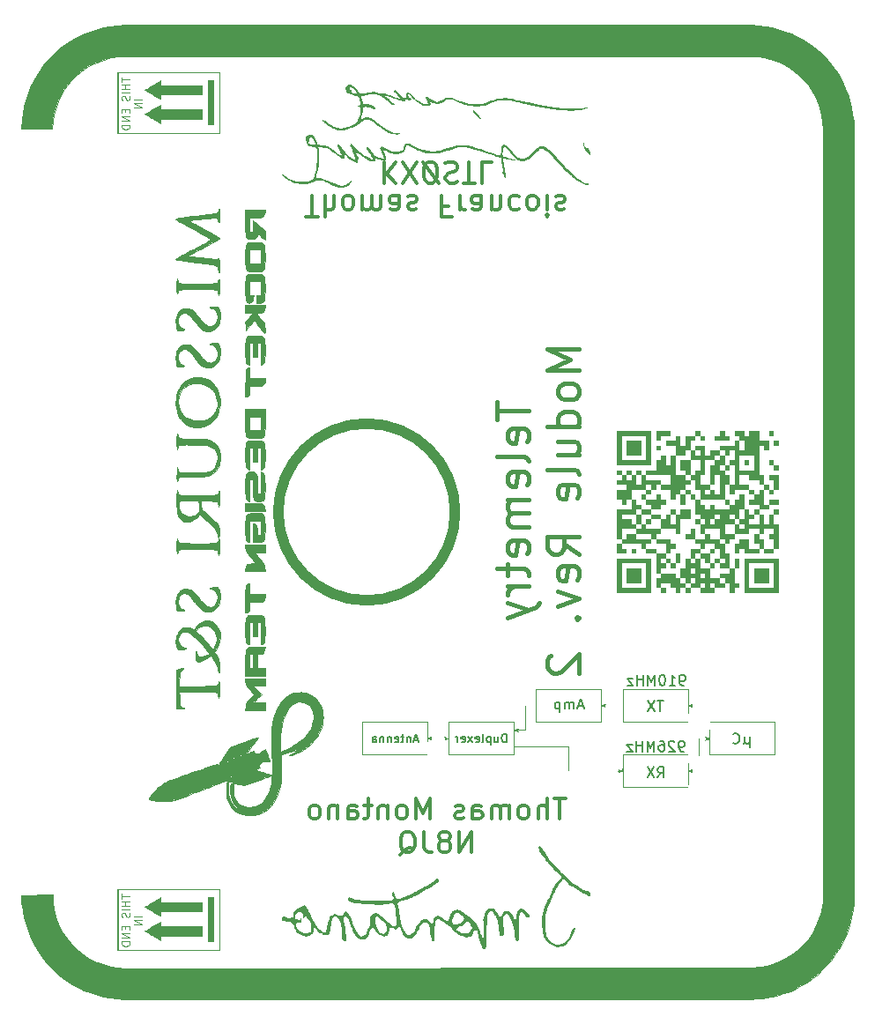
<source format=gbr>
%TF.GenerationSoftware,KiCad,Pcbnew,(6.0.1)*%
%TF.CreationDate,2022-03-24T12:13:35-05:00*%
%TF.ProjectId,Telemetry_KiCAD_Project,54656c65-6d65-4747-9279-5f4b69434144,rev?*%
%TF.SameCoordinates,Original*%
%TF.FileFunction,Legend,Bot*%
%TF.FilePolarity,Positive*%
%FSLAX46Y46*%
G04 Gerber Fmt 4.6, Leading zero omitted, Abs format (unit mm)*
G04 Created by KiCad (PCBNEW (6.0.1)) date 2022-03-24 12:13:35*
%MOMM*%
%LPD*%
G01*
G04 APERTURE LIST*
%ADD10C,0.100000*%
%ADD11C,1.000000*%
%ADD12C,0.300000*%
%ADD13C,0.150000*%
%ADD14C,0.450000*%
%ADD15C,0.125000*%
%ADD16C,0.010000*%
G04 APERTURE END LIST*
D10*
X149999838Y-143600677D02*
X89974838Y-143595677D01*
X89974838Y-143595677D02*
X89999838Y-140630677D01*
X89999838Y-140630677D02*
X150109124Y-140590677D01*
X150109124Y-140590677D02*
X149999838Y-143600677D01*
G36*
X149999838Y-143600677D02*
G01*
X89974838Y-143595677D01*
X89999838Y-140630677D01*
X150109124Y-140590677D01*
X149999838Y-143600677D01*
G37*
X149999838Y-143600677D02*
X89974838Y-143595677D01*
X89999838Y-140630677D01*
X150109124Y-140590677D01*
X149999838Y-143600677D01*
X159999838Y-133540677D02*
X157019838Y-133540677D01*
X157019838Y-133540677D02*
X156999838Y-60041725D01*
X156999838Y-60041725D02*
X159999838Y-60041725D01*
X159999838Y-60041725D02*
X159999838Y-133540677D01*
G36*
X159999838Y-133540677D02*
G01*
X157019838Y-133540677D01*
X156999838Y-60041725D01*
X159999838Y-60041725D01*
X159999838Y-133540677D01*
G37*
X159999838Y-133540677D02*
X157019838Y-133540677D01*
X156999838Y-60041725D01*
X159999838Y-60041725D01*
X159999838Y-133540677D01*
D11*
X121680000Y-96800000D02*
G75*
G03*
X121680000Y-96800000I-8500000J0D01*
G01*
D10*
X150049838Y-50021725D02*
X150859838Y-50061725D01*
X150859838Y-50061725D02*
X152139838Y-50251725D01*
X152139838Y-50251725D02*
X153399838Y-50641725D01*
X153399838Y-50641725D02*
X153989838Y-50851725D01*
X153989838Y-50851725D02*
X155239838Y-51511725D01*
X155239838Y-51511725D02*
X156359838Y-52291725D01*
X156359838Y-52291725D02*
X157259838Y-53131725D01*
X157259838Y-53131725D02*
X157889838Y-53871725D01*
X157889838Y-53871725D02*
X158429838Y-54661725D01*
X158429838Y-54661725D02*
X158779838Y-55221725D01*
X158779838Y-55221725D02*
X159159838Y-56051725D01*
X159159838Y-56051725D02*
X159469838Y-56851725D01*
X159469838Y-56851725D02*
X159759838Y-57901725D01*
X159759838Y-57901725D02*
X159859838Y-58501725D01*
X159859838Y-58501725D02*
X159979838Y-59271725D01*
X159979838Y-59271725D02*
X159999838Y-60011664D01*
X159999838Y-60011664D02*
X156999838Y-60041725D01*
X156999838Y-60041725D02*
X156999837Y-59882439D01*
X156999837Y-59882439D02*
X156979838Y-59401725D01*
X156979838Y-59401725D02*
X156879838Y-58631725D01*
X156879838Y-58631725D02*
X156599838Y-57661725D01*
X156599838Y-57661725D02*
X156349838Y-57041725D01*
X156349838Y-57041725D02*
X156029838Y-56441725D01*
X156029838Y-56441725D02*
X155569838Y-55741725D01*
X155569838Y-55741725D02*
X155199838Y-55301725D01*
X155199838Y-55301725D02*
X154609838Y-54721725D01*
X154609838Y-54721725D02*
X153769838Y-54091725D01*
X153769838Y-54091725D02*
X152959838Y-53651725D01*
X152959838Y-53651725D02*
X152179838Y-53341725D01*
X152179838Y-53341725D02*
X151379838Y-53121725D01*
X151379838Y-53121725D02*
X150779838Y-53031725D01*
X150779838Y-53031725D02*
X150024838Y-52991725D01*
X150024838Y-52991725D02*
X150024838Y-50016725D01*
X150024838Y-50016725D02*
X150049838Y-50016725D01*
X150049838Y-50016725D02*
X150049838Y-50021725D01*
G36*
X150049838Y-50021725D02*
G01*
X150859838Y-50061725D01*
X152139838Y-50251725D01*
X153399838Y-50641725D01*
X153989838Y-50851725D01*
X155239838Y-51511725D01*
X156359838Y-52291725D01*
X157259838Y-53131725D01*
X157889838Y-53871725D01*
X158429838Y-54661725D01*
X158779838Y-55221725D01*
X159159838Y-56051725D01*
X159469838Y-56851725D01*
X159759838Y-57901725D01*
X159859838Y-58501725D01*
X159979838Y-59271725D01*
X159999838Y-60011664D01*
X156999838Y-60041725D01*
X156999837Y-59882439D01*
X156979838Y-59401725D01*
X156879838Y-58631725D01*
X156599838Y-57661725D01*
X156349838Y-57041725D01*
X156029838Y-56441725D01*
X155569838Y-55741725D01*
X155199838Y-55301725D01*
X154609838Y-54721725D01*
X153769838Y-54091725D01*
X152959838Y-53651725D01*
X152179838Y-53341725D01*
X151379838Y-53121725D01*
X150779838Y-53031725D01*
X150024838Y-52991725D01*
X150024838Y-50016725D01*
X150049838Y-50016725D01*
X150049838Y-50021725D01*
G37*
X150049838Y-50021725D02*
X150859838Y-50061725D01*
X152139838Y-50251725D01*
X153399838Y-50641725D01*
X153989838Y-50851725D01*
X155239838Y-51511725D01*
X156359838Y-52291725D01*
X157259838Y-53131725D01*
X157889838Y-53871725D01*
X158429838Y-54661725D01*
X158779838Y-55221725D01*
X159159838Y-56051725D01*
X159469838Y-56851725D01*
X159759838Y-57901725D01*
X159859838Y-58501725D01*
X159979838Y-59271725D01*
X159999838Y-60011664D01*
X156999838Y-60041725D01*
X156999837Y-59882439D01*
X156979838Y-59401725D01*
X156879838Y-58631725D01*
X156599838Y-57661725D01*
X156349838Y-57041725D01*
X156029838Y-56441725D01*
X155569838Y-55741725D01*
X155199838Y-55301725D01*
X154609838Y-54721725D01*
X153769838Y-54091725D01*
X152959838Y-53651725D01*
X152179838Y-53341725D01*
X151379838Y-53121725D01*
X150779838Y-53031725D01*
X150024838Y-52991725D01*
X150024838Y-50016725D01*
X150049838Y-50016725D01*
X150049838Y-50021725D01*
X159999838Y-133610677D02*
X159969838Y-134270677D01*
X159969838Y-134270677D02*
X159899838Y-134970677D01*
X159899838Y-134970677D02*
X159759838Y-135750677D01*
X159759838Y-135750677D02*
X159569838Y-136510677D01*
X159569838Y-136510677D02*
X159299838Y-137260677D01*
X159299838Y-137260677D02*
X159009838Y-137920677D01*
X159009838Y-137920677D02*
X158679838Y-138540677D01*
X158679838Y-138540677D02*
X158249838Y-139260677D01*
X158249838Y-139260677D02*
X157749838Y-139910677D01*
X157749838Y-139910677D02*
X157369838Y-140340677D01*
X157369838Y-140340677D02*
X156879838Y-140850677D01*
X156879838Y-140850677D02*
X156479838Y-141220677D01*
X156479838Y-141220677D02*
X156039838Y-141560677D01*
X156039838Y-141560677D02*
X155589838Y-141890677D01*
X155589838Y-141890677D02*
X154919838Y-142300677D01*
X154919838Y-142300677D02*
X154359838Y-142590677D01*
X154359838Y-142590677D02*
X153859838Y-142830677D01*
X153859838Y-142830677D02*
X153219838Y-143060677D01*
X153219838Y-143060677D02*
X152499838Y-143280677D01*
X152499838Y-143280677D02*
X151999838Y-143400677D01*
X151999838Y-143400677D02*
X151619838Y-143460677D01*
X151619838Y-143460677D02*
X151189838Y-143520677D01*
X151189838Y-143520677D02*
X150669838Y-143560677D01*
X150669838Y-143560677D02*
X150109838Y-143590677D01*
X150109838Y-143590677D02*
X149979838Y-143590677D01*
X149979838Y-143590677D02*
X150089838Y-140600677D01*
X150089838Y-140600677D02*
X150119838Y-140600677D01*
X150119838Y-140600677D02*
X151099838Y-140500677D01*
X151099838Y-140500677D02*
X151959838Y-140320677D01*
X151959838Y-140320677D02*
X152769838Y-140020677D01*
X152769838Y-140020677D02*
X153319838Y-139740677D01*
X153319838Y-139740677D02*
X153899838Y-139410677D01*
X153899838Y-139410677D02*
X154469838Y-139000677D01*
X154469838Y-139000677D02*
X155039838Y-138480677D01*
X155039838Y-138480677D02*
X155639838Y-137770677D01*
X155639838Y-137770677D02*
X155969838Y-137250677D01*
X155969838Y-137250677D02*
X156359838Y-136530677D01*
X156359838Y-136530677D02*
X156539838Y-136110677D01*
X156539838Y-136110677D02*
X156749838Y-135470677D01*
X156749838Y-135470677D02*
X156919838Y-134720677D01*
X156919838Y-134720677D02*
X156989838Y-134260677D01*
X156989838Y-134260677D02*
X157019838Y-133540677D01*
X157019838Y-133540677D02*
X159999838Y-133540677D01*
X159999838Y-133540677D02*
X159999838Y-133610677D01*
G36*
X159999838Y-133610677D02*
G01*
X159969838Y-134270677D01*
X159899838Y-134970677D01*
X159759838Y-135750677D01*
X159569838Y-136510677D01*
X159299838Y-137260677D01*
X159009838Y-137920677D01*
X158679838Y-138540677D01*
X158249838Y-139260677D01*
X157749838Y-139910677D01*
X157369838Y-140340677D01*
X156879838Y-140850677D01*
X156479838Y-141220677D01*
X156039838Y-141560677D01*
X155589838Y-141890677D01*
X154919838Y-142300677D01*
X154359838Y-142590677D01*
X153859838Y-142830677D01*
X153219838Y-143060677D01*
X152499838Y-143280677D01*
X151999838Y-143400677D01*
X151619838Y-143460677D01*
X151189838Y-143520677D01*
X150669838Y-143560677D01*
X150109838Y-143590677D01*
X149979838Y-143590677D01*
X150089838Y-140600677D01*
X150119838Y-140600677D01*
X151099838Y-140500677D01*
X151959838Y-140320677D01*
X152769838Y-140020677D01*
X153319838Y-139740677D01*
X153899838Y-139410677D01*
X154469838Y-139000677D01*
X155039838Y-138480677D01*
X155639838Y-137770677D01*
X155969838Y-137250677D01*
X156359838Y-136530677D01*
X156539838Y-136110677D01*
X156749838Y-135470677D01*
X156919838Y-134720677D01*
X156989838Y-134260677D01*
X157019838Y-133540677D01*
X159999838Y-133540677D01*
X159999838Y-133610677D01*
G37*
X159999838Y-133610677D02*
X159969838Y-134270677D01*
X159899838Y-134970677D01*
X159759838Y-135750677D01*
X159569838Y-136510677D01*
X159299838Y-137260677D01*
X159009838Y-137920677D01*
X158679838Y-138540677D01*
X158249838Y-139260677D01*
X157749838Y-139910677D01*
X157369838Y-140340677D01*
X156879838Y-140850677D01*
X156479838Y-141220677D01*
X156039838Y-141560677D01*
X155589838Y-141890677D01*
X154919838Y-142300677D01*
X154359838Y-142590677D01*
X153859838Y-142830677D01*
X153219838Y-143060677D01*
X152499838Y-143280677D01*
X151999838Y-143400677D01*
X151619838Y-143460677D01*
X151189838Y-143520677D01*
X150669838Y-143560677D01*
X150109838Y-143590677D01*
X149979838Y-143590677D01*
X150089838Y-140600677D01*
X150119838Y-140600677D01*
X151099838Y-140500677D01*
X151959838Y-140320677D01*
X152769838Y-140020677D01*
X153319838Y-139740677D01*
X153899838Y-139410677D01*
X154469838Y-139000677D01*
X155039838Y-138480677D01*
X155639838Y-137770677D01*
X155969838Y-137250677D01*
X156359838Y-136530677D01*
X156539838Y-136110677D01*
X156749838Y-135470677D01*
X156919838Y-134720677D01*
X156989838Y-134260677D01*
X157019838Y-133540677D01*
X159999838Y-133540677D01*
X159999838Y-133610677D01*
X80004838Y-59966725D02*
X80044838Y-59156725D01*
X80044838Y-59156725D02*
X80234838Y-57876725D01*
X80234838Y-57876725D02*
X80624838Y-56616725D01*
X80624838Y-56616725D02*
X80834838Y-56026725D01*
X80834838Y-56026725D02*
X81494838Y-54776725D01*
X81494838Y-54776725D02*
X82274838Y-53656725D01*
X82274838Y-53656725D02*
X83114838Y-52756725D01*
X83114838Y-52756725D02*
X83854838Y-52126725D01*
X83854838Y-52126725D02*
X84644838Y-51586725D01*
X84644838Y-51586725D02*
X85204838Y-51236725D01*
X85204838Y-51236725D02*
X86034838Y-50856725D01*
X86034838Y-50856725D02*
X86834838Y-50546725D01*
X86834838Y-50546725D02*
X87884838Y-50256726D01*
X87884838Y-50256726D02*
X88484838Y-50156725D01*
X88484838Y-50156725D02*
X89254838Y-50036725D01*
X89254838Y-50036725D02*
X89994777Y-50016725D01*
X89994777Y-50016725D02*
X90040000Y-53030000D01*
X90040000Y-53030000D02*
X89779838Y-53031725D01*
X89779838Y-53031725D02*
X89384839Y-53036725D01*
X89384839Y-53036725D02*
X88614838Y-53136725D01*
X88614838Y-53136725D02*
X87644838Y-53416725D01*
X87644838Y-53416725D02*
X87024838Y-53666725D01*
X87024838Y-53666725D02*
X86424838Y-53986725D01*
X86424838Y-53986725D02*
X85724838Y-54446725D01*
X85724838Y-54446725D02*
X85284838Y-54816725D01*
X85284838Y-54816725D02*
X84704838Y-55406725D01*
X84704838Y-55406725D02*
X84074838Y-56246725D01*
X84074838Y-56246725D02*
X83634838Y-57056725D01*
X83634838Y-57056725D02*
X83324838Y-57836725D01*
X83324838Y-57836725D02*
X83104838Y-58636725D01*
X83104838Y-58636725D02*
X83014837Y-59236725D01*
X83014837Y-59236725D02*
X82974838Y-59991725D01*
X82974838Y-59991725D02*
X79999838Y-59991725D01*
X79999838Y-59991725D02*
X79999838Y-59966724D01*
X79999838Y-59966724D02*
X80004838Y-59966725D01*
G36*
X90040000Y-53030000D02*
G01*
X89779838Y-53031725D01*
X89384839Y-53036725D01*
X88614838Y-53136725D01*
X87644838Y-53416725D01*
X87024838Y-53666725D01*
X86424838Y-53986725D01*
X85724838Y-54446725D01*
X85284838Y-54816725D01*
X84704838Y-55406725D01*
X84074838Y-56246725D01*
X83634838Y-57056725D01*
X83324838Y-57836725D01*
X83104838Y-58636725D01*
X83014837Y-59236725D01*
X82974838Y-59991725D01*
X79999838Y-59991725D01*
X79999838Y-59966724D01*
X80004838Y-59966725D01*
X80044838Y-59156725D01*
X80234838Y-57876725D01*
X80624838Y-56616725D01*
X80834838Y-56026725D01*
X81494838Y-54776725D01*
X82274838Y-53656725D01*
X83114838Y-52756725D01*
X83854838Y-52126725D01*
X84644838Y-51586725D01*
X85204838Y-51236725D01*
X86034838Y-50856725D01*
X86834838Y-50546725D01*
X87884838Y-50256726D01*
X88484838Y-50156725D01*
X89254838Y-50036725D01*
X89994777Y-50016725D01*
X90040000Y-53030000D01*
G37*
X90040000Y-53030000D02*
X89779838Y-53031725D01*
X89384839Y-53036725D01*
X88614838Y-53136725D01*
X87644838Y-53416725D01*
X87024838Y-53666725D01*
X86424838Y-53986725D01*
X85724838Y-54446725D01*
X85284838Y-54816725D01*
X84704838Y-55406725D01*
X84074838Y-56246725D01*
X83634838Y-57056725D01*
X83324838Y-57836725D01*
X83104838Y-58636725D01*
X83014837Y-59236725D01*
X82974838Y-59991725D01*
X79999838Y-59991725D01*
X79999838Y-59966724D01*
X80004838Y-59966725D01*
X80044838Y-59156725D01*
X80234838Y-57876725D01*
X80624838Y-56616725D01*
X80834838Y-56026725D01*
X81494838Y-54776725D01*
X82274838Y-53656725D01*
X83114838Y-52756725D01*
X83854838Y-52126725D01*
X84644838Y-51586725D01*
X85204838Y-51236725D01*
X86034838Y-50856725D01*
X86834838Y-50546725D01*
X87884838Y-50256726D01*
X88484838Y-50156725D01*
X89254838Y-50036725D01*
X89994777Y-50016725D01*
X90040000Y-53030000D01*
X150024838Y-52991725D02*
X89779838Y-53031725D01*
X89779838Y-53031725D02*
X89994777Y-50016725D01*
X89994777Y-50016725D02*
X150024838Y-50016725D01*
X150024838Y-50016725D02*
X150024838Y-52991725D01*
G36*
X150024838Y-52991725D02*
G01*
X89779838Y-53031725D01*
X89994777Y-50016725D01*
X150024838Y-50016725D01*
X150024838Y-52991725D01*
G37*
X150024838Y-52991725D02*
X89779838Y-53031725D01*
X89994777Y-50016725D01*
X150024838Y-50016725D01*
X150024838Y-52991725D01*
X89949838Y-143590677D02*
X89139838Y-143550677D01*
X89139838Y-143550677D02*
X87859838Y-143360677D01*
X87859838Y-143360677D02*
X86599838Y-142970677D01*
X86599838Y-142970677D02*
X86009838Y-142760677D01*
X86009838Y-142760677D02*
X84759838Y-142100677D01*
X84759838Y-142100677D02*
X83639838Y-141320677D01*
X83639838Y-141320677D02*
X82739838Y-140480677D01*
X82739838Y-140480677D02*
X82109838Y-139740677D01*
X82109838Y-139740677D02*
X81569838Y-138950677D01*
X81569838Y-138950677D02*
X81219838Y-138390677D01*
X81219838Y-138390677D02*
X80839838Y-137560677D01*
X80839838Y-137560677D02*
X80529838Y-136760677D01*
X80529838Y-136760677D02*
X80239839Y-135710677D01*
X80239839Y-135710677D02*
X80139838Y-135110677D01*
X80139838Y-135110677D02*
X80019838Y-134340677D01*
X80019838Y-134340677D02*
X79999838Y-133600738D01*
X79999838Y-133600738D02*
X82999838Y-133570677D01*
X82999838Y-133570677D02*
X82999839Y-133729963D01*
X82999839Y-133729963D02*
X83019838Y-134210676D01*
X83019838Y-134210676D02*
X83119838Y-134980677D01*
X83119838Y-134980677D02*
X83399838Y-135950677D01*
X83399838Y-135950677D02*
X83649838Y-136570677D01*
X83649838Y-136570677D02*
X83969838Y-137170677D01*
X83969838Y-137170677D02*
X84429838Y-137870677D01*
X84429838Y-137870677D02*
X84799838Y-138310677D01*
X84799838Y-138310677D02*
X85389838Y-138890677D01*
X85389838Y-138890677D02*
X86229838Y-139520677D01*
X86229838Y-139520677D02*
X87039838Y-139960677D01*
X87039838Y-139960677D02*
X87819838Y-140270677D01*
X87819838Y-140270677D02*
X88619838Y-140490677D01*
X88619838Y-140490677D02*
X89219838Y-140580678D01*
X89219838Y-140580678D02*
X89974838Y-140620677D01*
X89974838Y-140620677D02*
X89974838Y-143595677D01*
X89974838Y-143595677D02*
X89949837Y-143595677D01*
X89949837Y-143595677D02*
X89949838Y-143590677D01*
G36*
X82999839Y-133729963D02*
G01*
X83019838Y-134210676D01*
X83119838Y-134980677D01*
X83399838Y-135950677D01*
X83649838Y-136570677D01*
X83969838Y-137170677D01*
X84429838Y-137870677D01*
X84799838Y-138310677D01*
X85389838Y-138890677D01*
X86229838Y-139520677D01*
X87039838Y-139960677D01*
X87819838Y-140270677D01*
X88619838Y-140490677D01*
X89219838Y-140580678D01*
X89974838Y-140620677D01*
X89974838Y-143595677D01*
X89949837Y-143595677D01*
X89949838Y-143590677D01*
X89139838Y-143550677D01*
X87859838Y-143360677D01*
X86599838Y-142970677D01*
X86009838Y-142760677D01*
X84759838Y-142100677D01*
X83639838Y-141320677D01*
X82739838Y-140480677D01*
X82109838Y-139740677D01*
X81569838Y-138950677D01*
X81219838Y-138390677D01*
X80839838Y-137560677D01*
X80529838Y-136760677D01*
X80239839Y-135710677D01*
X80139838Y-135110677D01*
X80019838Y-134340677D01*
X79999838Y-133600738D01*
X82999838Y-133570677D01*
X82999839Y-133729963D01*
G37*
X82999839Y-133729963D02*
X83019838Y-134210676D01*
X83119838Y-134980677D01*
X83399838Y-135950677D01*
X83649838Y-136570677D01*
X83969838Y-137170677D01*
X84429838Y-137870677D01*
X84799838Y-138310677D01*
X85389838Y-138890677D01*
X86229838Y-139520677D01*
X87039838Y-139960677D01*
X87819838Y-140270677D01*
X88619838Y-140490677D01*
X89219838Y-140580678D01*
X89974838Y-140620677D01*
X89974838Y-143595677D01*
X89949837Y-143595677D01*
X89949838Y-143590677D01*
X89139838Y-143550677D01*
X87859838Y-143360677D01*
X86599838Y-142970677D01*
X86009838Y-142760677D01*
X84759838Y-142100677D01*
X83639838Y-141320677D01*
X82739838Y-140480677D01*
X82109838Y-139740677D01*
X81569838Y-138950677D01*
X81219838Y-138390677D01*
X80839838Y-137560677D01*
X80529838Y-136760677D01*
X80239839Y-135710677D01*
X80139838Y-135110677D01*
X80019838Y-134340677D01*
X79999838Y-133600738D01*
X82999838Y-133570677D01*
X82999839Y-133729963D01*
D12*
X132308571Y-124294761D02*
X131165714Y-124294761D01*
X131737142Y-126294761D02*
X131737142Y-124294761D01*
X130499047Y-126294761D02*
X130499047Y-124294761D01*
X129641904Y-126294761D02*
X129641904Y-125247142D01*
X129737142Y-125056666D01*
X129927619Y-124961428D01*
X130213333Y-124961428D01*
X130403809Y-125056666D01*
X130499047Y-125151904D01*
X128403809Y-126294761D02*
X128594285Y-126199523D01*
X128689523Y-126104285D01*
X128784761Y-125913809D01*
X128784761Y-125342380D01*
X128689523Y-125151904D01*
X128594285Y-125056666D01*
X128403809Y-124961428D01*
X128118095Y-124961428D01*
X127927619Y-125056666D01*
X127832380Y-125151904D01*
X127737142Y-125342380D01*
X127737142Y-125913809D01*
X127832380Y-126104285D01*
X127927619Y-126199523D01*
X128118095Y-126294761D01*
X128403809Y-126294761D01*
X126880000Y-126294761D02*
X126880000Y-124961428D01*
X126880000Y-125151904D02*
X126784761Y-125056666D01*
X126594285Y-124961428D01*
X126308571Y-124961428D01*
X126118095Y-125056666D01*
X126022857Y-125247142D01*
X126022857Y-126294761D01*
X126022857Y-125247142D02*
X125927619Y-125056666D01*
X125737142Y-124961428D01*
X125451428Y-124961428D01*
X125260952Y-125056666D01*
X125165714Y-125247142D01*
X125165714Y-126294761D01*
X123356190Y-126294761D02*
X123356190Y-125247142D01*
X123451428Y-125056666D01*
X123641904Y-124961428D01*
X124022857Y-124961428D01*
X124213333Y-125056666D01*
X123356190Y-126199523D02*
X123546666Y-126294761D01*
X124022857Y-126294761D01*
X124213333Y-126199523D01*
X124308571Y-126009047D01*
X124308571Y-125818571D01*
X124213333Y-125628095D01*
X124022857Y-125532857D01*
X123546666Y-125532857D01*
X123356190Y-125437619D01*
X122499047Y-126199523D02*
X122308571Y-126294761D01*
X121927619Y-126294761D01*
X121737142Y-126199523D01*
X121641904Y-126009047D01*
X121641904Y-125913809D01*
X121737142Y-125723333D01*
X121927619Y-125628095D01*
X122213333Y-125628095D01*
X122403809Y-125532857D01*
X122499047Y-125342380D01*
X122499047Y-125247142D01*
X122403809Y-125056666D01*
X122213333Y-124961428D01*
X121927619Y-124961428D01*
X121737142Y-125056666D01*
X119260952Y-126294761D02*
X119260952Y-124294761D01*
X118594285Y-125723333D01*
X117927619Y-124294761D01*
X117927619Y-126294761D01*
X116689523Y-126294761D02*
X116880000Y-126199523D01*
X116975238Y-126104285D01*
X117070476Y-125913809D01*
X117070476Y-125342380D01*
X116975238Y-125151904D01*
X116880000Y-125056666D01*
X116689523Y-124961428D01*
X116403809Y-124961428D01*
X116213333Y-125056666D01*
X116118095Y-125151904D01*
X116022857Y-125342380D01*
X116022857Y-125913809D01*
X116118095Y-126104285D01*
X116213333Y-126199523D01*
X116403809Y-126294761D01*
X116689523Y-126294761D01*
X115165714Y-124961428D02*
X115165714Y-126294761D01*
X115165714Y-125151904D02*
X115070476Y-125056666D01*
X114880000Y-124961428D01*
X114594285Y-124961428D01*
X114403809Y-125056666D01*
X114308571Y-125247142D01*
X114308571Y-126294761D01*
X113641904Y-124961428D02*
X112880000Y-124961428D01*
X113356190Y-124294761D02*
X113356190Y-126009047D01*
X113260952Y-126199523D01*
X113070476Y-126294761D01*
X112880000Y-126294761D01*
X111356190Y-126294761D02*
X111356190Y-125247142D01*
X111451428Y-125056666D01*
X111641904Y-124961428D01*
X112022857Y-124961428D01*
X112213333Y-125056666D01*
X111356190Y-126199523D02*
X111546666Y-126294761D01*
X112022857Y-126294761D01*
X112213333Y-126199523D01*
X112308571Y-126009047D01*
X112308571Y-125818571D01*
X112213333Y-125628095D01*
X112022857Y-125532857D01*
X111546666Y-125532857D01*
X111356190Y-125437619D01*
X110403809Y-124961428D02*
X110403809Y-126294761D01*
X110403809Y-125151904D02*
X110308571Y-125056666D01*
X110118095Y-124961428D01*
X109832380Y-124961428D01*
X109641904Y-125056666D01*
X109546666Y-125247142D01*
X109546666Y-126294761D01*
X108308571Y-126294761D02*
X108499047Y-126199523D01*
X108594285Y-126104285D01*
X108689523Y-125913809D01*
X108689523Y-125342380D01*
X108594285Y-125151904D01*
X108499047Y-125056666D01*
X108308571Y-124961428D01*
X108022857Y-124961428D01*
X107832380Y-125056666D01*
X107737142Y-125151904D01*
X107641904Y-125342380D01*
X107641904Y-125913809D01*
X107737142Y-126104285D01*
X107832380Y-126199523D01*
X108022857Y-126294761D01*
X108308571Y-126294761D01*
X123213333Y-129514761D02*
X123213333Y-127514761D01*
X122070476Y-129514761D01*
X122070476Y-127514761D01*
X120832380Y-128371904D02*
X121022857Y-128276666D01*
X121118095Y-128181428D01*
X121213333Y-127990952D01*
X121213333Y-127895714D01*
X121118095Y-127705238D01*
X121022857Y-127610000D01*
X120832380Y-127514761D01*
X120451428Y-127514761D01*
X120260952Y-127610000D01*
X120165714Y-127705238D01*
X120070476Y-127895714D01*
X120070476Y-127990952D01*
X120165714Y-128181428D01*
X120260952Y-128276666D01*
X120451428Y-128371904D01*
X120832380Y-128371904D01*
X121022857Y-128467142D01*
X121118095Y-128562380D01*
X121213333Y-128752857D01*
X121213333Y-129133809D01*
X121118095Y-129324285D01*
X121022857Y-129419523D01*
X120832380Y-129514761D01*
X120451428Y-129514761D01*
X120260952Y-129419523D01*
X120165714Y-129324285D01*
X120070476Y-129133809D01*
X120070476Y-128752857D01*
X120165714Y-128562380D01*
X120260952Y-128467142D01*
X120451428Y-128371904D01*
X118641904Y-127514761D02*
X118641904Y-128943333D01*
X118737142Y-129229047D01*
X118927619Y-129419523D01*
X119213333Y-129514761D01*
X119403809Y-129514761D01*
X116356190Y-129705238D02*
X116546666Y-129610000D01*
X116737142Y-129419523D01*
X117022857Y-129133809D01*
X117213333Y-129038571D01*
X117403809Y-129038571D01*
X117308571Y-129514761D02*
X117499047Y-129419523D01*
X117689523Y-129229047D01*
X117784761Y-128848095D01*
X117784761Y-128181428D01*
X117689523Y-127800476D01*
X117499047Y-127610000D01*
X117308571Y-127514761D01*
X116927619Y-127514761D01*
X116737142Y-127610000D01*
X116546666Y-127800476D01*
X116451428Y-128181428D01*
X116451428Y-128848095D01*
X116546666Y-129229047D01*
X116737142Y-129419523D01*
X116927619Y-129514761D01*
X117308571Y-129514761D01*
D13*
X149995714Y-118405714D02*
X149995714Y-119405714D01*
X149519523Y-118929523D02*
X149471904Y-119024761D01*
X149376666Y-119072380D01*
X149995714Y-118929523D02*
X149948095Y-119024761D01*
X149852857Y-119072380D01*
X149662380Y-119072380D01*
X149567142Y-119024761D01*
X149519523Y-118929523D01*
X149519523Y-118405714D01*
X148376666Y-118977142D02*
X148424285Y-119024761D01*
X148567142Y-119072380D01*
X148662380Y-119072380D01*
X148805238Y-119024761D01*
X148900476Y-118929523D01*
X148948095Y-118834285D01*
X148995714Y-118643809D01*
X148995714Y-118500952D01*
X148948095Y-118310476D01*
X148900476Y-118215238D01*
X148805238Y-118120000D01*
X148662380Y-118072380D01*
X148567142Y-118072380D01*
X148424285Y-118120000D01*
X148376666Y-118167619D01*
D14*
X125732142Y-86211428D02*
X125732142Y-87925714D01*
X128732142Y-87068571D02*
X125732142Y-87068571D01*
X128589285Y-90068571D02*
X128732142Y-89782857D01*
X128732142Y-89211428D01*
X128589285Y-88925714D01*
X128303571Y-88782857D01*
X127160714Y-88782857D01*
X126875000Y-88925714D01*
X126732142Y-89211428D01*
X126732142Y-89782857D01*
X126875000Y-90068571D01*
X127160714Y-90211428D01*
X127446428Y-90211428D01*
X127732142Y-88782857D01*
X128732142Y-91925714D02*
X128589285Y-91640000D01*
X128303571Y-91497142D01*
X125732142Y-91497142D01*
X128589285Y-94211428D02*
X128732142Y-93925714D01*
X128732142Y-93354285D01*
X128589285Y-93068571D01*
X128303571Y-92925714D01*
X127160714Y-92925714D01*
X126875000Y-93068571D01*
X126732142Y-93354285D01*
X126732142Y-93925714D01*
X126875000Y-94211428D01*
X127160714Y-94354285D01*
X127446428Y-94354285D01*
X127732142Y-92925714D01*
X128732142Y-95640000D02*
X126732142Y-95640000D01*
X127017857Y-95640000D02*
X126875000Y-95782857D01*
X126732142Y-96068571D01*
X126732142Y-96497142D01*
X126875000Y-96782857D01*
X127160714Y-96925714D01*
X128732142Y-96925714D01*
X127160714Y-96925714D02*
X126875000Y-97068571D01*
X126732142Y-97354285D01*
X126732142Y-97782857D01*
X126875000Y-98068571D01*
X127160714Y-98211428D01*
X128732142Y-98211428D01*
X128589285Y-100782857D02*
X128732142Y-100497142D01*
X128732142Y-99925714D01*
X128589285Y-99640000D01*
X128303571Y-99497142D01*
X127160714Y-99497142D01*
X126875000Y-99640000D01*
X126732142Y-99925714D01*
X126732142Y-100497142D01*
X126875000Y-100782857D01*
X127160714Y-100925714D01*
X127446428Y-100925714D01*
X127732142Y-99497142D01*
X126732142Y-101782857D02*
X126732142Y-102925714D01*
X125732142Y-102211428D02*
X128303571Y-102211428D01*
X128589285Y-102354285D01*
X128732142Y-102640000D01*
X128732142Y-102925714D01*
X128732142Y-103925714D02*
X126732142Y-103925714D01*
X127303571Y-103925714D02*
X127017857Y-104068571D01*
X126875000Y-104211428D01*
X126732142Y-104497142D01*
X126732142Y-104782857D01*
X126732142Y-105497142D02*
X128732142Y-106211428D01*
X126732142Y-106925714D02*
X128732142Y-106211428D01*
X129446428Y-105925714D01*
X129589285Y-105782857D01*
X129732142Y-105497142D01*
X133562142Y-81140000D02*
X130562142Y-81140000D01*
X132705000Y-82140000D01*
X130562142Y-83140000D01*
X133562142Y-83140000D01*
X133562142Y-84997142D02*
X133419285Y-84711428D01*
X133276428Y-84568571D01*
X132990714Y-84425714D01*
X132133571Y-84425714D01*
X131847857Y-84568571D01*
X131705000Y-84711428D01*
X131562142Y-84997142D01*
X131562142Y-85425714D01*
X131705000Y-85711428D01*
X131847857Y-85854285D01*
X132133571Y-85997142D01*
X132990714Y-85997142D01*
X133276428Y-85854285D01*
X133419285Y-85711428D01*
X133562142Y-85425714D01*
X133562142Y-84997142D01*
X133562142Y-88568571D02*
X130562142Y-88568571D01*
X133419285Y-88568571D02*
X133562142Y-88282857D01*
X133562142Y-87711428D01*
X133419285Y-87425714D01*
X133276428Y-87282857D01*
X132990714Y-87140000D01*
X132133571Y-87140000D01*
X131847857Y-87282857D01*
X131705000Y-87425714D01*
X131562142Y-87711428D01*
X131562142Y-88282857D01*
X131705000Y-88568571D01*
X131562142Y-91282857D02*
X133562142Y-91282857D01*
X131562142Y-89997142D02*
X133133571Y-89997142D01*
X133419285Y-90140000D01*
X133562142Y-90425714D01*
X133562142Y-90854285D01*
X133419285Y-91140000D01*
X133276428Y-91282857D01*
X133562142Y-93140000D02*
X133419285Y-92854285D01*
X133133571Y-92711428D01*
X130562142Y-92711428D01*
X133419285Y-95425714D02*
X133562142Y-95140000D01*
X133562142Y-94568571D01*
X133419285Y-94282857D01*
X133133571Y-94140000D01*
X131990714Y-94140000D01*
X131705000Y-94282857D01*
X131562142Y-94568571D01*
X131562142Y-95140000D01*
X131705000Y-95425714D01*
X131990714Y-95568571D01*
X132276428Y-95568571D01*
X132562142Y-94140000D01*
X133562142Y-100854285D02*
X132133571Y-99854285D01*
X133562142Y-99140000D02*
X130562142Y-99140000D01*
X130562142Y-100282857D01*
X130705000Y-100568571D01*
X130847857Y-100711428D01*
X131133571Y-100854285D01*
X131562142Y-100854285D01*
X131847857Y-100711428D01*
X131990714Y-100568571D01*
X132133571Y-100282857D01*
X132133571Y-99140000D01*
X133419285Y-103282857D02*
X133562142Y-102997142D01*
X133562142Y-102425714D01*
X133419285Y-102140000D01*
X133133571Y-101997142D01*
X131990714Y-101997142D01*
X131705000Y-102140000D01*
X131562142Y-102425714D01*
X131562142Y-102997142D01*
X131705000Y-103282857D01*
X131990714Y-103425714D01*
X132276428Y-103425714D01*
X132562142Y-101997142D01*
X131562142Y-104425714D02*
X133562142Y-105140000D01*
X131562142Y-105854285D01*
X133276428Y-106997142D02*
X133419285Y-107140000D01*
X133562142Y-106997142D01*
X133419285Y-106854285D01*
X133276428Y-106997142D01*
X133562142Y-106997142D01*
X130847857Y-110568571D02*
X130705000Y-110711428D01*
X130562142Y-110997142D01*
X130562142Y-111711428D01*
X130705000Y-111997142D01*
X130847857Y-112140000D01*
X131133571Y-112282857D01*
X131419285Y-112282857D01*
X131847857Y-112140000D01*
X133562142Y-110425714D01*
X133562142Y-112282857D01*
D15*
X89645537Y-133504285D02*
X89645537Y-133932857D01*
X90395537Y-133718571D02*
X89645537Y-133718571D01*
X90395537Y-134182857D02*
X89645537Y-134182857D01*
X90002680Y-134182857D02*
X90002680Y-134611428D01*
X90395537Y-134611428D02*
X89645537Y-134611428D01*
X90395537Y-134968571D02*
X89645537Y-134968571D01*
X90359823Y-135290000D02*
X90395537Y-135397142D01*
X90395537Y-135575714D01*
X90359823Y-135647142D01*
X90324109Y-135682857D01*
X90252680Y-135718571D01*
X90181252Y-135718571D01*
X90109823Y-135682857D01*
X90074109Y-135647142D01*
X90038394Y-135575714D01*
X90002680Y-135432857D01*
X89966966Y-135361428D01*
X89931252Y-135325714D01*
X89859823Y-135290000D01*
X89788394Y-135290000D01*
X89716966Y-135325714D01*
X89681252Y-135361428D01*
X89645537Y-135432857D01*
X89645537Y-135611428D01*
X89681252Y-135718571D01*
X90002680Y-136611428D02*
X90002680Y-136861428D01*
X90395537Y-136968571D02*
X90395537Y-136611428D01*
X89645537Y-136611428D01*
X89645537Y-136968571D01*
X90395537Y-137290000D02*
X89645537Y-137290000D01*
X90395537Y-137718571D01*
X89645537Y-137718571D01*
X90395537Y-138075714D02*
X89645537Y-138075714D01*
X89645537Y-138254285D01*
X89681252Y-138361428D01*
X89752680Y-138432857D01*
X89824109Y-138468571D01*
X89966966Y-138504285D01*
X90074109Y-138504285D01*
X90216966Y-138468571D01*
X90288394Y-138432857D01*
X90359823Y-138361428D01*
X90395537Y-138254285D01*
X90395537Y-138075714D01*
X91603037Y-135647142D02*
X90853037Y-135647142D01*
X91603037Y-136004285D02*
X90853037Y-136004285D01*
X91603037Y-136432857D01*
X90853037Y-136432857D01*
D13*
X126600000Y-118901904D02*
X126600000Y-118101904D01*
X126409523Y-118101904D01*
X126295238Y-118140000D01*
X126219047Y-118216190D01*
X126180952Y-118292380D01*
X126142857Y-118444761D01*
X126142857Y-118559047D01*
X126180952Y-118711428D01*
X126219047Y-118787619D01*
X126295238Y-118863809D01*
X126409523Y-118901904D01*
X126600000Y-118901904D01*
X125457142Y-118368571D02*
X125457142Y-118901904D01*
X125800000Y-118368571D02*
X125800000Y-118787619D01*
X125761904Y-118863809D01*
X125685714Y-118901904D01*
X125571428Y-118901904D01*
X125495238Y-118863809D01*
X125457142Y-118825714D01*
X125076190Y-118368571D02*
X125076190Y-119168571D01*
X125076190Y-118406666D02*
X125000000Y-118368571D01*
X124847619Y-118368571D01*
X124771428Y-118406666D01*
X124733333Y-118444761D01*
X124695238Y-118520952D01*
X124695238Y-118749523D01*
X124733333Y-118825714D01*
X124771428Y-118863809D01*
X124847619Y-118901904D01*
X125000000Y-118901904D01*
X125076190Y-118863809D01*
X124238095Y-118901904D02*
X124314285Y-118863809D01*
X124352380Y-118787619D01*
X124352380Y-118101904D01*
X123628571Y-118863809D02*
X123704761Y-118901904D01*
X123857142Y-118901904D01*
X123933333Y-118863809D01*
X123971428Y-118787619D01*
X123971428Y-118482857D01*
X123933333Y-118406666D01*
X123857142Y-118368571D01*
X123704761Y-118368571D01*
X123628571Y-118406666D01*
X123590476Y-118482857D01*
X123590476Y-118559047D01*
X123971428Y-118635238D01*
X123323809Y-118901904D02*
X122904761Y-118368571D01*
X123323809Y-118368571D02*
X122904761Y-118901904D01*
X122295238Y-118863809D02*
X122371428Y-118901904D01*
X122523809Y-118901904D01*
X122600000Y-118863809D01*
X122638095Y-118787619D01*
X122638095Y-118482857D01*
X122600000Y-118406666D01*
X122523809Y-118368571D01*
X122371428Y-118368571D01*
X122295238Y-118406666D01*
X122257142Y-118482857D01*
X122257142Y-118559047D01*
X122638095Y-118635238D01*
X121914285Y-118901904D02*
X121914285Y-118368571D01*
X121914285Y-118520952D02*
X121876190Y-118444761D01*
X121838095Y-118406666D01*
X121761904Y-118368571D01*
X121685714Y-118368571D01*
D12*
X107356191Y-68405238D02*
X108499048Y-68405238D01*
X107927620Y-66405238D02*
X107927620Y-68405238D01*
X109165715Y-66405238D02*
X109165715Y-68405238D01*
X110022858Y-66405238D02*
X110022858Y-67452857D01*
X109927620Y-67643333D01*
X109737143Y-67738571D01*
X109451429Y-67738571D01*
X109260953Y-67643333D01*
X109165715Y-67548095D01*
X111260953Y-66405238D02*
X111070477Y-66500476D01*
X110975239Y-66595714D01*
X110880001Y-66786190D01*
X110880001Y-67357619D01*
X110975239Y-67548095D01*
X111070477Y-67643333D01*
X111260953Y-67738571D01*
X111546667Y-67738571D01*
X111737143Y-67643333D01*
X111832381Y-67548095D01*
X111927620Y-67357619D01*
X111927620Y-66786190D01*
X111832381Y-66595714D01*
X111737143Y-66500476D01*
X111546667Y-66405238D01*
X111260953Y-66405238D01*
X112784762Y-66405238D02*
X112784762Y-67738571D01*
X112784762Y-67548095D02*
X112880001Y-67643333D01*
X113070477Y-67738571D01*
X113356191Y-67738571D01*
X113546667Y-67643333D01*
X113641905Y-67452857D01*
X113641905Y-66405238D01*
X113641905Y-67452857D02*
X113737143Y-67643333D01*
X113927620Y-67738571D01*
X114213334Y-67738571D01*
X114403810Y-67643333D01*
X114499048Y-67452857D01*
X114499048Y-66405238D01*
X116308572Y-66405238D02*
X116308572Y-67452857D01*
X116213334Y-67643333D01*
X116022858Y-67738571D01*
X115641905Y-67738571D01*
X115451429Y-67643333D01*
X116308572Y-66500476D02*
X116118096Y-66405238D01*
X115641905Y-66405238D01*
X115451429Y-66500476D01*
X115356191Y-66690952D01*
X115356191Y-66881428D01*
X115451429Y-67071904D01*
X115641905Y-67167142D01*
X116118096Y-67167142D01*
X116308572Y-67262380D01*
X117165715Y-66500476D02*
X117356191Y-66405238D01*
X117737143Y-66405238D01*
X117927620Y-66500476D01*
X118022858Y-66690952D01*
X118022858Y-66786190D01*
X117927620Y-66976666D01*
X117737143Y-67071904D01*
X117451429Y-67071904D01*
X117260953Y-67167142D01*
X117165715Y-67357619D01*
X117165715Y-67452857D01*
X117260953Y-67643333D01*
X117451429Y-67738571D01*
X117737143Y-67738571D01*
X117927620Y-67643333D01*
X121070477Y-67452857D02*
X120403810Y-67452857D01*
X120403810Y-66405238D02*
X120403810Y-68405238D01*
X121356191Y-68405238D01*
X122118096Y-66405238D02*
X122118096Y-67738571D01*
X122118096Y-67357619D02*
X122213334Y-67548095D01*
X122308572Y-67643333D01*
X122499048Y-67738571D01*
X122689524Y-67738571D01*
X124213334Y-66405238D02*
X124213334Y-67452857D01*
X124118096Y-67643333D01*
X123927620Y-67738571D01*
X123546667Y-67738571D01*
X123356191Y-67643333D01*
X124213334Y-66500476D02*
X124022858Y-66405238D01*
X123546667Y-66405238D01*
X123356191Y-66500476D01*
X123260953Y-66690952D01*
X123260953Y-66881428D01*
X123356191Y-67071904D01*
X123546667Y-67167142D01*
X124022858Y-67167142D01*
X124213334Y-67262380D01*
X125165715Y-67738571D02*
X125165715Y-66405238D01*
X125165715Y-67548095D02*
X125260953Y-67643333D01*
X125451429Y-67738571D01*
X125737143Y-67738571D01*
X125927620Y-67643333D01*
X126022858Y-67452857D01*
X126022858Y-66405238D01*
X127832381Y-66500476D02*
X127641905Y-66405238D01*
X127260953Y-66405238D01*
X127070477Y-66500476D01*
X126975239Y-66595714D01*
X126880001Y-66786190D01*
X126880001Y-67357619D01*
X126975239Y-67548095D01*
X127070477Y-67643333D01*
X127260953Y-67738571D01*
X127641905Y-67738571D01*
X127832381Y-67643333D01*
X128975239Y-66405238D02*
X128784762Y-66500476D01*
X128689524Y-66595714D01*
X128594286Y-66786190D01*
X128594286Y-67357619D01*
X128689524Y-67548095D01*
X128784762Y-67643333D01*
X128975239Y-67738571D01*
X129260953Y-67738571D01*
X129451429Y-67643333D01*
X129546667Y-67548095D01*
X129641905Y-67357619D01*
X129641905Y-66786190D01*
X129546667Y-66595714D01*
X129451429Y-66500476D01*
X129260953Y-66405238D01*
X128975239Y-66405238D01*
X130499048Y-66405238D02*
X130499048Y-67738571D01*
X130499048Y-68405238D02*
X130403810Y-68310000D01*
X130499048Y-68214761D01*
X130594286Y-68310000D01*
X130499048Y-68405238D01*
X130499048Y-68214761D01*
X131356191Y-66500476D02*
X131546667Y-66405238D01*
X131927620Y-66405238D01*
X132118096Y-66500476D01*
X132213334Y-66690952D01*
X132213334Y-66786190D01*
X132118096Y-66976666D01*
X131927620Y-67071904D01*
X131641905Y-67071904D01*
X131451429Y-67167142D01*
X131356191Y-67357619D01*
X131356191Y-67452857D01*
X131451429Y-67643333D01*
X131641905Y-67738571D01*
X131927620Y-67738571D01*
X132118096Y-67643333D01*
X114832381Y-63185238D02*
X114832381Y-65185238D01*
X115975239Y-63185238D02*
X115118096Y-64328095D01*
X115975239Y-65185238D02*
X114832381Y-64042380D01*
X116641905Y-65185238D02*
X117975239Y-63185238D01*
X117975239Y-65185238D02*
X116641905Y-63185238D01*
X120070477Y-65185238D02*
X118546667Y-63185238D01*
X119118096Y-63185238D02*
X118927620Y-63280476D01*
X118737143Y-63470952D01*
X118641905Y-63851904D01*
X118641905Y-64518571D01*
X118737143Y-64899523D01*
X118927620Y-65090000D01*
X119118096Y-65185238D01*
X119499048Y-65185238D01*
X119689524Y-65090000D01*
X119880001Y-64899523D01*
X119975239Y-64518571D01*
X119975239Y-63851904D01*
X119880001Y-63470952D01*
X119689524Y-63280476D01*
X119499048Y-63185238D01*
X119118096Y-63185238D01*
X120737143Y-63280476D02*
X121022858Y-63185238D01*
X121499048Y-63185238D01*
X121689524Y-63280476D01*
X121784762Y-63375714D01*
X121880001Y-63566190D01*
X121880001Y-63756666D01*
X121784762Y-63947142D01*
X121689524Y-64042380D01*
X121499048Y-64137619D01*
X121118096Y-64232857D01*
X120927620Y-64328095D01*
X120832381Y-64423333D01*
X120737143Y-64613809D01*
X120737143Y-64804285D01*
X120832381Y-64994761D01*
X120927620Y-65090000D01*
X121118096Y-65185238D01*
X121594286Y-65185238D01*
X121880001Y-65090000D01*
X122451429Y-65185238D02*
X123594286Y-65185238D01*
X123022858Y-63185238D02*
X123022858Y-65185238D01*
X125213334Y-63185238D02*
X124260953Y-63185238D01*
X124260953Y-65185238D01*
D13*
X143682857Y-113452380D02*
X143492380Y-113452380D01*
X143397142Y-113404761D01*
X143349523Y-113357142D01*
X143254285Y-113214285D01*
X143206666Y-113023809D01*
X143206666Y-112642857D01*
X143254285Y-112547619D01*
X143301904Y-112500000D01*
X143397142Y-112452380D01*
X143587619Y-112452380D01*
X143682857Y-112500000D01*
X143730476Y-112547619D01*
X143778095Y-112642857D01*
X143778095Y-112880952D01*
X143730476Y-112976190D01*
X143682857Y-113023809D01*
X143587619Y-113071428D01*
X143397142Y-113071428D01*
X143301904Y-113023809D01*
X143254285Y-112976190D01*
X143206666Y-112880952D01*
X142254285Y-113452380D02*
X142825714Y-113452380D01*
X142540000Y-113452380D02*
X142540000Y-112452380D01*
X142635238Y-112595238D01*
X142730476Y-112690476D01*
X142825714Y-112738095D01*
X141635238Y-112452380D02*
X141540000Y-112452380D01*
X141444761Y-112500000D01*
X141397142Y-112547619D01*
X141349523Y-112642857D01*
X141301904Y-112833333D01*
X141301904Y-113071428D01*
X141349523Y-113261904D01*
X141397142Y-113357142D01*
X141444761Y-113404761D01*
X141540000Y-113452380D01*
X141635238Y-113452380D01*
X141730476Y-113404761D01*
X141778095Y-113357142D01*
X141825714Y-113261904D01*
X141873333Y-113071428D01*
X141873333Y-112833333D01*
X141825714Y-112642857D01*
X141778095Y-112547619D01*
X141730476Y-112500000D01*
X141635238Y-112452380D01*
X140873333Y-113452380D02*
X140873333Y-112452380D01*
X140540000Y-113166666D01*
X140206666Y-112452380D01*
X140206666Y-113452380D01*
X139730476Y-113452380D02*
X139730476Y-112452380D01*
X139730476Y-112928571D02*
X139159047Y-112928571D01*
X139159047Y-113452380D02*
X139159047Y-112452380D01*
X138778095Y-112785714D02*
X138254285Y-112785714D01*
X138778095Y-113452380D01*
X138254285Y-113452380D01*
X141661904Y-114942380D02*
X141090476Y-114942380D01*
X141376190Y-115942380D02*
X141376190Y-114942380D01*
X140852380Y-114942380D02*
X140185714Y-115942380D01*
X140185714Y-114942380D02*
X140852380Y-115942380D01*
X143612857Y-119792380D02*
X143422380Y-119792380D01*
X143327142Y-119744761D01*
X143279523Y-119697142D01*
X143184285Y-119554285D01*
X143136666Y-119363809D01*
X143136666Y-118982857D01*
X143184285Y-118887619D01*
X143231904Y-118840000D01*
X143327142Y-118792380D01*
X143517619Y-118792380D01*
X143612857Y-118840000D01*
X143660476Y-118887619D01*
X143708095Y-118982857D01*
X143708095Y-119220952D01*
X143660476Y-119316190D01*
X143612857Y-119363809D01*
X143517619Y-119411428D01*
X143327142Y-119411428D01*
X143231904Y-119363809D01*
X143184285Y-119316190D01*
X143136666Y-119220952D01*
X142755714Y-118887619D02*
X142708095Y-118840000D01*
X142612857Y-118792380D01*
X142374761Y-118792380D01*
X142279523Y-118840000D01*
X142231904Y-118887619D01*
X142184285Y-118982857D01*
X142184285Y-119078095D01*
X142231904Y-119220952D01*
X142803333Y-119792380D01*
X142184285Y-119792380D01*
X141327142Y-118792380D02*
X141517619Y-118792380D01*
X141612857Y-118840000D01*
X141660476Y-118887619D01*
X141755714Y-119030476D01*
X141803333Y-119220952D01*
X141803333Y-119601904D01*
X141755714Y-119697142D01*
X141708095Y-119744761D01*
X141612857Y-119792380D01*
X141422380Y-119792380D01*
X141327142Y-119744761D01*
X141279523Y-119697142D01*
X141231904Y-119601904D01*
X141231904Y-119363809D01*
X141279523Y-119268571D01*
X141327142Y-119220952D01*
X141422380Y-119173333D01*
X141612857Y-119173333D01*
X141708095Y-119220952D01*
X141755714Y-119268571D01*
X141803333Y-119363809D01*
X140803333Y-119792380D02*
X140803333Y-118792380D01*
X140470000Y-119506666D01*
X140136666Y-118792380D01*
X140136666Y-119792380D01*
X139660476Y-119792380D02*
X139660476Y-118792380D01*
X139660476Y-119268571D02*
X139089047Y-119268571D01*
X139089047Y-119792380D02*
X139089047Y-118792380D01*
X138708095Y-119125714D02*
X138184285Y-119125714D01*
X138708095Y-119792380D01*
X138184285Y-119792380D01*
X141136666Y-122312380D02*
X141470000Y-121836190D01*
X141708095Y-122312380D02*
X141708095Y-121312380D01*
X141327142Y-121312380D01*
X141231904Y-121360000D01*
X141184285Y-121407619D01*
X141136666Y-121502857D01*
X141136666Y-121645714D01*
X141184285Y-121740952D01*
X141231904Y-121788571D01*
X141327142Y-121836190D01*
X141708095Y-121836190D01*
X140803333Y-121312380D02*
X140136666Y-122312380D01*
X140136666Y-121312380D02*
X140803333Y-122312380D01*
X118099523Y-118713333D02*
X117718571Y-118713333D01*
X118175714Y-118941904D02*
X117909047Y-118141904D01*
X117642380Y-118941904D01*
X117375714Y-118408571D02*
X117375714Y-118941904D01*
X117375714Y-118484761D02*
X117337619Y-118446666D01*
X117261428Y-118408571D01*
X117147142Y-118408571D01*
X117070952Y-118446666D01*
X117032857Y-118522857D01*
X117032857Y-118941904D01*
X116766190Y-118408571D02*
X116461428Y-118408571D01*
X116651904Y-118141904D02*
X116651904Y-118827619D01*
X116613809Y-118903809D01*
X116537619Y-118941904D01*
X116461428Y-118941904D01*
X115890000Y-118903809D02*
X115966190Y-118941904D01*
X116118571Y-118941904D01*
X116194761Y-118903809D01*
X116232857Y-118827619D01*
X116232857Y-118522857D01*
X116194761Y-118446666D01*
X116118571Y-118408571D01*
X115966190Y-118408571D01*
X115890000Y-118446666D01*
X115851904Y-118522857D01*
X115851904Y-118599047D01*
X116232857Y-118675238D01*
X115509047Y-118408571D02*
X115509047Y-118941904D01*
X115509047Y-118484761D02*
X115470952Y-118446666D01*
X115394761Y-118408571D01*
X115280476Y-118408571D01*
X115204285Y-118446666D01*
X115166190Y-118522857D01*
X115166190Y-118941904D01*
X114785238Y-118408571D02*
X114785238Y-118941904D01*
X114785238Y-118484761D02*
X114747142Y-118446666D01*
X114670952Y-118408571D01*
X114556666Y-118408571D01*
X114480476Y-118446666D01*
X114442380Y-118522857D01*
X114442380Y-118941904D01*
X113718571Y-118941904D02*
X113718571Y-118522857D01*
X113756666Y-118446666D01*
X113832857Y-118408571D01*
X113985238Y-118408571D01*
X114061428Y-118446666D01*
X113718571Y-118903809D02*
X113794761Y-118941904D01*
X113985238Y-118941904D01*
X114061428Y-118903809D01*
X114099523Y-118827619D01*
X114099523Y-118751428D01*
X114061428Y-118675238D01*
X113985238Y-118637142D01*
X113794761Y-118637142D01*
X113718571Y-118599047D01*
D15*
X89639503Y-55020000D02*
X89639503Y-55448572D01*
X90389503Y-55234286D02*
X89639503Y-55234286D01*
X90389503Y-55698572D02*
X89639503Y-55698572D01*
X89996646Y-55698572D02*
X89996646Y-56127143D01*
X90389503Y-56127143D02*
X89639503Y-56127143D01*
X90389503Y-56484286D02*
X89639503Y-56484286D01*
X90353789Y-56805715D02*
X90389503Y-56912857D01*
X90389503Y-57091429D01*
X90353789Y-57162857D01*
X90318075Y-57198572D01*
X90246646Y-57234286D01*
X90175218Y-57234286D01*
X90103789Y-57198572D01*
X90068075Y-57162857D01*
X90032360Y-57091429D01*
X89996646Y-56948572D01*
X89960932Y-56877143D01*
X89925218Y-56841429D01*
X89853789Y-56805715D01*
X89782360Y-56805715D01*
X89710932Y-56841429D01*
X89675218Y-56877143D01*
X89639503Y-56948572D01*
X89639503Y-57127143D01*
X89675218Y-57234286D01*
X89996646Y-58127143D02*
X89996646Y-58377143D01*
X90389503Y-58484286D02*
X90389503Y-58127143D01*
X89639503Y-58127143D01*
X89639503Y-58484286D01*
X90389503Y-58805715D02*
X89639503Y-58805715D01*
X90389503Y-59234286D01*
X89639503Y-59234286D01*
X90389503Y-59591429D02*
X89639503Y-59591429D01*
X89639503Y-59770000D01*
X89675218Y-59877143D01*
X89746646Y-59948572D01*
X89818075Y-59984286D01*
X89960932Y-60020000D01*
X90068075Y-60020000D01*
X90210932Y-59984286D01*
X90282360Y-59948572D01*
X90353789Y-59877143D01*
X90389503Y-59770000D01*
X90389503Y-59591429D01*
X91597003Y-57162857D02*
X90847003Y-57162857D01*
X91597003Y-57520000D02*
X90847003Y-57520000D01*
X91597003Y-57948572D01*
X90847003Y-57948572D01*
D13*
X133977142Y-115436666D02*
X133500952Y-115436666D01*
X134072380Y-115722380D02*
X133739047Y-114722380D01*
X133405714Y-115722380D01*
X133072380Y-115722380D02*
X133072380Y-115055714D01*
X133072380Y-115150952D02*
X133024761Y-115103333D01*
X132929523Y-115055714D01*
X132786666Y-115055714D01*
X132691428Y-115103333D01*
X132643809Y-115198571D01*
X132643809Y-115722380D01*
X132643809Y-115198571D02*
X132596190Y-115103333D01*
X132500952Y-115055714D01*
X132358095Y-115055714D01*
X132262857Y-115103333D01*
X132215238Y-115198571D01*
X132215238Y-115722380D01*
X131739047Y-115055714D02*
X131739047Y-116055714D01*
X131739047Y-115103333D02*
X131643809Y-115055714D01*
X131453333Y-115055714D01*
X131358095Y-115103333D01*
X131310476Y-115150952D01*
X131262857Y-115246190D01*
X131262857Y-115531904D01*
X131310476Y-115627142D01*
X131358095Y-115674761D01*
X131453333Y-115722380D01*
X131643809Y-115722380D01*
X131739047Y-115674761D01*
%TO.C,G\u002A\u002A\u002A*%
G36*
X145231059Y-89488629D02*
G01*
X144768941Y-89488629D01*
X144768941Y-89026510D01*
X145231059Y-89026510D01*
X145231059Y-89488629D01*
G37*
G36*
X143349578Y-90429369D02*
G01*
X143828200Y-90429369D01*
X143828200Y-89488629D01*
X144768941Y-89488629D01*
X144768941Y-89967251D01*
X144290319Y-89967251D01*
X144290319Y-90907992D01*
X143828200Y-90907992D01*
X143828200Y-91370110D01*
X142870955Y-91370110D01*
X142870955Y-90429369D01*
X141930215Y-90429369D01*
X141930215Y-89967251D01*
X142870955Y-89967251D01*
X142870955Y-89488629D01*
X143349578Y-89488629D01*
X143349578Y-90429369D01*
G37*
G36*
X144768941Y-91370110D02*
G01*
X145231059Y-91370110D01*
X145231059Y-90907992D01*
X144768941Y-90907992D01*
X144768941Y-90429369D01*
X145709682Y-90429369D01*
X145709682Y-91370110D01*
X146171800Y-91370110D01*
X146171800Y-90907992D01*
X147129045Y-90907992D01*
X147129045Y-90429369D01*
X148531904Y-90429369D01*
X148531904Y-89967251D01*
X149010527Y-89967251D01*
X149010527Y-89488629D01*
X148531904Y-89488629D01*
X148531904Y-89026510D01*
X149472645Y-89026510D01*
X149472645Y-89488629D01*
X149951267Y-89488629D01*
X149951267Y-89026510D01*
X150892008Y-89026510D01*
X150892008Y-89967251D01*
X151832749Y-89967251D01*
X151832749Y-90907992D01*
X151370631Y-90907992D01*
X151370631Y-90429369D01*
X150892008Y-90429369D01*
X150892008Y-93268096D01*
X151370631Y-93268096D01*
X151370631Y-94208837D01*
X151832749Y-94208837D01*
X151832749Y-94670955D01*
X151370631Y-94670955D01*
X151370631Y-96090318D01*
X151832749Y-96090318D01*
X151832749Y-96568941D01*
X150892008Y-96568941D01*
X150892008Y-97031059D01*
X150429890Y-97031059D01*
X150429890Y-97509681D01*
X149951267Y-97509681D01*
X149951267Y-97971800D01*
X150892008Y-97971800D01*
X150892008Y-97031059D01*
X151370631Y-97031059D01*
X151370631Y-97971800D01*
X151832749Y-97971800D01*
X151832749Y-97031059D01*
X152311371Y-97031059D01*
X152311371Y-97971800D01*
X152773490Y-97971800D01*
X152773490Y-100331904D01*
X152311371Y-100331904D01*
X152311371Y-100810526D01*
X151370631Y-100810526D01*
X151370631Y-100331904D01*
X150892008Y-100331904D01*
X150892008Y-99869785D01*
X150429890Y-99869785D01*
X150429890Y-98929045D01*
X150892008Y-98929045D01*
X150892008Y-99391163D01*
X151370631Y-99391163D01*
X151370631Y-100331904D01*
X152311371Y-100331904D01*
X152311371Y-99391163D01*
X151832749Y-99391163D01*
X151832749Y-98929045D01*
X152311371Y-98929045D01*
X152311371Y-98450422D01*
X151370631Y-98450422D01*
X151370631Y-98929045D01*
X150892008Y-98929045D01*
X150892008Y-98450422D01*
X149951267Y-98450422D01*
X149951267Y-98929045D01*
X148531904Y-98929045D01*
X148531904Y-99391163D01*
X148069786Y-99391163D01*
X148069786Y-99869785D01*
X147591163Y-99869785D01*
X147591163Y-100810526D01*
X148069786Y-100810526D01*
X148069786Y-102229889D01*
X148531904Y-102229889D01*
X148531904Y-103632748D01*
X149010527Y-103632748D01*
X149010527Y-104111371D01*
X148531904Y-104111371D01*
X148531904Y-104573489D01*
X148069786Y-104573489D01*
X148069786Y-103632748D01*
X147591163Y-103632748D01*
X147591163Y-104111371D01*
X146650423Y-104111371D01*
X146650423Y-104573489D01*
X145231059Y-104573489D01*
X145231059Y-104111371D01*
X145709682Y-104111371D01*
X146171800Y-104111371D01*
X146650423Y-104111371D01*
X146650423Y-103632748D01*
X146171800Y-103632748D01*
X146171800Y-104111371D01*
X145709682Y-104111371D01*
X145709682Y-103632748D01*
X145231059Y-103632748D01*
X145231059Y-104111371D01*
X144290319Y-104111371D01*
X144290319Y-104573489D01*
X143828200Y-104573489D01*
X143828200Y-104111371D01*
X143349578Y-104111371D01*
X143349578Y-104573489D01*
X142870955Y-104573489D01*
X142870955Y-104111371D01*
X142408837Y-104111371D01*
X142408837Y-103632748D01*
X141468096Y-103632748D01*
X141468096Y-104111371D01*
X140989474Y-104111371D01*
X140989474Y-103170630D01*
X141468096Y-103170630D01*
X141468096Y-102692008D01*
X140989474Y-102692008D01*
X140989474Y-100810526D01*
X140048733Y-100810526D01*
X140048733Y-100331904D01*
X139570111Y-100331904D01*
X139570111Y-99869785D01*
X137688629Y-99869785D01*
X137688629Y-99391163D01*
X137226511Y-99391163D01*
X137226511Y-96568941D01*
X138629370Y-96568941D01*
X138629370Y-95628200D01*
X139107992Y-95628200D01*
X139107992Y-96090318D01*
X139570111Y-96090318D01*
X139570111Y-96568941D01*
X139107992Y-96568941D01*
X139107992Y-97031059D01*
X137688629Y-97031059D01*
X137688629Y-97509681D01*
X138629370Y-97509681D01*
X138629370Y-97971800D01*
X139107992Y-97971800D01*
X139107992Y-98450422D01*
X137688629Y-98450422D01*
X137688629Y-99391163D01*
X138167252Y-99391163D01*
X138167252Y-98929045D01*
X139107992Y-98929045D01*
X139107992Y-99391163D01*
X140527356Y-99391163D01*
X140527356Y-99869785D01*
X140048733Y-99869785D01*
X140048733Y-100331904D01*
X140989474Y-100331904D01*
X140989474Y-100810526D01*
X141930215Y-100810526D01*
X141930215Y-101272644D01*
X141468096Y-101272644D01*
X141468096Y-101751267D01*
X141930215Y-101751267D01*
X141930215Y-102229889D01*
X141468096Y-102229889D01*
X141468096Y-102692008D01*
X142870955Y-102692008D01*
X142870955Y-103170630D01*
X143349578Y-103170630D01*
X143349578Y-103632748D01*
X143828200Y-103632748D01*
X143828200Y-104111371D01*
X144290319Y-104111371D01*
X144290319Y-103632748D01*
X143828200Y-103632748D01*
X143828200Y-103170630D01*
X144290319Y-103170630D01*
X144290319Y-103632748D01*
X144768941Y-103632748D01*
X144768941Y-103170630D01*
X145231059Y-103170630D01*
X145709682Y-103170630D01*
X145709682Y-102692008D01*
X145231059Y-102692008D01*
X145231059Y-103170630D01*
X144768941Y-103170630D01*
X144290319Y-103170630D01*
X143828200Y-103170630D01*
X143349578Y-103170630D01*
X143349578Y-102229889D01*
X143828200Y-102229889D01*
X144290319Y-102229889D01*
X144290319Y-102692008D01*
X144768941Y-102692008D01*
X144768941Y-102229889D01*
X144290319Y-102229889D01*
X143828200Y-102229889D01*
X143828200Y-101272644D01*
X144290319Y-101272644D01*
X144290319Y-101751267D01*
X144768941Y-101751267D01*
X144768941Y-101272644D01*
X145231059Y-101272644D01*
X145231059Y-102229889D01*
X146171800Y-102229889D01*
X146171800Y-103170630D01*
X147129045Y-103170630D01*
X147129045Y-103632748D01*
X147591163Y-103632748D01*
X147591163Y-103170630D01*
X147129045Y-103170630D01*
X147129045Y-102692008D01*
X148069786Y-102692008D01*
X148069786Y-102229889D01*
X147129045Y-102229889D01*
X147129045Y-101751267D01*
X147591163Y-101751267D01*
X147591163Y-101272644D01*
X147129045Y-101272644D01*
X147129045Y-100331904D01*
X146650423Y-100331904D01*
X146650423Y-99869785D01*
X145709682Y-99869785D01*
X145709682Y-100331904D01*
X145231059Y-100331904D01*
X145231059Y-99869785D01*
X144768941Y-99869785D01*
X144768941Y-99391163D01*
X145709682Y-99391163D01*
X145709682Y-98929045D01*
X146171800Y-98929045D01*
X146171800Y-99391163D01*
X147129045Y-99391163D01*
X147129045Y-99869785D01*
X147591163Y-99869785D01*
X147591163Y-99391163D01*
X147129045Y-99391163D01*
X147129045Y-98929045D01*
X147591163Y-98929045D01*
X148531904Y-98929045D01*
X148531904Y-97971800D01*
X147591163Y-97971800D01*
X147591163Y-98929045D01*
X147129045Y-98929045D01*
X147129045Y-98450422D01*
X145709682Y-98450422D01*
X145709682Y-98929045D01*
X145231059Y-98929045D01*
X145231059Y-97971800D01*
X145709682Y-97971800D01*
X145709682Y-97509681D01*
X146171800Y-97509681D01*
X146171800Y-97971800D01*
X146650423Y-97971800D01*
X146650423Y-97509681D01*
X147129045Y-97509681D01*
X148069786Y-97509681D01*
X148531904Y-97509681D01*
X148531904Y-97971800D01*
X149010527Y-97971800D01*
X149010527Y-98450422D01*
X149472645Y-98450422D01*
X149472645Y-97971800D01*
X149010527Y-97971800D01*
X149010527Y-97509681D01*
X149472645Y-97509681D01*
X149472645Y-96568941D01*
X149010527Y-96568941D01*
X149010527Y-97509681D01*
X148531904Y-97509681D01*
X148531904Y-97031059D01*
X148069786Y-97031059D01*
X148069786Y-97509681D01*
X147129045Y-97509681D01*
X147129045Y-97031059D01*
X146650423Y-97031059D01*
X146650423Y-97509681D01*
X146171800Y-97509681D01*
X145709682Y-97509681D01*
X145231059Y-97509681D01*
X145231059Y-97031059D01*
X144768941Y-97031059D01*
X144768941Y-95628200D01*
X145231059Y-95628200D01*
X145231059Y-96090318D01*
X145709682Y-96090318D01*
X145709682Y-96568941D01*
X146171800Y-96568941D01*
X146171800Y-96090318D01*
X146650423Y-96090318D01*
X146650423Y-96568941D01*
X148069786Y-96568941D01*
X148069786Y-96090318D01*
X148531904Y-96090318D01*
X148531904Y-95628200D01*
X149010527Y-95628200D01*
X149010527Y-95149577D01*
X149472645Y-95149577D01*
X149472645Y-96568941D01*
X149951267Y-96568941D01*
X149951267Y-97031059D01*
X150429890Y-97031059D01*
X150429890Y-96568941D01*
X150892008Y-96568941D01*
X150892008Y-96090318D01*
X149951267Y-96090318D01*
X149951267Y-95628200D01*
X150429890Y-95628200D01*
X150429890Y-95149577D01*
X150892008Y-95149577D01*
X150892008Y-94670955D01*
X151370631Y-94670955D01*
X151370631Y-94208837D01*
X150892008Y-94208837D01*
X150892008Y-93730214D01*
X149951267Y-93730214D01*
X149951267Y-93268096D01*
X149010527Y-93268096D01*
X149010527Y-94208837D01*
X149951267Y-94208837D01*
X149951267Y-94670955D01*
X148531904Y-94670955D01*
X148531904Y-95149577D01*
X148069786Y-95149577D01*
X148069786Y-94208837D01*
X147591163Y-94208837D01*
X147591163Y-95628200D01*
X145231059Y-95628200D01*
X145231059Y-95149577D01*
X145709682Y-95149577D01*
X146171800Y-95149577D01*
X146171800Y-94670955D01*
X145709682Y-94670955D01*
X145709682Y-95149577D01*
X145231059Y-95149577D01*
X145231059Y-94670955D01*
X144768941Y-94670955D01*
X144768941Y-94208837D01*
X145231059Y-94208837D01*
X146171800Y-94208837D01*
X146171800Y-94670955D01*
X146650423Y-94670955D01*
X146650423Y-95149577D01*
X147129045Y-95149577D01*
X147129045Y-93268096D01*
X146650423Y-93268096D01*
X146650423Y-94208837D01*
X146171800Y-94208837D01*
X146171800Y-92789473D01*
X147129045Y-92789473D01*
X147591163Y-92789473D01*
X147591163Y-93268096D01*
X148069786Y-93268096D01*
X148069786Y-94208837D01*
X148531904Y-94208837D01*
X148531904Y-92789473D01*
X149010527Y-92789473D01*
X150429890Y-92789473D01*
X150429890Y-91370110D01*
X149010527Y-91370110D01*
X149010527Y-92789473D01*
X148531904Y-92789473D01*
X148531904Y-92327355D01*
X148069786Y-92327355D01*
X148069786Y-91848733D01*
X148531904Y-91848733D01*
X148531904Y-90907992D01*
X149010527Y-90907992D01*
X149472645Y-90907992D01*
X149472645Y-89967251D01*
X149010527Y-89967251D01*
X149010527Y-90907992D01*
X148531904Y-90907992D01*
X148069786Y-90907992D01*
X148069786Y-91370110D01*
X147591163Y-91370110D01*
X147591163Y-92327355D01*
X147129045Y-92327355D01*
X147129045Y-92789473D01*
X146171800Y-92789473D01*
X146171800Y-92327355D01*
X146650423Y-92327355D01*
X146650423Y-91848733D01*
X147129045Y-91848733D01*
X147129045Y-91370110D01*
X147591163Y-91370110D01*
X147591163Y-90907992D01*
X147129045Y-90907992D01*
X147129045Y-91370110D01*
X146650423Y-91370110D01*
X146650423Y-91848733D01*
X145709682Y-91848733D01*
X145709682Y-93268096D01*
X145231059Y-93268096D01*
X145231059Y-94208837D01*
X144768941Y-94208837D01*
X144768941Y-93730214D01*
X144290319Y-93730214D01*
X144290319Y-94208837D01*
X143828200Y-94208837D01*
X143828200Y-94670955D01*
X143349578Y-94670955D01*
X143349578Y-95149577D01*
X142870955Y-95149577D01*
X142870955Y-95628200D01*
X142408837Y-95628200D01*
X142408837Y-94670955D01*
X141468096Y-94670955D01*
X141468096Y-94208837D01*
X140989474Y-94208837D01*
X140989474Y-94670955D01*
X140527356Y-94670955D01*
X140527356Y-94208837D01*
X140048733Y-94208837D01*
X140048733Y-94670955D01*
X138629370Y-94670955D01*
X138629370Y-95628200D01*
X138167252Y-95628200D01*
X138167252Y-96090318D01*
X137688629Y-96090318D01*
X137688629Y-95628200D01*
X137226511Y-95628200D01*
X137226511Y-94670955D01*
X138167252Y-94670955D01*
X138167252Y-94208837D01*
X137226511Y-94208837D01*
X137226511Y-93730214D01*
X137688629Y-93730214D01*
X138167252Y-93730214D01*
X138629370Y-93730214D01*
X138629370Y-93268096D01*
X138167252Y-93268096D01*
X138167252Y-93730214D01*
X137688629Y-93730214D01*
X137688629Y-93268096D01*
X138167252Y-93268096D01*
X138167252Y-92789473D01*
X138629370Y-92789473D01*
X138629370Y-93268096D01*
X139107992Y-93268096D01*
X139107992Y-94208837D01*
X139570111Y-94208837D01*
X139570111Y-93268096D01*
X139107992Y-93268096D01*
X139107992Y-92789473D01*
X139570111Y-92789473D01*
X139570111Y-93268096D01*
X140048733Y-93268096D01*
X140048733Y-93730214D01*
X141468096Y-93730214D01*
X141468096Y-94208837D01*
X142408837Y-94208837D01*
X142408837Y-93268096D01*
X140048733Y-93268096D01*
X140048733Y-92789473D01*
X140989474Y-92789473D01*
X140989474Y-91848733D01*
X141468096Y-91848733D01*
X141468096Y-91370110D01*
X141930215Y-91370110D01*
X141930215Y-92327355D01*
X142408837Y-92327355D01*
X142408837Y-91370110D01*
X142870955Y-91370110D01*
X142870955Y-93268096D01*
X143828200Y-93268096D01*
X143828200Y-93730214D01*
X144290319Y-93730214D01*
X144290319Y-93268096D01*
X144768941Y-93268096D01*
X144768941Y-92789473D01*
X145231059Y-92789473D01*
X145231059Y-91848733D01*
X144290319Y-91848733D01*
X144290319Y-90907992D01*
X144768941Y-90907992D01*
X144768941Y-91370110D01*
G37*
G36*
X152773490Y-97031059D02*
G01*
X152311371Y-97031059D01*
X152311371Y-96568941D01*
X152773490Y-96568941D01*
X152773490Y-97031059D01*
G37*
G36*
X137688629Y-100331904D02*
G01*
X138167252Y-100331904D01*
X138167252Y-100810526D01*
X137226511Y-100810526D01*
X137226511Y-99869785D01*
X137688629Y-99869785D01*
X137688629Y-100331904D01*
G37*
G36*
X152773490Y-96090318D02*
G01*
X151832749Y-96090318D01*
X151832749Y-95628200D01*
X152773490Y-95628200D01*
X152773490Y-96090318D01*
G37*
G36*
X142408837Y-101751267D02*
G01*
X141930215Y-101751267D01*
X141930215Y-101272644D01*
X142408837Y-101272644D01*
X142408837Y-101751267D01*
G37*
G36*
X144768941Y-95628200D02*
G01*
X144290319Y-95628200D01*
X144290319Y-95149577D01*
X144768941Y-95149577D01*
X144768941Y-95628200D01*
G37*
G36*
X139107992Y-100810526D02*
G01*
X138629370Y-100810526D01*
X138629370Y-100331904D01*
X139107992Y-100331904D01*
X139107992Y-100810526D01*
G37*
G36*
X145231059Y-97971800D02*
G01*
X144768941Y-97971800D01*
X144768941Y-97509681D01*
X145231059Y-97509681D01*
X145231059Y-97971800D01*
G37*
G36*
X139570111Y-91370110D02*
G01*
X138167252Y-91370110D01*
X138167252Y-89967251D01*
X139570111Y-89967251D01*
X139570111Y-91370110D01*
G37*
G36*
X147591163Y-89488629D02*
G01*
X148069786Y-89488629D01*
X148069786Y-89967251D01*
X146650423Y-89967251D01*
X146650423Y-89488629D01*
X147129045Y-89488629D01*
X147129045Y-89026510D01*
X147591163Y-89026510D01*
X147591163Y-89488629D01*
G37*
G36*
X144290319Y-93268096D02*
G01*
X143828200Y-93268096D01*
X143828200Y-92789473D01*
X143349578Y-92789473D01*
X143349578Y-91848733D01*
X144290319Y-91848733D01*
X144290319Y-93268096D01*
G37*
G36*
X149951267Y-100331904D02*
G01*
X150892008Y-100331904D01*
X150892008Y-100810526D01*
X149472645Y-100810526D01*
X149472645Y-100331904D01*
X149010527Y-100331904D01*
X149010527Y-100810526D01*
X148531904Y-100810526D01*
X148531904Y-99869785D01*
X149010527Y-99869785D01*
X149010527Y-99391163D01*
X149951267Y-99391163D01*
X149951267Y-100331904D01*
G37*
G36*
X147129045Y-101751267D02*
G01*
X146650423Y-101751267D01*
X146650423Y-101272644D01*
X147129045Y-101272644D01*
X147129045Y-101751267D01*
G37*
G36*
X141930215Y-104573489D02*
G01*
X141468096Y-104573489D01*
X141468096Y-104111371D01*
X141930215Y-104111371D01*
X141930215Y-104573489D01*
G37*
G36*
X150429890Y-95149577D02*
G01*
X149951267Y-95149577D01*
X149951267Y-94670955D01*
X150429890Y-94670955D01*
X150429890Y-95149577D01*
G37*
G36*
X140527356Y-97971800D02*
G01*
X140048733Y-97971800D01*
X140048733Y-97509681D01*
X140527356Y-97509681D01*
X140527356Y-97971800D01*
G37*
G36*
X146650423Y-100810526D02*
G01*
X146171800Y-100810526D01*
X146171800Y-100331904D01*
X146650423Y-100331904D01*
X146650423Y-100810526D01*
G37*
G36*
X152311371Y-95149577D02*
G01*
X151832749Y-95149577D01*
X151832749Y-94670955D01*
X152311371Y-94670955D01*
X152311371Y-95149577D01*
G37*
G36*
X144290319Y-95149577D02*
G01*
X143828200Y-95149577D01*
X143828200Y-94670955D01*
X144290319Y-94670955D01*
X144290319Y-95149577D01*
G37*
G36*
X145231059Y-100810526D02*
G01*
X144768941Y-100810526D01*
X144768941Y-101272644D01*
X144290319Y-101272644D01*
X144290319Y-100331904D01*
X145231059Y-100331904D01*
X145231059Y-100810526D01*
G37*
G36*
X140527356Y-101272644D02*
G01*
X140527356Y-104573489D01*
X137226511Y-104573489D01*
X137226511Y-104111371D01*
X137688629Y-104111371D01*
X140048733Y-104111371D01*
X140048733Y-101751267D01*
X137688629Y-101751267D01*
X137688629Y-104111371D01*
X137226511Y-104111371D01*
X137226511Y-101272644D01*
X140527356Y-101272644D01*
G37*
G36*
X137688629Y-93268096D02*
G01*
X137226511Y-93268096D01*
X137226511Y-92789473D01*
X137688629Y-92789473D01*
X137688629Y-93268096D01*
G37*
G36*
X144768941Y-99391163D02*
G01*
X143828200Y-99391163D01*
X143828200Y-98929045D01*
X144290319Y-98929045D01*
X144290319Y-98450422D01*
X144768941Y-98450422D01*
X144768941Y-99391163D01*
G37*
G36*
X152773490Y-101272644D02*
G01*
X152773490Y-104573489D01*
X149472645Y-104573489D01*
X149472645Y-104111371D01*
X149951267Y-104111371D01*
X152311371Y-104111371D01*
X152311371Y-101751267D01*
X149951267Y-101751267D01*
X149951267Y-104111371D01*
X149472645Y-104111371D01*
X149472645Y-101272644D01*
X152773490Y-101272644D01*
G37*
G36*
X143349578Y-101751267D02*
G01*
X142870955Y-101751267D01*
X142870955Y-100810526D01*
X143349578Y-100810526D01*
X143349578Y-101751267D01*
G37*
G36*
X146171800Y-101751267D02*
G01*
X145709682Y-101751267D01*
X145709682Y-101272644D01*
X145231059Y-101272644D01*
X145231059Y-100810526D01*
X146171800Y-100810526D01*
X146171800Y-101751267D01*
G37*
G36*
X152773490Y-92789473D02*
G01*
X152311371Y-92789473D01*
X152311371Y-92327355D01*
X152773490Y-92327355D01*
X152773490Y-92789473D01*
G37*
G36*
X140527356Y-89026510D02*
G01*
X140527356Y-92327355D01*
X137226511Y-92327355D01*
X137226511Y-91848733D01*
X137688629Y-91848733D01*
X140048733Y-91848733D01*
X140048733Y-89488629D01*
X137688629Y-89488629D01*
X137688629Y-91848733D01*
X137226511Y-91848733D01*
X137226511Y-89026510D01*
X140527356Y-89026510D01*
G37*
G36*
X149010527Y-102229889D02*
G01*
X148531904Y-102229889D01*
X148531904Y-101272644D01*
X149010527Y-101272644D01*
X149010527Y-102229889D01*
G37*
G36*
X151832749Y-103632748D02*
G01*
X150429890Y-103632748D01*
X150429890Y-102229889D01*
X151832749Y-102229889D01*
X151832749Y-103632748D01*
G37*
G36*
X141468096Y-90907992D02*
G01*
X140989474Y-90907992D01*
X140989474Y-90429369D01*
X141468096Y-90429369D01*
X141468096Y-90907992D01*
G37*
G36*
X152773490Y-94670955D02*
G01*
X152311371Y-94670955D01*
X152311371Y-93730214D01*
X151832749Y-93730214D01*
X151832749Y-93268096D01*
X152773490Y-93268096D01*
X152773490Y-94670955D01*
G37*
G36*
X140527356Y-97031059D02*
G01*
X141468096Y-97031059D01*
X141468096Y-97509681D01*
X141930215Y-97509681D01*
X141930215Y-97031059D01*
X142408837Y-97031059D01*
X142408837Y-96568941D01*
X142870955Y-96568941D01*
X142870955Y-97031059D01*
X143349578Y-97031059D01*
X143349578Y-96568941D01*
X144290319Y-96568941D01*
X144290319Y-97509681D01*
X143349578Y-97509681D01*
X143349578Y-98929045D01*
X142870955Y-98929045D01*
X142870955Y-98450422D01*
X141468096Y-98450422D01*
X141468096Y-98929045D01*
X140989474Y-98929045D01*
X140989474Y-99391163D01*
X140527356Y-99391163D01*
X140527356Y-98929045D01*
X139107992Y-98929045D01*
X139107992Y-98450422D01*
X139570111Y-98450422D01*
X139570111Y-97971800D01*
X140048733Y-97971800D01*
X140048733Y-98450422D01*
X141468096Y-98450422D01*
X141468096Y-97971800D01*
X142408837Y-97971800D01*
X142870955Y-97971800D01*
X142870955Y-97031059D01*
X142408837Y-97031059D01*
X142408837Y-97971800D01*
X141468096Y-97971800D01*
X141468096Y-97509681D01*
X140527356Y-97509681D01*
X140527356Y-97031059D01*
X139570111Y-97031059D01*
X139570111Y-97971800D01*
X139107992Y-97971800D01*
X139107992Y-97031059D01*
X139570111Y-97031059D01*
X139570111Y-96568941D01*
X140527356Y-96568941D01*
X140527356Y-97031059D01*
G37*
G36*
X146650423Y-102229889D02*
G01*
X146171800Y-102229889D01*
X146171800Y-101751267D01*
X146650423Y-101751267D01*
X146650423Y-102229889D01*
G37*
G36*
X145709682Y-89967251D02*
G01*
X145231059Y-89967251D01*
X145231059Y-89488629D01*
X145709682Y-89488629D01*
X145709682Y-89967251D01*
G37*
G36*
X149951267Y-92327355D02*
G01*
X149472645Y-92327355D01*
X149472645Y-91848733D01*
X149951267Y-91848733D01*
X149951267Y-92327355D01*
G37*
G36*
X152773490Y-90429369D02*
G01*
X152311371Y-90429369D01*
X152311371Y-89967251D01*
X152773490Y-89967251D01*
X152773490Y-90429369D01*
G37*
G36*
X142870955Y-102229889D02*
G01*
X142408837Y-102229889D01*
X142408837Y-101751267D01*
X142870955Y-101751267D01*
X142870955Y-102229889D01*
G37*
G36*
X141468096Y-95628200D02*
G01*
X141930215Y-95628200D01*
X141930215Y-96090318D01*
X141468096Y-96090318D01*
X141468096Y-96568941D01*
X140527356Y-96568941D01*
X140527356Y-96090318D01*
X140048733Y-96090318D01*
X140048733Y-95628200D01*
X140989474Y-95628200D01*
X140989474Y-95149577D01*
X141468096Y-95149577D01*
X141468096Y-95628200D01*
G37*
G36*
X142408837Y-99869785D02*
G01*
X142870955Y-99869785D01*
X142870955Y-100331904D01*
X142408837Y-100331904D01*
X142408837Y-100810526D01*
X141930215Y-100810526D01*
X141930215Y-99869785D01*
X140989474Y-99869785D01*
X140989474Y-99391163D01*
X142408837Y-99391163D01*
X142408837Y-99869785D01*
G37*
G36*
X152311371Y-89488629D02*
G01*
X151832749Y-89488629D01*
X151832749Y-89026510D01*
X152311371Y-89026510D01*
X152311371Y-89488629D01*
G37*
G36*
X148069786Y-92789473D02*
G01*
X147591163Y-92789473D01*
X147591163Y-92327355D01*
X148069786Y-92327355D01*
X148069786Y-92789473D01*
G37*
G36*
X143828200Y-96090318D02*
G01*
X143349578Y-96090318D01*
X143349578Y-95149577D01*
X143828200Y-95149577D01*
X143828200Y-96090318D01*
G37*
G36*
X140527356Y-95149577D02*
G01*
X140048733Y-95149577D01*
X140048733Y-94670955D01*
X140527356Y-94670955D01*
X140527356Y-95149577D01*
G37*
G36*
X140048733Y-95628200D02*
G01*
X139570111Y-95628200D01*
X139570111Y-95149577D01*
X140048733Y-95149577D01*
X140048733Y-95628200D01*
G37*
G36*
X142408837Y-89488629D02*
G01*
X141468096Y-89488629D01*
X141468096Y-89967251D01*
X140989474Y-89967251D01*
X140989474Y-89026510D01*
X142408837Y-89026510D01*
X142408837Y-89488629D01*
G37*
G36*
X148069786Y-96090318D02*
G01*
X147591163Y-96090318D01*
X147591163Y-95628200D01*
X148069786Y-95628200D01*
X148069786Y-96090318D01*
G37*
G36*
X139570111Y-103632748D02*
G01*
X138167252Y-103632748D01*
X138167252Y-102229889D01*
X139570111Y-102229889D01*
X139570111Y-103632748D01*
G37*
G36*
X152311371Y-92327355D02*
G01*
X151832749Y-92327355D01*
X151832749Y-91848733D01*
X152311371Y-91848733D01*
X152311371Y-92327355D01*
G37*
D16*
X101625340Y-85719250D02*
X101730163Y-85700842D01*
X101730163Y-85700842D02*
X101810900Y-85642534D01*
X101810900Y-85642534D02*
X101869519Y-85539699D01*
X101869519Y-85539699D02*
X101907990Y-85387710D01*
X101907990Y-85387710D02*
X101928281Y-85181941D01*
X101928281Y-85181941D02*
X101932742Y-84996937D01*
X101932742Y-84996937D02*
X101933500Y-84671500D01*
X101933500Y-84671500D02*
X102528812Y-84671031D01*
X102528812Y-84671031D02*
X102779088Y-84668897D01*
X102779088Y-84668897D02*
X102969542Y-84662796D01*
X102969542Y-84662796D02*
X103103742Y-84652515D01*
X103103742Y-84652515D02*
X103185255Y-84637843D01*
X103185255Y-84637843D02*
X103203500Y-84630902D01*
X103203500Y-84630902D02*
X103297970Y-84548818D01*
X103297970Y-84548818D02*
X103361243Y-84414989D01*
X103361243Y-84414989D02*
X103391492Y-84233969D01*
X103391492Y-84233969D02*
X103393950Y-84155562D01*
X103393950Y-84155562D02*
X103394000Y-83941250D01*
X103394000Y-83941250D02*
X101933500Y-83941250D01*
X101933500Y-83941250D02*
X101933500Y-82893500D01*
X101933500Y-82893500D02*
X101812034Y-82893500D01*
X101812034Y-82893500D02*
X101701329Y-82911488D01*
X101701329Y-82911488D02*
X101615057Y-82973857D01*
X101615057Y-82973857D02*
X101613596Y-82975404D01*
X101613596Y-82975404D02*
X101536625Y-83057308D01*
X101536625Y-83057308D02*
X101518749Y-85719250D01*
X101518749Y-85719250D02*
X101625340Y-85719250D01*
X101625340Y-85719250D02*
X101625340Y-85719250D01*
G36*
X101933500Y-83941250D02*
G01*
X103394000Y-83941250D01*
X103393950Y-84155562D01*
X103391492Y-84233969D01*
X103361243Y-84414989D01*
X103297970Y-84548818D01*
X103203500Y-84630902D01*
X103185255Y-84637843D01*
X103103742Y-84652515D01*
X102969542Y-84662796D01*
X102779088Y-84668897D01*
X102528812Y-84671031D01*
X101933500Y-84671500D01*
X101932742Y-84996937D01*
X101928281Y-85181941D01*
X101907990Y-85387710D01*
X101869519Y-85539699D01*
X101810900Y-85642534D01*
X101730163Y-85700842D01*
X101625340Y-85719250D01*
X101518749Y-85719250D01*
X101536625Y-83057308D01*
X101613596Y-82975404D01*
X101615057Y-82973857D01*
X101701329Y-82911488D01*
X101812034Y-82893500D01*
X101933500Y-82893500D01*
X101933500Y-83941250D01*
G37*
X101933500Y-83941250D02*
X103394000Y-83941250D01*
X103393950Y-84155562D01*
X103391492Y-84233969D01*
X103361243Y-84414989D01*
X103297970Y-84548818D01*
X103203500Y-84630902D01*
X103185255Y-84637843D01*
X103103742Y-84652515D01*
X102969542Y-84662796D01*
X102779088Y-84668897D01*
X102528812Y-84671031D01*
X101933500Y-84671500D01*
X101932742Y-84996937D01*
X101928281Y-85181941D01*
X101907990Y-85387710D01*
X101869519Y-85539699D01*
X101810900Y-85642534D01*
X101730163Y-85700842D01*
X101625340Y-85719250D01*
X101518749Y-85719250D01*
X101536625Y-83057308D01*
X101613596Y-82975404D01*
X101615057Y-82973857D01*
X101701329Y-82911488D01*
X101812034Y-82893500D01*
X101933500Y-82893500D01*
X101933500Y-83941250D01*
X101521447Y-88108437D02*
X101521097Y-88466050D01*
X101521097Y-88466050D02*
X101521617Y-88765367D01*
X101521617Y-88765367D02*
X101526031Y-89011553D01*
X101526031Y-89011553D02*
X101537366Y-89209777D01*
X101537366Y-89209777D02*
X101558644Y-89365205D01*
X101558644Y-89365205D02*
X101592891Y-89483004D01*
X101592891Y-89483004D02*
X101643132Y-89568341D01*
X101643132Y-89568341D02*
X101712391Y-89626383D01*
X101712391Y-89626383D02*
X101803694Y-89662295D01*
X101803694Y-89662295D02*
X101920064Y-89681247D01*
X101920064Y-89681247D02*
X102064526Y-89688403D01*
X102064526Y-89688403D02*
X102240106Y-89688932D01*
X102240106Y-89688932D02*
X102446128Y-89688000D01*
X102446128Y-89688000D02*
X103103377Y-89688000D01*
X103103377Y-89688000D02*
X103200541Y-89606242D01*
X103200541Y-89606242D02*
X103247197Y-89563132D01*
X103247197Y-89563132D02*
X103285731Y-89515455D01*
X103285731Y-89515455D02*
X103316912Y-89457011D01*
X103316912Y-89457011D02*
X103341508Y-89381605D01*
X103341508Y-89381605D02*
X103360289Y-89283037D01*
X103360289Y-89283037D02*
X103374023Y-89155110D01*
X103374023Y-89155110D02*
X103383480Y-88991626D01*
X103383480Y-88991626D02*
X103389429Y-88786387D01*
X103389429Y-88786387D02*
X103392639Y-88533196D01*
X103392639Y-88533196D02*
X103393878Y-88225855D01*
X103393878Y-88225855D02*
X103394000Y-88047112D01*
X103394000Y-88047112D02*
X103394000Y-86894000D01*
X103394000Y-86894000D02*
X101933500Y-86894000D01*
X101933500Y-86894000D02*
X101933500Y-87624250D01*
X101933500Y-87624250D02*
X102981250Y-87624250D01*
X102981250Y-87624250D02*
X102981250Y-88957750D01*
X102981250Y-88957750D02*
X101933500Y-88957750D01*
X101933500Y-88957750D02*
X101933500Y-87624250D01*
X101933500Y-87624250D02*
X101933500Y-86894000D01*
X101933500Y-86894000D02*
X101520750Y-86894000D01*
X101520750Y-86894000D02*
X101521447Y-88108437D01*
X101521447Y-88108437D02*
X101521447Y-88108437D01*
G36*
X103394000Y-88047112D02*
G01*
X103393878Y-88225855D01*
X103392639Y-88533196D01*
X103389429Y-88786387D01*
X103383480Y-88991626D01*
X103374023Y-89155110D01*
X103360289Y-89283037D01*
X103341508Y-89381605D01*
X103316912Y-89457011D01*
X103285731Y-89515455D01*
X103247197Y-89563132D01*
X103200541Y-89606242D01*
X103103377Y-89688000D01*
X102446128Y-89688000D01*
X102240106Y-89688932D01*
X102064526Y-89688403D01*
X101920064Y-89681247D01*
X101803694Y-89662295D01*
X101712391Y-89626383D01*
X101643132Y-89568341D01*
X101592891Y-89483004D01*
X101558644Y-89365205D01*
X101537366Y-89209777D01*
X101526031Y-89011553D01*
X101525066Y-88957750D01*
X101933500Y-88957750D01*
X102981250Y-88957750D01*
X102981250Y-87624250D01*
X101933500Y-87624250D01*
X101933500Y-88957750D01*
X101525066Y-88957750D01*
X101521617Y-88765367D01*
X101521097Y-88466050D01*
X101521447Y-88108437D01*
X101520750Y-86894000D01*
X103394000Y-86894000D01*
X103394000Y-88047112D01*
G37*
X103394000Y-88047112D02*
X103393878Y-88225855D01*
X103392639Y-88533196D01*
X103389429Y-88786387D01*
X103383480Y-88991626D01*
X103374023Y-89155110D01*
X103360289Y-89283037D01*
X103341508Y-89381605D01*
X103316912Y-89457011D01*
X103285731Y-89515455D01*
X103247197Y-89563132D01*
X103200541Y-89606242D01*
X103103377Y-89688000D01*
X102446128Y-89688000D01*
X102240106Y-89688932D01*
X102064526Y-89688403D01*
X101920064Y-89681247D01*
X101803694Y-89662295D01*
X101712391Y-89626383D01*
X101643132Y-89568341D01*
X101592891Y-89483004D01*
X101558644Y-89365205D01*
X101537366Y-89209777D01*
X101526031Y-89011553D01*
X101525066Y-88957750D01*
X101933500Y-88957750D01*
X102981250Y-88957750D01*
X102981250Y-87624250D01*
X101933500Y-87624250D01*
X101933500Y-88957750D01*
X101525066Y-88957750D01*
X101521617Y-88765367D01*
X101521097Y-88466050D01*
X101521447Y-88108437D01*
X101520750Y-86894000D01*
X103394000Y-86894000D01*
X103394000Y-88047112D01*
X103394000Y-115818250D02*
X103394000Y-115088000D01*
X103394000Y-115088000D02*
X102299577Y-115088000D01*
X102299577Y-115088000D02*
X102695509Y-114691115D01*
X102695509Y-114691115D02*
X103091440Y-114294231D01*
X103091440Y-114294231D02*
X102679615Y-113881490D01*
X102679615Y-113881490D02*
X102267791Y-113468750D01*
X102267791Y-113468750D02*
X103394000Y-113468750D01*
X103394000Y-113468750D02*
X103394000Y-112770250D01*
X103394000Y-112770250D02*
X101520750Y-112770250D01*
X101520750Y-112770250D02*
X101520750Y-112986844D01*
X101520750Y-112986844D02*
X101525472Y-113131231D01*
X101525472Y-113131231D02*
X101543454Y-113254662D01*
X101543454Y-113254662D02*
X101580413Y-113368337D01*
X101580413Y-113368337D02*
X101642069Y-113483457D01*
X101642069Y-113483457D02*
X101734142Y-113611220D01*
X101734142Y-113611220D02*
X101862350Y-113762828D01*
X101862350Y-113762828D02*
X101987535Y-113900953D01*
X101987535Y-113900953D02*
X102351088Y-114295500D01*
X102351088Y-114295500D02*
X102003611Y-114667937D01*
X102003611Y-114667937D02*
X101879863Y-114803637D01*
X101879863Y-114803637D02*
X101767846Y-114932145D01*
X101767846Y-114932145D02*
X101676711Y-115042537D01*
X101676711Y-115042537D02*
X101615608Y-115123890D01*
X101615608Y-115123890D02*
X101598528Y-115151500D01*
X101598528Y-115151500D02*
X101558268Y-115273283D01*
X101558268Y-115273283D02*
X101532826Y-115453020D01*
X101532826Y-115453020D02*
X101526952Y-115540437D01*
X101526952Y-115540437D02*
X101512982Y-115818250D01*
X101512982Y-115818250D02*
X103394000Y-115818250D01*
X103394000Y-115818250D02*
X103394000Y-115818250D01*
G36*
X103394000Y-113468750D02*
G01*
X102267791Y-113468750D01*
X102679615Y-113881490D01*
X103091440Y-114294231D01*
X102695509Y-114691115D01*
X102299577Y-115088000D01*
X103394000Y-115088000D01*
X103394000Y-115818250D01*
X101512982Y-115818250D01*
X101526952Y-115540437D01*
X101532826Y-115453020D01*
X101558268Y-115273283D01*
X101598528Y-115151500D01*
X101615608Y-115123890D01*
X101676711Y-115042537D01*
X101767846Y-114932145D01*
X101879863Y-114803637D01*
X102003611Y-114667937D01*
X102351088Y-114295500D01*
X101987535Y-113900953D01*
X101862350Y-113762828D01*
X101734142Y-113611220D01*
X101642069Y-113483457D01*
X101580413Y-113368337D01*
X101543454Y-113254662D01*
X101525472Y-113131231D01*
X101520750Y-112986844D01*
X101520750Y-112770250D01*
X103394000Y-112770250D01*
X103394000Y-113468750D01*
G37*
X103394000Y-113468750D02*
X102267791Y-113468750D01*
X102679615Y-113881490D01*
X103091440Y-114294231D01*
X102695509Y-114691115D01*
X102299577Y-115088000D01*
X103394000Y-115088000D01*
X103394000Y-115818250D01*
X101512982Y-115818250D01*
X101526952Y-115540437D01*
X101532826Y-115453020D01*
X101558268Y-115273283D01*
X101598528Y-115151500D01*
X101615608Y-115123890D01*
X101676711Y-115042537D01*
X101767846Y-114932145D01*
X101879863Y-114803637D01*
X102003611Y-114667937D01*
X102351088Y-114295500D01*
X101987535Y-113900953D01*
X101862350Y-113762828D01*
X101734142Y-113611220D01*
X101642069Y-113483457D01*
X101580413Y-113368337D01*
X101543454Y-113254662D01*
X101525472Y-113131231D01*
X101520750Y-112986844D01*
X101520750Y-112770250D01*
X103394000Y-112770250D01*
X103394000Y-113468750D01*
X103394000Y-112548000D02*
X103394000Y-111817750D01*
X103394000Y-111817750D02*
X102663750Y-111817750D01*
X102663750Y-111817750D02*
X102663750Y-110452500D01*
X102663750Y-110452500D02*
X102839394Y-110452500D01*
X102839394Y-110452500D02*
X103019274Y-110438358D01*
X103019274Y-110438358D02*
X103151647Y-110392422D01*
X103151647Y-110392422D02*
X103246698Y-110309427D01*
X103246698Y-110309427D02*
X103302600Y-110213063D01*
X103302600Y-110213063D02*
X103345189Y-110089976D01*
X103345189Y-110089976D02*
X103377360Y-109949586D01*
X103377360Y-109949586D02*
X103385106Y-109894491D01*
X103385106Y-109894491D02*
X103402883Y-109722250D01*
X103402883Y-109722250D02*
X101933500Y-109722250D01*
X101933500Y-109722250D02*
X101933500Y-110452500D01*
X101933500Y-110452500D02*
X102251000Y-110452500D01*
X102251000Y-110452500D02*
X102251000Y-111817750D01*
X102251000Y-111817750D02*
X101933500Y-111817750D01*
X101933500Y-111817750D02*
X101933500Y-110452500D01*
X101933500Y-110452500D02*
X101933500Y-109722250D01*
X101933500Y-109722250D02*
X101808709Y-109722250D01*
X101808709Y-109722250D02*
X101701962Y-109815975D01*
X101701962Y-109815975D02*
X101624363Y-109905793D01*
X101624363Y-109905793D02*
X101566228Y-110010570D01*
X101566228Y-110010570D02*
X101557982Y-110033971D01*
X101557982Y-110033971D02*
X101546718Y-110100709D01*
X101546718Y-110100709D02*
X101537559Y-110219967D01*
X101537559Y-110219967D02*
X101530446Y-110393839D01*
X101530446Y-110393839D02*
X101525321Y-110624420D01*
X101525321Y-110624420D02*
X101522125Y-110913806D01*
X101522125Y-110913806D02*
X101520797Y-111264092D01*
X101520797Y-111264092D02*
X101520750Y-111353121D01*
X101520750Y-111353121D02*
X101520750Y-112548000D01*
X101520750Y-112548000D02*
X103394000Y-112548000D01*
X103394000Y-112548000D02*
X103394000Y-112548000D01*
G36*
X103385106Y-109894491D02*
G01*
X103377360Y-109949586D01*
X103345189Y-110089976D01*
X103302600Y-110213063D01*
X103246698Y-110309427D01*
X103151647Y-110392422D01*
X103019274Y-110438358D01*
X102839394Y-110452500D01*
X102663750Y-110452500D01*
X102663750Y-111817750D01*
X103394000Y-111817750D01*
X103394000Y-112548000D01*
X101520750Y-112548000D01*
X101520750Y-111817750D01*
X101933500Y-111817750D01*
X102251000Y-111817750D01*
X102251000Y-110452500D01*
X101933500Y-110452500D01*
X101933500Y-111817750D01*
X101520750Y-111817750D01*
X101520750Y-111353121D01*
X101520797Y-111264092D01*
X101522125Y-110913806D01*
X101525321Y-110624420D01*
X101530446Y-110393839D01*
X101537559Y-110219967D01*
X101546718Y-110100709D01*
X101557982Y-110033971D01*
X101566228Y-110010570D01*
X101624363Y-109905793D01*
X101701962Y-109815975D01*
X101808709Y-109722250D01*
X103402883Y-109722250D01*
X103385106Y-109894491D01*
G37*
X103385106Y-109894491D02*
X103377360Y-109949586D01*
X103345189Y-110089976D01*
X103302600Y-110213063D01*
X103246698Y-110309427D01*
X103151647Y-110392422D01*
X103019274Y-110438358D01*
X102839394Y-110452500D01*
X102663750Y-110452500D01*
X102663750Y-111817750D01*
X103394000Y-111817750D01*
X103394000Y-112548000D01*
X101520750Y-112548000D01*
X101520750Y-111817750D01*
X101933500Y-111817750D01*
X102251000Y-111817750D01*
X102251000Y-110452500D01*
X101933500Y-110452500D01*
X101933500Y-111817750D01*
X101520750Y-111817750D01*
X101520750Y-111353121D01*
X101520797Y-111264092D01*
X101522125Y-110913806D01*
X101525321Y-110624420D01*
X101530446Y-110393839D01*
X101537559Y-110219967D01*
X101546718Y-110100709D01*
X101557982Y-110033971D01*
X101566228Y-110010570D01*
X101624363Y-109905793D01*
X101701962Y-109815975D01*
X101808709Y-109722250D01*
X103402883Y-109722250D01*
X103385106Y-109894491D01*
X101521697Y-75610178D02*
X101523459Y-75855469D01*
X101523459Y-75855469D02*
X101527557Y-76051378D01*
X101527557Y-76051378D02*
X101534813Y-76204963D01*
X101534813Y-76204963D02*
X101546051Y-76323282D01*
X101546051Y-76323282D02*
X101562094Y-76413392D01*
X101562094Y-76413392D02*
X101583766Y-76482351D01*
X101583766Y-76482351D02*
X101611891Y-76537215D01*
X101611891Y-76537215D02*
X101647292Y-76585043D01*
X101647292Y-76585043D02*
X101673885Y-76614937D01*
X101673885Y-76614937D02*
X101748555Y-76676329D01*
X101748555Y-76676329D02*
X101837340Y-76700236D01*
X101837340Y-76700236D02*
X101889547Y-76702250D01*
X101889547Y-76702250D02*
X102009018Y-76686112D01*
X102009018Y-76686112D02*
X102079107Y-76647356D01*
X102079107Y-76647356D02*
X102149198Y-76548183D01*
X102149198Y-76548183D02*
X102211384Y-76407893D01*
X102211384Y-76407893D02*
X102257003Y-76248865D01*
X102257003Y-76248865D02*
X102273856Y-76144241D01*
X102273856Y-76144241D02*
X102291633Y-75972000D01*
X102291633Y-75972000D02*
X101933500Y-75972000D01*
X101933500Y-75972000D02*
X101933500Y-74606750D01*
X101933500Y-74606750D02*
X102981250Y-74606750D01*
X102981250Y-74606750D02*
X102981250Y-76003750D01*
X102981250Y-76003750D02*
X102600250Y-76003750D01*
X102600250Y-76003750D02*
X102600250Y-76702250D01*
X102600250Y-76702250D02*
X102851813Y-76702250D01*
X102851813Y-76702250D02*
X102983582Y-76699973D01*
X102983582Y-76699973D02*
X103070987Y-76690164D01*
X103070987Y-76690164D02*
X103133095Y-76668354D01*
X103133095Y-76668354D02*
X103188967Y-76630072D01*
X103188967Y-76630072D02*
X103200541Y-76620492D01*
X103200541Y-76620492D02*
X103251732Y-76571910D01*
X103251732Y-76571910D02*
X103293120Y-76516511D01*
X103293120Y-76516511D02*
X103325700Y-76447384D01*
X103325700Y-76447384D02*
X103350466Y-76357616D01*
X103350466Y-76357616D02*
X103368414Y-76240294D01*
X103368414Y-76240294D02*
X103380538Y-76088507D01*
X103380538Y-76088507D02*
X103387833Y-75895342D01*
X103387833Y-75895342D02*
X103391294Y-75653887D01*
X103391294Y-75653887D02*
X103391915Y-75357231D01*
X103391915Y-75357231D02*
X103391788Y-75291549D01*
X103391788Y-75291549D02*
X103390304Y-74999249D01*
X103390304Y-74999249D02*
X103387200Y-74763671D01*
X103387200Y-74763671D02*
X103382173Y-74578048D01*
X103382173Y-74578048D02*
X103374920Y-74435617D01*
X103374920Y-74435617D02*
X103365141Y-74329613D01*
X103365141Y-74329613D02*
X103352534Y-74253269D01*
X103352534Y-74253269D02*
X103343980Y-74220481D01*
X103343980Y-74220481D02*
X103285754Y-74093449D01*
X103285754Y-74093449D02*
X103204909Y-73993754D01*
X103204909Y-73993754D02*
X103200881Y-73990293D01*
X103200881Y-73990293D02*
X103103377Y-73908250D01*
X103103377Y-73908250D02*
X102440300Y-73908250D01*
X102440300Y-73908250D02*
X102218822Y-73908486D01*
X102218822Y-73908486D02*
X102051963Y-73909774D01*
X102051963Y-73909774D02*
X101930846Y-73912981D01*
X101930846Y-73912981D02*
X101846591Y-73918973D01*
X101846591Y-73918973D02*
X101790318Y-73928618D01*
X101790318Y-73928618D02*
X101753148Y-73942782D01*
X101753148Y-73942782D02*
X101726201Y-73962332D01*
X101726201Y-73962332D02*
X101708667Y-73979687D01*
X101708667Y-73979687D02*
X101650739Y-74055468D01*
X101650739Y-74055468D02*
X101592956Y-74153918D01*
X101592956Y-74153918D02*
X101581127Y-74178125D01*
X101581127Y-74178125D02*
X101564551Y-74218577D01*
X101564551Y-74218577D02*
X101551368Y-74265602D01*
X101551368Y-74265602D02*
X101541188Y-74326570D01*
X101541188Y-74326570D02*
X101533624Y-74408854D01*
X101533624Y-74408854D02*
X101528285Y-74519828D01*
X101528285Y-74519828D02*
X101524782Y-74666862D01*
X101524782Y-74666862D02*
X101522727Y-74857330D01*
X101522727Y-74857330D02*
X101521729Y-75098603D01*
X101521729Y-75098603D02*
X101521447Y-75308449D01*
X101521447Y-75308449D02*
X101521697Y-75610178D01*
X101521697Y-75610178D02*
X101521697Y-75610178D01*
G36*
X103200881Y-73990293D02*
G01*
X103204909Y-73993754D01*
X103285754Y-74093449D01*
X103343980Y-74220481D01*
X103352534Y-74253269D01*
X103365141Y-74329613D01*
X103374920Y-74435617D01*
X103382173Y-74578048D01*
X103387200Y-74763671D01*
X103390304Y-74999249D01*
X103391788Y-75291549D01*
X103391915Y-75357231D01*
X103391294Y-75653887D01*
X103387833Y-75895342D01*
X103380538Y-76088507D01*
X103368414Y-76240294D01*
X103350466Y-76357616D01*
X103325700Y-76447384D01*
X103293120Y-76516511D01*
X103251732Y-76571910D01*
X103200541Y-76620492D01*
X103188967Y-76630072D01*
X103133095Y-76668354D01*
X103070987Y-76690164D01*
X102983582Y-76699973D01*
X102851813Y-76702250D01*
X102600250Y-76702250D01*
X102600250Y-76003750D01*
X102981250Y-76003750D01*
X102981250Y-74606750D01*
X101933500Y-74606750D01*
X101933500Y-75972000D01*
X102291633Y-75972000D01*
X102273856Y-76144241D01*
X102257003Y-76248865D01*
X102211384Y-76407893D01*
X102149198Y-76548183D01*
X102079107Y-76647356D01*
X102009018Y-76686112D01*
X101889547Y-76702250D01*
X101837340Y-76700236D01*
X101748555Y-76676329D01*
X101673885Y-76614937D01*
X101647292Y-76585043D01*
X101611891Y-76537215D01*
X101583766Y-76482351D01*
X101562094Y-76413392D01*
X101546051Y-76323282D01*
X101534813Y-76204963D01*
X101527557Y-76051378D01*
X101523459Y-75855469D01*
X101521697Y-75610178D01*
X101521447Y-75308449D01*
X101521729Y-75098603D01*
X101522727Y-74857330D01*
X101524782Y-74666862D01*
X101528285Y-74519828D01*
X101533624Y-74408854D01*
X101541188Y-74326570D01*
X101551368Y-74265602D01*
X101564551Y-74218577D01*
X101581127Y-74178125D01*
X101592956Y-74153918D01*
X101650739Y-74055468D01*
X101708667Y-73979687D01*
X101726201Y-73962332D01*
X101753148Y-73942782D01*
X101790318Y-73928618D01*
X101846591Y-73918973D01*
X101930846Y-73912981D01*
X102051963Y-73909774D01*
X102218822Y-73908486D01*
X102440300Y-73908250D01*
X103103377Y-73908250D01*
X103200881Y-73990293D01*
G37*
X103200881Y-73990293D02*
X103204909Y-73993754D01*
X103285754Y-74093449D01*
X103343980Y-74220481D01*
X103352534Y-74253269D01*
X103365141Y-74329613D01*
X103374920Y-74435617D01*
X103382173Y-74578048D01*
X103387200Y-74763671D01*
X103390304Y-74999249D01*
X103391788Y-75291549D01*
X103391915Y-75357231D01*
X103391294Y-75653887D01*
X103387833Y-75895342D01*
X103380538Y-76088507D01*
X103368414Y-76240294D01*
X103350466Y-76357616D01*
X103325700Y-76447384D01*
X103293120Y-76516511D01*
X103251732Y-76571910D01*
X103200541Y-76620492D01*
X103188967Y-76630072D01*
X103133095Y-76668354D01*
X103070987Y-76690164D01*
X102983582Y-76699973D01*
X102851813Y-76702250D01*
X102600250Y-76702250D01*
X102600250Y-76003750D01*
X102981250Y-76003750D01*
X102981250Y-74606750D01*
X101933500Y-74606750D01*
X101933500Y-75972000D01*
X102291633Y-75972000D01*
X102273856Y-76144241D01*
X102257003Y-76248865D01*
X102211384Y-76407893D01*
X102149198Y-76548183D01*
X102079107Y-76647356D01*
X102009018Y-76686112D01*
X101889547Y-76702250D01*
X101837340Y-76700236D01*
X101748555Y-76676329D01*
X101673885Y-76614937D01*
X101647292Y-76585043D01*
X101611891Y-76537215D01*
X101583766Y-76482351D01*
X101562094Y-76413392D01*
X101546051Y-76323282D01*
X101534813Y-76204963D01*
X101527557Y-76051378D01*
X101523459Y-75855469D01*
X101521697Y-75610178D01*
X101521447Y-75308449D01*
X101521729Y-75098603D01*
X101522727Y-74857330D01*
X101524782Y-74666862D01*
X101528285Y-74519828D01*
X101533624Y-74408854D01*
X101541188Y-74326570D01*
X101551368Y-74265602D01*
X101564551Y-74218577D01*
X101581127Y-74178125D01*
X101592956Y-74153918D01*
X101650739Y-74055468D01*
X101708667Y-73979687D01*
X101726201Y-73962332D01*
X101753148Y-73942782D01*
X101790318Y-73928618D01*
X101846591Y-73918973D01*
X101930846Y-73912981D01*
X102051963Y-73909774D01*
X102218822Y-73908486D01*
X102440300Y-73908250D01*
X103103377Y-73908250D01*
X103200881Y-73990293D01*
X101521488Y-81570765D02*
X101524349Y-81829162D01*
X101524349Y-81829162D02*
X101530297Y-82037012D01*
X101530297Y-82037012D02*
X101540301Y-82200787D01*
X101540301Y-82200787D02*
X101555326Y-82326960D01*
X101555326Y-82326960D02*
X101576339Y-82422001D01*
X101576339Y-82422001D02*
X101604306Y-82492382D01*
X101604306Y-82492382D02*
X101640195Y-82544575D01*
X101640195Y-82544575D02*
X101684971Y-82585051D01*
X101684971Y-82585051D02*
X101723152Y-82610509D01*
X101723152Y-82610509D02*
X101804701Y-82651346D01*
X101804701Y-82651346D02*
X101872311Y-82670856D01*
X101872311Y-82670856D02*
X101877937Y-82671131D01*
X101877937Y-82671131D02*
X101893106Y-82667620D01*
X101893106Y-82667620D02*
X101905244Y-82652797D01*
X101905244Y-82652797D02*
X101914685Y-82620339D01*
X101914685Y-82620339D02*
X101921764Y-82563919D01*
X101921764Y-82563919D02*
X101926819Y-82477214D01*
X101926819Y-82477214D02*
X101930183Y-82353897D01*
X101930183Y-82353897D02*
X101932193Y-82187643D01*
X101932193Y-82187643D02*
X101933183Y-81972128D01*
X101933183Y-81972128D02*
X101933490Y-81701026D01*
X101933490Y-81701026D02*
X101933500Y-81623500D01*
X101933500Y-81623500D02*
X101933500Y-80575750D01*
X101933500Y-80575750D02*
X102251000Y-80575750D01*
X102251000Y-80575750D02*
X102251000Y-81909250D01*
X102251000Y-81909250D02*
X102663750Y-81909250D01*
X102663750Y-81909250D02*
X102663750Y-80575750D01*
X102663750Y-80575750D02*
X102981250Y-80575750D01*
X102981250Y-80575750D02*
X102981250Y-82678133D01*
X102981250Y-82678133D02*
X103068562Y-82656463D01*
X103068562Y-82656463D02*
X103195643Y-82593277D01*
X103195643Y-82593277D02*
X103292333Y-82474895D01*
X103292333Y-82474895D02*
X103346948Y-82341914D01*
X103346948Y-82341914D02*
X103361289Y-82259697D01*
X103361289Y-82259697D02*
X103373115Y-82125081D01*
X103373115Y-82125081D02*
X103382411Y-81948583D01*
X103382411Y-81948583D02*
X103389164Y-81740720D01*
X103389164Y-81740720D02*
X103393360Y-81512009D01*
X103393360Y-81512009D02*
X103394986Y-81272967D01*
X103394986Y-81272967D02*
X103394026Y-81034110D01*
X103394026Y-81034110D02*
X103390469Y-80805956D01*
X103390469Y-80805956D02*
X103384299Y-80599021D01*
X103384299Y-80599021D02*
X103375503Y-80423822D01*
X103375503Y-80423822D02*
X103364067Y-80290877D01*
X103364067Y-80290877D02*
X103349978Y-80210702D01*
X103349978Y-80210702D02*
X103349747Y-80209959D01*
X103349747Y-80209959D02*
X103276115Y-80036126D01*
X103276115Y-80036126D02*
X103182333Y-79921465D01*
X103182333Y-79921465D02*
X103111338Y-79878529D01*
X103111338Y-79878529D02*
X103040696Y-79863609D01*
X103040696Y-79863609D02*
X102912558Y-79854001D01*
X102912558Y-79854001D02*
X102725145Y-79849639D01*
X102725145Y-79849639D02*
X102476678Y-79850453D01*
X102476678Y-79850453D02*
X102401761Y-79851506D01*
X102401761Y-79851506D02*
X102172143Y-79855734D01*
X102172143Y-79855734D02*
X101996995Y-79862161D01*
X101996995Y-79862161D02*
X101867290Y-79873804D01*
X101867290Y-79873804D02*
X101774005Y-79893675D01*
X101774005Y-79893675D02*
X101708112Y-79924790D01*
X101708112Y-79924790D02*
X101660588Y-79970163D01*
X101660588Y-79970163D02*
X101622407Y-80032809D01*
X101622407Y-80032809D02*
X101584543Y-80115743D01*
X101584543Y-80115743D02*
X101580135Y-80125944D01*
X101580135Y-80125944D02*
X101563349Y-80169659D01*
X101563349Y-80169659D02*
X101550031Y-80219391D01*
X101550031Y-80219391D02*
X101539788Y-80282648D01*
X101539788Y-80282648D02*
X101532224Y-80366941D01*
X101532224Y-80366941D02*
X101526944Y-80479779D01*
X101526944Y-80479779D02*
X101523554Y-80628670D01*
X101523554Y-80628670D02*
X101521659Y-80821125D01*
X101521659Y-80821125D02*
X101520864Y-81064653D01*
X101520864Y-81064653D02*
X101520750Y-81255351D01*
X101520750Y-81255351D02*
X101521488Y-81570765D01*
X101521488Y-81570765D02*
X101521488Y-81570765D01*
G36*
X102912558Y-79854001D02*
G01*
X103040696Y-79863609D01*
X103111338Y-79878529D01*
X103182333Y-79921465D01*
X103276115Y-80036126D01*
X103349747Y-80209959D01*
X103349978Y-80210702D01*
X103364067Y-80290877D01*
X103375503Y-80423822D01*
X103384299Y-80599021D01*
X103390469Y-80805956D01*
X103394026Y-81034110D01*
X103394986Y-81272967D01*
X103393360Y-81512009D01*
X103389164Y-81740720D01*
X103382411Y-81948583D01*
X103373115Y-82125081D01*
X103361289Y-82259697D01*
X103346948Y-82341914D01*
X103292333Y-82474895D01*
X103195643Y-82593277D01*
X103068562Y-82656463D01*
X102981250Y-82678133D01*
X102981250Y-80575750D01*
X102663750Y-80575750D01*
X102663750Y-81909250D01*
X102251000Y-81909250D01*
X102251000Y-80575750D01*
X101933500Y-80575750D01*
X101933500Y-81623500D01*
X101933490Y-81701026D01*
X101933183Y-81972128D01*
X101932193Y-82187643D01*
X101930183Y-82353897D01*
X101926819Y-82477214D01*
X101921764Y-82563919D01*
X101914685Y-82620339D01*
X101905244Y-82652797D01*
X101893106Y-82667620D01*
X101877937Y-82671131D01*
X101872311Y-82670856D01*
X101804701Y-82651346D01*
X101723152Y-82610509D01*
X101684971Y-82585051D01*
X101640195Y-82544575D01*
X101604306Y-82492382D01*
X101576339Y-82422001D01*
X101555326Y-82326960D01*
X101540301Y-82200787D01*
X101530297Y-82037012D01*
X101524349Y-81829162D01*
X101521488Y-81570765D01*
X101520750Y-81255351D01*
X101520864Y-81064653D01*
X101521659Y-80821125D01*
X101523554Y-80628670D01*
X101526944Y-80479779D01*
X101532224Y-80366941D01*
X101539788Y-80282648D01*
X101550031Y-80219391D01*
X101563349Y-80169659D01*
X101580135Y-80125944D01*
X101584543Y-80115743D01*
X101622407Y-80032809D01*
X101660588Y-79970163D01*
X101708112Y-79924790D01*
X101774005Y-79893675D01*
X101867290Y-79873804D01*
X101996995Y-79862161D01*
X102172143Y-79855734D01*
X102401761Y-79851506D01*
X102476678Y-79850453D01*
X102725145Y-79849639D01*
X102912558Y-79854001D01*
G37*
X102912558Y-79854001D02*
X103040696Y-79863609D01*
X103111338Y-79878529D01*
X103182333Y-79921465D01*
X103276115Y-80036126D01*
X103349747Y-80209959D01*
X103349978Y-80210702D01*
X103364067Y-80290877D01*
X103375503Y-80423822D01*
X103384299Y-80599021D01*
X103390469Y-80805956D01*
X103394026Y-81034110D01*
X103394986Y-81272967D01*
X103393360Y-81512009D01*
X103389164Y-81740720D01*
X103382411Y-81948583D01*
X103373115Y-82125081D01*
X103361289Y-82259697D01*
X103346948Y-82341914D01*
X103292333Y-82474895D01*
X103195643Y-82593277D01*
X103068562Y-82656463D01*
X102981250Y-82678133D01*
X102981250Y-80575750D01*
X102663750Y-80575750D01*
X102663750Y-81909250D01*
X102251000Y-81909250D01*
X102251000Y-80575750D01*
X101933500Y-80575750D01*
X101933500Y-81623500D01*
X101933490Y-81701026D01*
X101933183Y-81972128D01*
X101932193Y-82187643D01*
X101930183Y-82353897D01*
X101926819Y-82477214D01*
X101921764Y-82563919D01*
X101914685Y-82620339D01*
X101905244Y-82652797D01*
X101893106Y-82667620D01*
X101877937Y-82671131D01*
X101872311Y-82670856D01*
X101804701Y-82651346D01*
X101723152Y-82610509D01*
X101684971Y-82585051D01*
X101640195Y-82544575D01*
X101604306Y-82492382D01*
X101576339Y-82422001D01*
X101555326Y-82326960D01*
X101540301Y-82200787D01*
X101530297Y-82037012D01*
X101524349Y-81829162D01*
X101521488Y-81570765D01*
X101520750Y-81255351D01*
X101520864Y-81064653D01*
X101521659Y-80821125D01*
X101523554Y-80628670D01*
X101526944Y-80479779D01*
X101532224Y-80366941D01*
X101539788Y-80282648D01*
X101550031Y-80219391D01*
X101563349Y-80169659D01*
X101580135Y-80125944D01*
X101584543Y-80115743D01*
X101622407Y-80032809D01*
X101660588Y-79970163D01*
X101708112Y-79924790D01*
X101774005Y-79893675D01*
X101867290Y-79873804D01*
X101996995Y-79862161D01*
X102172143Y-79855734D01*
X102401761Y-79851506D01*
X102476678Y-79850453D01*
X102725145Y-79849639D01*
X102912558Y-79854001D01*
X94845363Y-78828138D02*
X94886293Y-79125175D01*
X94886293Y-79125175D02*
X94923268Y-79337500D01*
X94923268Y-79337500D02*
X95229571Y-79337066D01*
X95229571Y-79337066D02*
X95370708Y-79334938D01*
X95370708Y-79334938D02*
X95494304Y-79329593D01*
X95494304Y-79329593D02*
X95582082Y-79321978D01*
X95582082Y-79321978D02*
X95607312Y-79317488D01*
X95607312Y-79317488D02*
X95668154Y-79286362D01*
X95668154Y-79286362D02*
X95671912Y-79248283D01*
X95671912Y-79248283D02*
X95622699Y-79213232D01*
X95622699Y-79213232D02*
X95557026Y-79195516D01*
X95557026Y-79195516D02*
X95379858Y-79137108D01*
X95379858Y-79137108D02*
X95241365Y-79028701D01*
X95241365Y-79028701D02*
X95141998Y-78871003D01*
X95141998Y-78871003D02*
X95082203Y-78664717D01*
X95082203Y-78664717D02*
X95062431Y-78416750D01*
X95062431Y-78416750D02*
X95065245Y-78270899D01*
X95065245Y-78270899D02*
X95077265Y-78165543D01*
X95077265Y-78165543D02*
X95102879Y-78077861D01*
X95102879Y-78077861D02*
X95144854Y-77988125D01*
X95144854Y-77988125D02*
X95257718Y-77827158D01*
X95257718Y-77827158D02*
X95398212Y-77713188D01*
X95398212Y-77713188D02*
X95556475Y-77649659D01*
X95556475Y-77649659D02*
X95722644Y-77640019D01*
X95722644Y-77640019D02*
X95886861Y-77687712D01*
X95886861Y-77687712D02*
X95932750Y-77712784D01*
X95932750Y-77712784D02*
X96051484Y-77800565D01*
X96051484Y-77800565D02*
X96183302Y-77928389D01*
X96183302Y-77928389D02*
X96332570Y-78101111D01*
X96332570Y-78101111D02*
X96503655Y-78323586D01*
X96503655Y-78323586D02*
X96592493Y-78446227D01*
X96592493Y-78446227D02*
X96796950Y-78721573D01*
X96796950Y-78721573D02*
X96980233Y-78943546D01*
X96980233Y-78943546D02*
X97146828Y-79116859D01*
X97146828Y-79116859D02*
X97301221Y-79246224D01*
X97301221Y-79246224D02*
X97431853Y-79328136D01*
X97431853Y-79328136D02*
X97517180Y-79369542D01*
X97517180Y-79369542D02*
X97594467Y-79395582D01*
X97594467Y-79395582D02*
X97682929Y-79409756D01*
X97682929Y-79409756D02*
X97801781Y-79415565D01*
X97801781Y-79415565D02*
X97917125Y-79416533D01*
X97917125Y-79416533D02*
X98135386Y-79406710D01*
X98135386Y-79406710D02*
X98311232Y-79371795D01*
X98311232Y-79371795D02*
X98463225Y-79304414D01*
X98463225Y-79304414D02*
X98609927Y-79197192D01*
X98609927Y-79197192D02*
X98713929Y-79099962D01*
X98713929Y-79099962D02*
X98836042Y-78954738D01*
X98836042Y-78954738D02*
X98931058Y-78784864D01*
X98931058Y-78784864D02*
X99004661Y-78577641D01*
X99004661Y-78577641D02*
X99062329Y-78321500D01*
X99062329Y-78321500D02*
X99089823Y-78146288D01*
X99089823Y-78146288D02*
X99100325Y-77999151D01*
X99100325Y-77999151D02*
X99094498Y-77849112D01*
X99094498Y-77849112D02*
X99075909Y-77686500D01*
X99075909Y-77686500D02*
X99045909Y-77508723D01*
X99045909Y-77508723D02*
X99007324Y-77346154D01*
X99007324Y-77346154D02*
X98964169Y-77212021D01*
X98964169Y-77212021D02*
X98920458Y-77119551D01*
X98920458Y-77119551D02*
X98894463Y-77088657D01*
X98894463Y-77088657D02*
X98853264Y-77069776D01*
X98853264Y-77069776D02*
X98784516Y-77059842D01*
X98784516Y-77059842D02*
X98677269Y-77058299D01*
X98677269Y-77058299D02*
X98520570Y-77064591D01*
X98520570Y-77064591D02*
X98473198Y-77067275D01*
X98473198Y-77067275D02*
X98304552Y-77077848D01*
X98304552Y-77077848D02*
X98189257Y-77087664D01*
X98189257Y-77087664D02*
X98117235Y-77098988D01*
X98117235Y-77098988D02*
X98078409Y-77114083D01*
X98078409Y-77114083D02*
X98062702Y-77135213D01*
X98062702Y-77135213D02*
X98060000Y-77160076D01*
X98060000Y-77160076D02*
X98090113Y-77190646D01*
X98090113Y-77190646D02*
X98174109Y-77213946D01*
X98174109Y-77213946D02*
X98213307Y-77219562D01*
X98213307Y-77219562D02*
X98406362Y-77272065D01*
X98406362Y-77272065D02*
X98569802Y-77376565D01*
X98569802Y-77376565D02*
X98699550Y-77526922D01*
X98699550Y-77526922D02*
X98791529Y-77716994D01*
X98791529Y-77716994D02*
X98841661Y-77940641D01*
X98841661Y-77940641D02*
X98847105Y-78174151D01*
X98847105Y-78174151D02*
X98808877Y-78396260D01*
X98808877Y-78396260D02*
X98728673Y-78592375D01*
X98728673Y-78592375D02*
X98613389Y-78755587D01*
X98613389Y-78755587D02*
X98469923Y-78878987D01*
X98469923Y-78878987D02*
X98305173Y-78955663D01*
X98305173Y-78955663D02*
X98126036Y-78978707D01*
X98126036Y-78978707D02*
X98051404Y-78971277D01*
X98051404Y-78971277D02*
X97926697Y-78939385D01*
X97926697Y-78939385D02*
X97804777Y-78882817D01*
X97804777Y-78882817D02*
X97679771Y-78796344D01*
X97679771Y-78796344D02*
X97545808Y-78674735D01*
X97545808Y-78674735D02*
X97397017Y-78512762D01*
X97397017Y-78512762D02*
X97227525Y-78305196D01*
X97227525Y-78305196D02*
X97066810Y-78094397D01*
X97066810Y-78094397D02*
X96858650Y-77831993D01*
X96858650Y-77831993D02*
X96659365Y-77613906D01*
X96659365Y-77613906D02*
X96473411Y-77444472D01*
X96473411Y-77444472D02*
X96305243Y-77328029D01*
X96305243Y-77328029D02*
X96250814Y-77300324D01*
X96250814Y-77300324D02*
X96027114Y-77230202D01*
X96027114Y-77230202D02*
X95795071Y-77213893D01*
X95795071Y-77213893D02*
X95568062Y-77249543D01*
X95568062Y-77249543D02*
X95359465Y-77335297D01*
X95359465Y-77335297D02*
X95208152Y-77444794D01*
X95208152Y-77444794D02*
X95048304Y-77634439D01*
X95048304Y-77634439D02*
X94931796Y-77869186D01*
X94931796Y-77869186D02*
X94858934Y-78147444D01*
X94858934Y-78147444D02*
X94830021Y-78467625D01*
X94830021Y-78467625D02*
X94845363Y-78828138D01*
X94845363Y-78828138D02*
X94845363Y-78828138D01*
G36*
X98784516Y-77059842D02*
G01*
X98853264Y-77069776D01*
X98894463Y-77088657D01*
X98920458Y-77119551D01*
X98964169Y-77212021D01*
X99007324Y-77346154D01*
X99045909Y-77508723D01*
X99075909Y-77686500D01*
X99094498Y-77849112D01*
X99100325Y-77999151D01*
X99089823Y-78146288D01*
X99062329Y-78321500D01*
X99004661Y-78577641D01*
X98931058Y-78784864D01*
X98836042Y-78954738D01*
X98713929Y-79099962D01*
X98609927Y-79197192D01*
X98463225Y-79304414D01*
X98311232Y-79371795D01*
X98135386Y-79406710D01*
X97917125Y-79416533D01*
X97801781Y-79415565D01*
X97682929Y-79409756D01*
X97594467Y-79395582D01*
X97517180Y-79369542D01*
X97431853Y-79328136D01*
X97301221Y-79246224D01*
X97146828Y-79116859D01*
X96980233Y-78943546D01*
X96796950Y-78721573D01*
X96592493Y-78446227D01*
X96503655Y-78323586D01*
X96332570Y-78101111D01*
X96183302Y-77928389D01*
X96051484Y-77800565D01*
X95932750Y-77712784D01*
X95886861Y-77687712D01*
X95722644Y-77640019D01*
X95556475Y-77649659D01*
X95398212Y-77713188D01*
X95257718Y-77827158D01*
X95144854Y-77988125D01*
X95102879Y-78077861D01*
X95077265Y-78165543D01*
X95065245Y-78270899D01*
X95062431Y-78416750D01*
X95082203Y-78664717D01*
X95141998Y-78871003D01*
X95241365Y-79028701D01*
X95379858Y-79137108D01*
X95557026Y-79195516D01*
X95622699Y-79213232D01*
X95671912Y-79248283D01*
X95668154Y-79286362D01*
X95607312Y-79317488D01*
X95582082Y-79321978D01*
X95494304Y-79329593D01*
X95370708Y-79334938D01*
X95229571Y-79337066D01*
X94923268Y-79337500D01*
X94886293Y-79125175D01*
X94845363Y-78828138D01*
X94830021Y-78467625D01*
X94858934Y-78147444D01*
X94931796Y-77869186D01*
X95048304Y-77634439D01*
X95208152Y-77444794D01*
X95359465Y-77335297D01*
X95568062Y-77249543D01*
X95795071Y-77213893D01*
X96027114Y-77230202D01*
X96250814Y-77300324D01*
X96305243Y-77328029D01*
X96473411Y-77444472D01*
X96659365Y-77613906D01*
X96858650Y-77831993D01*
X97066810Y-78094397D01*
X97227525Y-78305196D01*
X97397017Y-78512762D01*
X97545808Y-78674735D01*
X97679771Y-78796344D01*
X97804777Y-78882817D01*
X97926697Y-78939385D01*
X98051404Y-78971277D01*
X98126036Y-78978707D01*
X98305173Y-78955663D01*
X98469923Y-78878987D01*
X98613389Y-78755587D01*
X98728673Y-78592375D01*
X98808877Y-78396260D01*
X98847105Y-78174151D01*
X98841661Y-77940641D01*
X98791529Y-77716994D01*
X98699550Y-77526922D01*
X98569802Y-77376565D01*
X98406362Y-77272065D01*
X98213307Y-77219562D01*
X98174109Y-77213946D01*
X98090113Y-77190646D01*
X98060000Y-77160076D01*
X98062702Y-77135213D01*
X98078409Y-77114083D01*
X98117235Y-77098988D01*
X98189257Y-77087664D01*
X98304552Y-77077848D01*
X98473198Y-77067275D01*
X98520570Y-77064591D01*
X98677269Y-77058299D01*
X98784516Y-77059842D01*
G37*
X98784516Y-77059842D02*
X98853264Y-77069776D01*
X98894463Y-77088657D01*
X98920458Y-77119551D01*
X98964169Y-77212021D01*
X99007324Y-77346154D01*
X99045909Y-77508723D01*
X99075909Y-77686500D01*
X99094498Y-77849112D01*
X99100325Y-77999151D01*
X99089823Y-78146288D01*
X99062329Y-78321500D01*
X99004661Y-78577641D01*
X98931058Y-78784864D01*
X98836042Y-78954738D01*
X98713929Y-79099962D01*
X98609927Y-79197192D01*
X98463225Y-79304414D01*
X98311232Y-79371795D01*
X98135386Y-79406710D01*
X97917125Y-79416533D01*
X97801781Y-79415565D01*
X97682929Y-79409756D01*
X97594467Y-79395582D01*
X97517180Y-79369542D01*
X97431853Y-79328136D01*
X97301221Y-79246224D01*
X97146828Y-79116859D01*
X96980233Y-78943546D01*
X96796950Y-78721573D01*
X96592493Y-78446227D01*
X96503655Y-78323586D01*
X96332570Y-78101111D01*
X96183302Y-77928389D01*
X96051484Y-77800565D01*
X95932750Y-77712784D01*
X95886861Y-77687712D01*
X95722644Y-77640019D01*
X95556475Y-77649659D01*
X95398212Y-77713188D01*
X95257718Y-77827158D01*
X95144854Y-77988125D01*
X95102879Y-78077861D01*
X95077265Y-78165543D01*
X95065245Y-78270899D01*
X95062431Y-78416750D01*
X95082203Y-78664717D01*
X95141998Y-78871003D01*
X95241365Y-79028701D01*
X95379858Y-79137108D01*
X95557026Y-79195516D01*
X95622699Y-79213232D01*
X95671912Y-79248283D01*
X95668154Y-79286362D01*
X95607312Y-79317488D01*
X95582082Y-79321978D01*
X95494304Y-79329593D01*
X95370708Y-79334938D01*
X95229571Y-79337066D01*
X94923268Y-79337500D01*
X94886293Y-79125175D01*
X94845363Y-78828138D01*
X94830021Y-78467625D01*
X94858934Y-78147444D01*
X94931796Y-77869186D01*
X95048304Y-77634439D01*
X95208152Y-77444794D01*
X95359465Y-77335297D01*
X95568062Y-77249543D01*
X95795071Y-77213893D01*
X96027114Y-77230202D01*
X96250814Y-77300324D01*
X96305243Y-77328029D01*
X96473411Y-77444472D01*
X96659365Y-77613906D01*
X96858650Y-77831993D01*
X97066810Y-78094397D01*
X97227525Y-78305196D01*
X97397017Y-78512762D01*
X97545808Y-78674735D01*
X97679771Y-78796344D01*
X97804777Y-78882817D01*
X97926697Y-78939385D01*
X98051404Y-78971277D01*
X98126036Y-78978707D01*
X98305173Y-78955663D01*
X98469923Y-78878987D01*
X98613389Y-78755587D01*
X98728673Y-78592375D01*
X98808877Y-78396260D01*
X98847105Y-78174151D01*
X98841661Y-77940641D01*
X98791529Y-77716994D01*
X98699550Y-77526922D01*
X98569802Y-77376565D01*
X98406362Y-77272065D01*
X98213307Y-77219562D01*
X98174109Y-77213946D01*
X98090113Y-77190646D01*
X98060000Y-77160076D01*
X98062702Y-77135213D01*
X98078409Y-77114083D01*
X98117235Y-77098988D01*
X98189257Y-77087664D01*
X98304552Y-77077848D01*
X98473198Y-77067275D01*
X98520570Y-77064591D01*
X98677269Y-77058299D01*
X98784516Y-77059842D01*
X94856784Y-112140877D02*
X94880256Y-112284209D01*
X94880256Y-112284209D02*
X94881856Y-112294000D01*
X94881856Y-112294000D02*
X94889844Y-112376553D01*
X94889844Y-112376553D02*
X94896771Y-112514063D01*
X94896771Y-112514063D02*
X94902629Y-112698125D01*
X94902629Y-112698125D02*
X94907409Y-112920335D01*
X94907409Y-112920335D02*
X94911100Y-113172288D01*
X94911100Y-113172288D02*
X94913694Y-113445580D01*
X94913694Y-113445580D02*
X94915181Y-113731807D01*
X94915181Y-113731807D02*
X94915553Y-114022565D01*
X94915553Y-114022565D02*
X94914799Y-114309449D01*
X94914799Y-114309449D02*
X94912912Y-114584054D01*
X94912912Y-114584054D02*
X94909881Y-114837978D01*
X94909881Y-114837978D02*
X94905697Y-115062814D01*
X94905697Y-115062814D02*
X94900352Y-115250160D01*
X94900352Y-115250160D02*
X94893835Y-115391611D01*
X94893835Y-115391611D02*
X94886138Y-115478762D01*
X94886138Y-115478762D02*
X94885358Y-115483830D01*
X94885358Y-115483830D02*
X94872469Y-115587712D01*
X94872469Y-115587712D02*
X94870484Y-115665179D01*
X94870484Y-115665179D02*
X94877605Y-115695320D01*
X94877605Y-115695320D02*
X94916897Y-115702644D01*
X94916897Y-115702644D02*
X95005838Y-115705773D01*
X95005838Y-115705773D02*
X95130705Y-115704548D01*
X95130705Y-115704548D02*
X95259511Y-115699737D01*
X95259511Y-115699737D02*
X95416892Y-115690768D01*
X95416892Y-115690768D02*
X95520586Y-115681019D01*
X95520586Y-115681019D02*
X95580397Y-115668599D01*
X95580397Y-115668599D02*
X95606129Y-115651617D01*
X95606129Y-115651617D02*
X95608569Y-115632384D01*
X95608569Y-115632384D02*
X95573305Y-115592658D01*
X95573305Y-115592658D02*
X95498793Y-115562339D01*
X95498793Y-115562339D02*
X95488822Y-115560117D01*
X95488822Y-115560117D02*
X95402817Y-115532754D01*
X95402817Y-115532754D02*
X95334653Y-115485221D01*
X95334653Y-115485221D02*
X95282072Y-115410649D01*
X95282072Y-115410649D02*
X95242813Y-115302168D01*
X95242813Y-115302168D02*
X95214618Y-115152910D01*
X95214618Y-115152910D02*
X95195227Y-114956005D01*
X95195227Y-114956005D02*
X95182381Y-114704583D01*
X95182381Y-114704583D02*
X95179533Y-114619687D01*
X95179533Y-114619687D02*
X95162751Y-114072000D01*
X95162751Y-114072000D02*
X96778063Y-114072183D01*
X96778063Y-114072183D02*
X97101463Y-114072824D01*
X97101463Y-114072824D02*
X97410447Y-114074591D01*
X97410447Y-114074591D02*
X97698152Y-114077367D01*
X97698152Y-114077367D02*
X97957714Y-114081035D01*
X97957714Y-114081035D02*
X98182270Y-114085475D01*
X98182270Y-114085475D02*
X98364957Y-114090572D01*
X98364957Y-114090572D02*
X98498913Y-114096205D01*
X98498913Y-114096205D02*
X98577273Y-114102259D01*
X98577273Y-114102259D02*
X98583875Y-114103206D01*
X98583875Y-114103206D02*
X98716267Y-114133525D01*
X98716267Y-114133525D02*
X98803858Y-114181742D01*
X98803858Y-114181742D02*
X98857765Y-114260727D01*
X98857765Y-114260727D02*
X98889106Y-114383347D01*
X98889106Y-114383347D02*
X98900260Y-114469405D01*
X98900260Y-114469405D02*
X98919029Y-114593836D01*
X98919029Y-114593836D02*
X98941991Y-114658081D01*
X98941991Y-114658081D02*
X98959651Y-114666424D01*
X98959651Y-114666424D02*
X98972515Y-114640548D01*
X98972515Y-114640548D02*
X98983035Y-114569658D01*
X98983035Y-114569658D02*
X98991438Y-114449764D01*
X98991438Y-114449764D02*
X98997953Y-114276877D01*
X98997953Y-114276877D02*
X99002806Y-114047008D01*
X99002806Y-114047008D02*
X99005117Y-113870933D01*
X99005117Y-113870933D02*
X99007301Y-113623090D01*
X99007301Y-113623090D02*
X99007606Y-113431918D01*
X99007606Y-113431918D02*
X99005719Y-113290607D01*
X99005719Y-113290607D02*
X99001325Y-113192347D01*
X99001325Y-113192347D02*
X98994110Y-113130329D01*
X98994110Y-113130329D02*
X98983762Y-113097742D01*
X98983762Y-113097742D02*
X98969966Y-113087777D01*
X98969966Y-113087777D02*
X98969034Y-113087750D01*
X98969034Y-113087750D02*
X98933775Y-113118301D01*
X98933775Y-113118301D02*
X98907222Y-113205688D01*
X98907222Y-113205688D02*
X98902944Y-113231226D01*
X98902944Y-113231226D02*
X98871346Y-113347218D01*
X98871346Y-113347218D02*
X98814204Y-113418334D01*
X98814204Y-113418334D02*
X98804525Y-113425092D01*
X98804525Y-113425092D02*
X98756591Y-113447359D01*
X98756591Y-113447359D02*
X98682981Y-113466491D01*
X98682981Y-113466491D02*
X98579543Y-113482690D01*
X98579543Y-113482690D02*
X98442129Y-113496155D01*
X98442129Y-113496155D02*
X98266590Y-113507089D01*
X98266590Y-113507089D02*
X98048775Y-113515691D01*
X98048775Y-113515691D02*
X97784536Y-113522163D01*
X97784536Y-113522163D02*
X97469722Y-113526706D01*
X97469722Y-113526706D02*
X97100186Y-113529521D01*
X97100186Y-113529521D02*
X96671776Y-113530808D01*
X96671776Y-113530808D02*
X96619999Y-113530866D01*
X96619999Y-113530866D02*
X95164124Y-113532250D01*
X95164124Y-113532250D02*
X95176347Y-112905187D01*
X95176347Y-112905187D02*
X95182413Y-112659196D01*
X95182413Y-112659196D02*
X95191541Y-112467685D01*
X95191541Y-112467685D02*
X95206277Y-112321636D01*
X95206277Y-112321636D02*
X95229169Y-112212031D01*
X95229169Y-112212031D02*
X95262763Y-112129853D01*
X95262763Y-112129853D02*
X95309606Y-112066084D01*
X95309606Y-112066084D02*
X95372246Y-112011705D01*
X95372246Y-112011705D02*
X95441963Y-111964772D01*
X95441963Y-111964772D02*
X95535308Y-111896525D01*
X95535308Y-111896525D02*
X95571096Y-111847715D01*
X95571096Y-111847715D02*
X95552423Y-111818980D01*
X95552423Y-111818980D02*
X95482383Y-111810958D01*
X95482383Y-111810958D02*
X95364073Y-111824286D01*
X95364073Y-111824286D02*
X95200590Y-111859602D01*
X95200590Y-111859602D02*
X95084099Y-111891040D01*
X95084099Y-111891040D02*
X94970276Y-111923404D01*
X94970276Y-111923404D02*
X94897354Y-111951178D01*
X94897354Y-111951178D02*
X94858612Y-111987753D01*
X94858612Y-111987753D02*
X94847329Y-112046523D01*
X94847329Y-112046523D02*
X94856784Y-112140877D01*
X94856784Y-112140877D02*
X94856784Y-112140877D01*
G36*
X95552423Y-111818980D02*
G01*
X95571096Y-111847715D01*
X95535308Y-111896525D01*
X95441963Y-111964772D01*
X95372246Y-112011705D01*
X95309606Y-112066084D01*
X95262763Y-112129853D01*
X95229169Y-112212031D01*
X95206277Y-112321636D01*
X95191541Y-112467685D01*
X95182413Y-112659196D01*
X95176347Y-112905187D01*
X95164124Y-113532250D01*
X96619999Y-113530866D01*
X96671776Y-113530808D01*
X97100186Y-113529521D01*
X97469722Y-113526706D01*
X97784536Y-113522163D01*
X98048775Y-113515691D01*
X98266590Y-113507089D01*
X98442129Y-113496155D01*
X98579543Y-113482690D01*
X98682981Y-113466491D01*
X98756591Y-113447359D01*
X98804525Y-113425092D01*
X98814204Y-113418334D01*
X98871346Y-113347218D01*
X98902944Y-113231226D01*
X98907222Y-113205688D01*
X98933775Y-113118301D01*
X98969034Y-113087750D01*
X98969966Y-113087777D01*
X98983762Y-113097742D01*
X98994110Y-113130329D01*
X99001325Y-113192347D01*
X99005719Y-113290607D01*
X99007606Y-113431918D01*
X99007301Y-113623090D01*
X99005117Y-113870933D01*
X99002806Y-114047008D01*
X98997953Y-114276877D01*
X98991438Y-114449764D01*
X98983035Y-114569658D01*
X98972515Y-114640548D01*
X98959651Y-114666424D01*
X98941991Y-114658081D01*
X98919029Y-114593836D01*
X98900260Y-114469405D01*
X98889106Y-114383347D01*
X98857765Y-114260727D01*
X98803858Y-114181742D01*
X98716267Y-114133525D01*
X98583875Y-114103206D01*
X98577273Y-114102259D01*
X98498913Y-114096205D01*
X98364957Y-114090572D01*
X98182270Y-114085475D01*
X97957714Y-114081035D01*
X97698152Y-114077367D01*
X97410447Y-114074591D01*
X97101463Y-114072824D01*
X96778063Y-114072183D01*
X95162751Y-114072000D01*
X95179533Y-114619687D01*
X95182381Y-114704583D01*
X95195227Y-114956005D01*
X95214618Y-115152910D01*
X95242813Y-115302168D01*
X95282072Y-115410649D01*
X95334653Y-115485221D01*
X95402817Y-115532754D01*
X95488822Y-115560117D01*
X95498793Y-115562339D01*
X95573305Y-115592658D01*
X95608569Y-115632384D01*
X95606129Y-115651617D01*
X95580397Y-115668599D01*
X95520586Y-115681019D01*
X95416892Y-115690768D01*
X95259511Y-115699737D01*
X95130705Y-115704548D01*
X95005838Y-115705773D01*
X94916897Y-115702644D01*
X94877605Y-115695320D01*
X94870484Y-115665179D01*
X94872469Y-115587712D01*
X94885358Y-115483830D01*
X94886138Y-115478762D01*
X94893835Y-115391611D01*
X94900352Y-115250160D01*
X94905697Y-115062814D01*
X94909881Y-114837978D01*
X94912912Y-114584054D01*
X94914799Y-114309449D01*
X94915553Y-114022565D01*
X94915181Y-113731807D01*
X94913694Y-113445580D01*
X94911100Y-113172288D01*
X94907409Y-112920335D01*
X94902629Y-112698125D01*
X94896771Y-112514063D01*
X94889844Y-112376553D01*
X94881856Y-112294000D01*
X94880256Y-112284209D01*
X94856784Y-112140877D01*
X94847329Y-112046523D01*
X94858612Y-111987753D01*
X94897354Y-111951178D01*
X94970276Y-111923404D01*
X95084099Y-111891040D01*
X95200590Y-111859602D01*
X95364073Y-111824286D01*
X95482383Y-111810958D01*
X95552423Y-111818980D01*
G37*
X95552423Y-111818980D02*
X95571096Y-111847715D01*
X95535308Y-111896525D01*
X95441963Y-111964772D01*
X95372246Y-112011705D01*
X95309606Y-112066084D01*
X95262763Y-112129853D01*
X95229169Y-112212031D01*
X95206277Y-112321636D01*
X95191541Y-112467685D01*
X95182413Y-112659196D01*
X95176347Y-112905187D01*
X95164124Y-113532250D01*
X96619999Y-113530866D01*
X96671776Y-113530808D01*
X97100186Y-113529521D01*
X97469722Y-113526706D01*
X97784536Y-113522163D01*
X98048775Y-113515691D01*
X98266590Y-113507089D01*
X98442129Y-113496155D01*
X98579543Y-113482690D01*
X98682981Y-113466491D01*
X98756591Y-113447359D01*
X98804525Y-113425092D01*
X98814204Y-113418334D01*
X98871346Y-113347218D01*
X98902944Y-113231226D01*
X98907222Y-113205688D01*
X98933775Y-113118301D01*
X98969034Y-113087750D01*
X98969966Y-113087777D01*
X98983762Y-113097742D01*
X98994110Y-113130329D01*
X99001325Y-113192347D01*
X99005719Y-113290607D01*
X99007606Y-113431918D01*
X99007301Y-113623090D01*
X99005117Y-113870933D01*
X99002806Y-114047008D01*
X98997953Y-114276877D01*
X98991438Y-114449764D01*
X98983035Y-114569658D01*
X98972515Y-114640548D01*
X98959651Y-114666424D01*
X98941991Y-114658081D01*
X98919029Y-114593836D01*
X98900260Y-114469405D01*
X98889106Y-114383347D01*
X98857765Y-114260727D01*
X98803858Y-114181742D01*
X98716267Y-114133525D01*
X98583875Y-114103206D01*
X98577273Y-114102259D01*
X98498913Y-114096205D01*
X98364957Y-114090572D01*
X98182270Y-114085475D01*
X97957714Y-114081035D01*
X97698152Y-114077367D01*
X97410447Y-114074591D01*
X97101463Y-114072824D01*
X96778063Y-114072183D01*
X95162751Y-114072000D01*
X95179533Y-114619687D01*
X95182381Y-114704583D01*
X95195227Y-114956005D01*
X95214618Y-115152910D01*
X95242813Y-115302168D01*
X95282072Y-115410649D01*
X95334653Y-115485221D01*
X95402817Y-115532754D01*
X95488822Y-115560117D01*
X95498793Y-115562339D01*
X95573305Y-115592658D01*
X95608569Y-115632384D01*
X95606129Y-115651617D01*
X95580397Y-115668599D01*
X95520586Y-115681019D01*
X95416892Y-115690768D01*
X95259511Y-115699737D01*
X95130705Y-115704548D01*
X95005838Y-115705773D01*
X94916897Y-115702644D01*
X94877605Y-115695320D01*
X94870484Y-115665179D01*
X94872469Y-115587712D01*
X94885358Y-115483830D01*
X94886138Y-115478762D01*
X94893835Y-115391611D01*
X94900352Y-115250160D01*
X94905697Y-115062814D01*
X94909881Y-114837978D01*
X94912912Y-114584054D01*
X94914799Y-114309449D01*
X94915553Y-114022565D01*
X94915181Y-113731807D01*
X94913694Y-113445580D01*
X94911100Y-113172288D01*
X94907409Y-112920335D01*
X94902629Y-112698125D01*
X94896771Y-112514063D01*
X94889844Y-112376553D01*
X94881856Y-112294000D01*
X94880256Y-112284209D01*
X94856784Y-112140877D01*
X94847329Y-112046523D01*
X94858612Y-111987753D01*
X94897354Y-111951178D01*
X94970276Y-111923404D01*
X95084099Y-111891040D01*
X95200590Y-111859602D01*
X95364073Y-111824286D01*
X95482383Y-111810958D01*
X95552423Y-111818980D01*
X99571692Y-122584070D02*
X99610891Y-122598865D01*
X99610891Y-122598865D02*
X99678747Y-122620020D01*
X99678747Y-122620020D02*
X99781134Y-122649424D01*
X99781134Y-122649424D02*
X99923924Y-122688963D01*
X99923924Y-122688963D02*
X100112991Y-122740524D01*
X100112991Y-122740524D02*
X100354209Y-122805995D01*
X100354209Y-122805995D02*
X100509994Y-122848280D01*
X100509994Y-122848280D02*
X101388364Y-123086815D01*
X101388364Y-123086815D02*
X102682396Y-122610177D01*
X102682396Y-122610177D02*
X102955934Y-122509206D01*
X102955934Y-122509206D02*
X103212064Y-122414243D01*
X103212064Y-122414243D02*
X103444411Y-122327682D01*
X103444411Y-122327682D02*
X103646600Y-122251917D01*
X103646600Y-122251917D02*
X103812259Y-122189341D01*
X103812259Y-122189341D02*
X103935013Y-122142348D01*
X103935013Y-122142348D02*
X104008489Y-122113331D01*
X104008489Y-122113331D02*
X104026526Y-122105405D01*
X104026526Y-122105405D02*
X104059628Y-122080209D01*
X104059628Y-122080209D02*
X104035450Y-122062434D01*
X104035450Y-122062434D02*
X104029000Y-122060044D01*
X104029000Y-122060044D02*
X103986987Y-122047495D01*
X103986987Y-122047495D02*
X103891947Y-122020597D01*
X103891947Y-122020597D02*
X103752132Y-121981637D01*
X103752132Y-121981637D02*
X103575796Y-121932903D01*
X103575796Y-121932903D02*
X103371192Y-121876683D01*
X103371192Y-121876683D02*
X103146575Y-121815265D01*
X103146575Y-121815265D02*
X103108250Y-121804813D01*
X103108250Y-121804813D02*
X102235125Y-121566810D01*
X102235125Y-121566810D02*
X100933375Y-122045800D01*
X100933375Y-122045800D02*
X100659117Y-122146904D01*
X100659117Y-122146904D02*
X100402356Y-122241920D01*
X100402356Y-122241920D02*
X100169430Y-122328477D01*
X100169430Y-122328477D02*
X99966676Y-122404202D01*
X99966676Y-122404202D02*
X99800432Y-122466725D01*
X99800432Y-122466725D02*
X99677035Y-122513673D01*
X99677035Y-122513673D02*
X99602824Y-122542675D01*
X99602824Y-122542675D02*
X99584000Y-122550760D01*
X99584000Y-122550760D02*
X99567304Y-122558981D01*
X99567304Y-122558981D02*
X99555772Y-122566015D01*
X99555772Y-122566015D02*
X99555277Y-122573749D01*
X99555277Y-122573749D02*
X99571692Y-122584070D01*
X99571692Y-122584070D02*
X99571692Y-122584070D01*
G36*
X103108250Y-121804813D02*
G01*
X103146575Y-121815265D01*
X103371192Y-121876683D01*
X103575796Y-121932903D01*
X103752132Y-121981637D01*
X103891947Y-122020597D01*
X103986987Y-122047495D01*
X104029000Y-122060044D01*
X104035450Y-122062434D01*
X104059628Y-122080209D01*
X104026526Y-122105405D01*
X104008489Y-122113331D01*
X103935013Y-122142348D01*
X103812259Y-122189341D01*
X103646600Y-122251917D01*
X103444411Y-122327682D01*
X103212064Y-122414243D01*
X102955934Y-122509206D01*
X102682396Y-122610177D01*
X101388364Y-123086815D01*
X100509994Y-122848280D01*
X100354209Y-122805995D01*
X100112991Y-122740524D01*
X99923924Y-122688963D01*
X99781134Y-122649424D01*
X99678747Y-122620020D01*
X99610891Y-122598865D01*
X99571692Y-122584070D01*
X99555277Y-122573749D01*
X99555772Y-122566015D01*
X99567304Y-122558981D01*
X99584000Y-122550760D01*
X99602824Y-122542675D01*
X99677035Y-122513673D01*
X99800432Y-122466725D01*
X99966676Y-122404202D01*
X100169430Y-122328477D01*
X100402356Y-122241920D01*
X100659117Y-122146904D01*
X100933375Y-122045800D01*
X102235125Y-121566810D01*
X103108250Y-121804813D01*
G37*
X103108250Y-121804813D02*
X103146575Y-121815265D01*
X103371192Y-121876683D01*
X103575796Y-121932903D01*
X103752132Y-121981637D01*
X103891947Y-122020597D01*
X103986987Y-122047495D01*
X104029000Y-122060044D01*
X104035450Y-122062434D01*
X104059628Y-122080209D01*
X104026526Y-122105405D01*
X104008489Y-122113331D01*
X103935013Y-122142348D01*
X103812259Y-122189341D01*
X103646600Y-122251917D01*
X103444411Y-122327682D01*
X103212064Y-122414243D01*
X102955934Y-122509206D01*
X102682396Y-122610177D01*
X101388364Y-123086815D01*
X100509994Y-122848280D01*
X100354209Y-122805995D01*
X100112991Y-122740524D01*
X99923924Y-122688963D01*
X99781134Y-122649424D01*
X99678747Y-122620020D01*
X99610891Y-122598865D01*
X99571692Y-122584070D01*
X99555277Y-122573749D01*
X99555772Y-122566015D01*
X99567304Y-122558981D01*
X99584000Y-122550760D01*
X99602824Y-122542675D01*
X99677035Y-122513673D01*
X99800432Y-122466725D01*
X99966676Y-122404202D01*
X100169430Y-122328477D01*
X100402356Y-122241920D01*
X100659117Y-122146904D01*
X100933375Y-122045800D01*
X102235125Y-121566810D01*
X103108250Y-121804813D01*
X94912185Y-95729264D02*
X94914926Y-95959772D01*
X94914926Y-95959772D02*
X94919982Y-96184042D01*
X94919982Y-96184042D02*
X94927323Y-96393364D01*
X94927323Y-96393364D02*
X94936917Y-96579025D01*
X94936917Y-96579025D02*
X94948733Y-96732316D01*
X94948733Y-96732316D02*
X94962740Y-96844526D01*
X94962740Y-96844526D02*
X94968294Y-96873107D01*
X94968294Y-96873107D02*
X95042755Y-97126992D01*
X95042755Y-97126992D02*
X95142959Y-97329750D01*
X95142959Y-97329750D02*
X95275353Y-97490748D01*
X95275353Y-97490748D02*
X95446381Y-97619354D01*
X95446381Y-97619354D02*
X95504125Y-97651929D01*
X95504125Y-97651929D02*
X95594819Y-97695188D01*
X95594819Y-97695188D02*
X95679635Y-97720475D01*
X95679635Y-97720475D02*
X95781165Y-97732142D01*
X95781165Y-97732142D02*
X95922003Y-97734540D01*
X95922003Y-97734540D02*
X95932750Y-97734481D01*
X95932750Y-97734481D02*
X96078242Y-97730484D01*
X96078242Y-97730484D02*
X96186865Y-97716839D01*
X96186865Y-97716839D02*
X96285127Y-97687787D01*
X96285127Y-97687787D02*
X96399538Y-97637572D01*
X96399538Y-97637572D02*
X96416551Y-97629397D01*
X96416551Y-97629397D02*
X96598301Y-97521239D01*
X96598301Y-97521239D02*
X96795909Y-97367047D01*
X96795909Y-97367047D02*
X96883949Y-97287571D01*
X96883949Y-97287571D02*
X97015577Y-97169527D01*
X97015577Y-97169527D02*
X97110852Y-97096978D01*
X97110852Y-97096978D02*
X97167887Y-97071299D01*
X97167887Y-97071299D02*
X97178023Y-97073361D01*
X97178023Y-97073361D02*
X97224078Y-97108370D01*
X97224078Y-97108370D02*
X97308270Y-97179495D01*
X97308270Y-97179495D02*
X97422468Y-97279362D01*
X97422468Y-97279362D02*
X97558541Y-97400598D01*
X97558541Y-97400598D02*
X97708357Y-97535829D01*
X97708357Y-97535829D02*
X97863784Y-97677681D01*
X97863784Y-97677681D02*
X98016692Y-97818779D01*
X98016692Y-97818779D02*
X98158949Y-97951750D01*
X98158949Y-97951750D02*
X98282422Y-98069220D01*
X98282422Y-98069220D02*
X98363975Y-98148829D01*
X98363975Y-98148829D02*
X98556696Y-98355973D01*
X98556696Y-98355973D02*
X98699689Y-98548932D01*
X98699689Y-98548932D02*
X98800429Y-98741093D01*
X98800429Y-98741093D02*
X98866389Y-98945844D01*
X98866389Y-98945844D02*
X98895419Y-99100690D01*
X98895419Y-99100690D02*
X98919000Y-99239913D01*
X98919000Y-99239913D02*
X98940260Y-99317031D01*
X98940260Y-99317031D02*
X98958766Y-99333415D01*
X98958766Y-99333415D02*
X98974083Y-99290431D01*
X98974083Y-99290431D02*
X98985778Y-99189449D01*
X98985778Y-99189449D02*
X98993417Y-99031837D01*
X98993417Y-99031837D02*
X98996566Y-98818962D01*
X98996566Y-98818962D02*
X98996625Y-98781577D01*
X98996625Y-98781577D02*
X98996209Y-98583806D01*
X98996209Y-98583806D02*
X98993992Y-98437520D01*
X98993992Y-98437520D02*
X98988518Y-98330708D01*
X98988518Y-98330708D02*
X98978331Y-98251357D01*
X98978331Y-98251357D02*
X98961975Y-98187454D01*
X98961975Y-98187454D02*
X98937994Y-98126986D01*
X98937994Y-98126986D02*
X98910231Y-98068713D01*
X98910231Y-98068713D02*
X98849205Y-97965714D01*
X98849205Y-97965714D02*
X98758793Y-97848099D01*
X98758793Y-97848099D02*
X98635091Y-97711971D01*
X98635091Y-97711971D02*
X98474198Y-97553434D01*
X98474198Y-97553434D02*
X98272211Y-97368593D01*
X98272211Y-97368593D02*
X98025228Y-97153549D01*
X98025228Y-97153549D02*
X97818849Y-96979088D01*
X97818849Y-96979088D02*
X97307823Y-96551237D01*
X97307823Y-96551237D02*
X97285851Y-96162453D01*
X97285851Y-96162453D02*
X97278483Y-95984387D01*
X97278483Y-95984387D02*
X97278589Y-95849912D01*
X97278589Y-95849912D02*
X97286012Y-95766374D01*
X97286012Y-95766374D02*
X97294807Y-95742742D01*
X97294807Y-95742742D02*
X97339313Y-95730437D01*
X97339313Y-95730437D02*
X97435645Y-95722795D01*
X97435645Y-95722795D02*
X97572330Y-95719421D01*
X97572330Y-95719421D02*
X97737897Y-95719917D01*
X97737897Y-95719917D02*
X97920873Y-95723888D01*
X97920873Y-95723888D02*
X98109786Y-95730936D01*
X98109786Y-95730936D02*
X98293164Y-95740667D01*
X98293164Y-95740667D02*
X98459534Y-95752683D01*
X98459534Y-95752683D02*
X98597425Y-95766589D01*
X98597425Y-95766589D02*
X98695365Y-95781987D01*
X98695365Y-95781987D02*
X98731628Y-95792377D01*
X98731628Y-95792377D02*
X98797339Y-95824910D01*
X98797339Y-95824910D02*
X98840549Y-95864805D01*
X98840549Y-95864805D02*
X98868455Y-95926740D01*
X98868455Y-95926740D02*
X98888253Y-96025392D01*
X98888253Y-96025392D02*
X98903318Y-96142556D01*
X98903318Y-96142556D02*
X98921981Y-96251278D01*
X98921981Y-96251278D02*
X98945318Y-96308288D01*
X98945318Y-96308288D02*
X98960766Y-96314553D01*
X98960766Y-96314553D02*
X98973670Y-96285257D01*
X98973670Y-96285257D02*
X98984280Y-96204849D01*
X98984280Y-96204849D02*
X98992760Y-96070467D01*
X98992760Y-96070467D02*
X98999271Y-95879245D01*
X98999271Y-95879245D02*
X99003979Y-95628321D01*
X99003979Y-95628321D02*
X99005126Y-95535308D01*
X99005126Y-95535308D02*
X99007326Y-95290265D01*
X99007326Y-95290265D02*
X99007601Y-95101825D01*
X99007601Y-95101825D02*
X99005627Y-94963112D01*
X99005627Y-94963112D02*
X99001082Y-94867249D01*
X99001082Y-94867249D02*
X98993642Y-94807361D01*
X98993642Y-94807361D02*
X98982984Y-94776571D01*
X98982984Y-94776571D02*
X98969044Y-94768000D01*
X98969044Y-94768000D02*
X98933772Y-94798555D01*
X98933772Y-94798555D02*
X98907217Y-94885969D01*
X98907217Y-94885969D02*
X98902944Y-94911476D01*
X98902944Y-94911476D02*
X98881644Y-95003322D01*
X98881644Y-95003322D02*
X98843043Y-95069999D01*
X98843043Y-95069999D02*
X98777340Y-95116645D01*
X98777340Y-95116645D02*
X98674732Y-95148401D01*
X98674732Y-95148401D02*
X98525415Y-95170406D01*
X98525415Y-95170406D02*
X98385155Y-95182969D01*
X98385155Y-95182969D02*
X98268711Y-95189361D01*
X98268711Y-95189361D02*
X98102984Y-95194814D01*
X98102984Y-95194814D02*
X97896446Y-95199325D01*
X97896446Y-95199325D02*
X97657568Y-95202891D01*
X97657568Y-95202891D02*
X97394822Y-95205510D01*
X97394822Y-95205510D02*
X97116679Y-95207178D01*
X97116679Y-95207178D02*
X96831612Y-95207894D01*
X96831612Y-95207894D02*
X96548092Y-95207654D01*
X96548092Y-95207654D02*
X96274591Y-95206456D01*
X96274591Y-95206456D02*
X96019580Y-95204298D01*
X96019580Y-95204298D02*
X95791532Y-95201176D01*
X95791532Y-95201176D02*
X95598917Y-95197088D01*
X95598917Y-95197088D02*
X95508761Y-95194023D01*
X95508761Y-95194023D02*
X95508761Y-95724966D01*
X95508761Y-95724966D02*
X95687827Y-95725001D01*
X95687827Y-95725001D02*
X95919339Y-95726513D01*
X95919339Y-95726513D02*
X96082753Y-95727949D01*
X96082753Y-95727949D02*
X96996375Y-95736375D01*
X96996375Y-95736375D02*
X97033507Y-95879250D01*
X97033507Y-95879250D02*
X97054210Y-95997720D01*
X97054210Y-95997720D02*
X97067112Y-96150928D01*
X97067112Y-96150928D02*
X97072064Y-96319000D01*
X97072064Y-96319000D02*
X97068915Y-96482066D01*
X97068915Y-96482066D02*
X97057516Y-96620254D01*
X97057516Y-96620254D02*
X97039742Y-96707949D01*
X97039742Y-96707949D02*
X96953909Y-96870880D01*
X96953909Y-96870880D02*
X96821714Y-97003025D01*
X96821714Y-97003025D02*
X96653108Y-97102946D01*
X96653108Y-97102946D02*
X96458040Y-97169204D01*
X96458040Y-97169204D02*
X96246462Y-97200360D01*
X96246462Y-97200360D02*
X96028323Y-97194973D01*
X96028323Y-97194973D02*
X95813574Y-97151606D01*
X95813574Y-97151606D02*
X95612165Y-97068819D01*
X95612165Y-97068819D02*
X95434047Y-96945173D01*
X95434047Y-96945173D02*
X95429245Y-96940887D01*
X95429245Y-96940887D02*
X95299376Y-96804615D01*
X95299376Y-96804615D02*
X95209649Y-96659157D01*
X95209649Y-96659157D02*
X95154541Y-96490163D01*
X95154541Y-96490163D02*
X95128533Y-96283282D01*
X95128533Y-96283282D02*
X95124636Y-96149125D01*
X95124636Y-96149125D02*
X95126211Y-96007986D01*
X95126211Y-96007986D02*
X95131678Y-95886654D01*
X95131678Y-95886654D02*
X95140070Y-95801916D01*
X95140070Y-95801916D02*
X95146128Y-95775574D01*
X95146128Y-95775574D02*
X95156618Y-95759320D01*
X95156618Y-95759320D02*
X95177812Y-95746666D01*
X95177812Y-95746666D02*
X95216666Y-95737257D01*
X95216666Y-95737257D02*
X95280137Y-95730740D01*
X95280137Y-95730740D02*
X95375183Y-95726761D01*
X95375183Y-95726761D02*
X95508761Y-95724966D01*
X95508761Y-95724966D02*
X95508761Y-95194023D01*
X95508761Y-95194023D02*
X95450207Y-95192031D01*
X95450207Y-95192031D02*
X95353875Y-95186003D01*
X95353875Y-95186003D02*
X95335873Y-95183923D01*
X95335873Y-95183923D02*
X95190367Y-95148734D01*
X95190367Y-95148734D02*
X95095678Y-95085516D01*
X95095678Y-95085516D02*
X95041473Y-94983366D01*
X95041473Y-94983366D02*
X95018774Y-94849261D01*
X95018774Y-94849261D02*
X95002706Y-94735233D01*
X95002706Y-94735233D02*
X94977552Y-94679841D01*
X94977552Y-94679841D02*
X94960443Y-94672750D01*
X94960443Y-94672750D02*
X94946105Y-94703022D01*
X94946105Y-94703022D02*
X94934301Y-94788032D01*
X94934301Y-94788032D02*
X94924998Y-94919068D01*
X94924998Y-94919068D02*
X94918166Y-95087420D01*
X94918166Y-95087420D02*
X94913774Y-95284378D01*
X94913774Y-95284378D02*
X94911791Y-95501229D01*
X94911791Y-95501229D02*
X94912185Y-95729264D01*
X94912185Y-95729264D02*
X94912185Y-95729264D01*
G36*
X95791532Y-95201176D02*
G01*
X96019580Y-95204298D01*
X96274591Y-95206456D01*
X96548092Y-95207654D01*
X96831612Y-95207894D01*
X97116679Y-95207178D01*
X97394822Y-95205510D01*
X97657568Y-95202891D01*
X97896446Y-95199325D01*
X98102984Y-95194814D01*
X98268711Y-95189361D01*
X98385155Y-95182969D01*
X98525415Y-95170406D01*
X98674732Y-95148401D01*
X98777340Y-95116645D01*
X98843043Y-95069999D01*
X98881644Y-95003322D01*
X98902944Y-94911476D01*
X98907217Y-94885969D01*
X98933772Y-94798555D01*
X98969044Y-94768000D01*
X98982984Y-94776571D01*
X98993642Y-94807361D01*
X99001082Y-94867249D01*
X99005627Y-94963112D01*
X99007601Y-95101825D01*
X99007326Y-95290265D01*
X99005126Y-95535308D01*
X99003979Y-95628321D01*
X98999271Y-95879245D01*
X98992760Y-96070467D01*
X98984280Y-96204849D01*
X98973670Y-96285257D01*
X98960766Y-96314553D01*
X98945318Y-96308288D01*
X98921981Y-96251278D01*
X98903318Y-96142556D01*
X98888253Y-96025392D01*
X98868455Y-95926740D01*
X98840549Y-95864805D01*
X98797339Y-95824910D01*
X98731628Y-95792377D01*
X98695365Y-95781987D01*
X98597425Y-95766589D01*
X98459534Y-95752683D01*
X98293164Y-95740667D01*
X98109786Y-95730936D01*
X97920873Y-95723888D01*
X97737897Y-95719917D01*
X97572330Y-95719421D01*
X97435645Y-95722795D01*
X97339313Y-95730437D01*
X97294807Y-95742742D01*
X97286012Y-95766374D01*
X97278589Y-95849912D01*
X97278483Y-95984387D01*
X97285851Y-96162453D01*
X97307823Y-96551237D01*
X97818849Y-96979088D01*
X98025228Y-97153549D01*
X98272211Y-97368593D01*
X98474198Y-97553434D01*
X98635091Y-97711971D01*
X98758793Y-97848099D01*
X98849205Y-97965714D01*
X98910231Y-98068713D01*
X98937994Y-98126986D01*
X98961975Y-98187454D01*
X98978331Y-98251357D01*
X98988518Y-98330708D01*
X98993992Y-98437520D01*
X98996209Y-98583806D01*
X98996625Y-98781577D01*
X98996566Y-98818962D01*
X98993417Y-99031837D01*
X98985778Y-99189449D01*
X98974083Y-99290431D01*
X98958766Y-99333415D01*
X98940260Y-99317031D01*
X98919000Y-99239913D01*
X98895419Y-99100690D01*
X98866389Y-98945844D01*
X98800429Y-98741093D01*
X98699689Y-98548932D01*
X98556696Y-98355973D01*
X98363975Y-98148829D01*
X98282422Y-98069220D01*
X98158949Y-97951750D01*
X98016692Y-97818779D01*
X97863784Y-97677681D01*
X97708357Y-97535829D01*
X97558541Y-97400598D01*
X97422468Y-97279362D01*
X97308270Y-97179495D01*
X97224078Y-97108370D01*
X97178023Y-97073361D01*
X97167887Y-97071299D01*
X97110852Y-97096978D01*
X97015577Y-97169527D01*
X96883949Y-97287571D01*
X96795909Y-97367047D01*
X96598301Y-97521239D01*
X96416551Y-97629397D01*
X96399538Y-97637572D01*
X96285127Y-97687787D01*
X96186865Y-97716839D01*
X96078242Y-97730484D01*
X95932750Y-97734481D01*
X95922003Y-97734540D01*
X95781165Y-97732142D01*
X95679635Y-97720475D01*
X95594819Y-97695188D01*
X95504125Y-97651929D01*
X95446381Y-97619354D01*
X95275353Y-97490748D01*
X95142959Y-97329750D01*
X95042755Y-97126992D01*
X94968294Y-96873107D01*
X94962740Y-96844526D01*
X94948733Y-96732316D01*
X94936917Y-96579025D01*
X94927323Y-96393364D01*
X94919982Y-96184042D01*
X94919195Y-96149125D01*
X95124636Y-96149125D01*
X95128533Y-96283282D01*
X95154541Y-96490163D01*
X95209649Y-96659157D01*
X95299376Y-96804615D01*
X95429245Y-96940887D01*
X95434047Y-96945173D01*
X95612165Y-97068819D01*
X95813574Y-97151606D01*
X96028323Y-97194973D01*
X96246462Y-97200360D01*
X96458040Y-97169204D01*
X96653108Y-97102946D01*
X96821714Y-97003025D01*
X96953909Y-96870880D01*
X97039742Y-96707949D01*
X97057516Y-96620254D01*
X97068915Y-96482066D01*
X97072064Y-96319000D01*
X97067112Y-96150928D01*
X97054210Y-95997720D01*
X97033507Y-95879250D01*
X96996375Y-95736375D01*
X96082753Y-95727949D01*
X95919339Y-95726513D01*
X95687827Y-95725001D01*
X95508761Y-95724966D01*
X95375183Y-95726761D01*
X95280137Y-95730740D01*
X95216666Y-95737257D01*
X95177812Y-95746666D01*
X95156618Y-95759320D01*
X95146128Y-95775574D01*
X95140070Y-95801916D01*
X95131678Y-95886654D01*
X95126211Y-96007986D01*
X95124636Y-96149125D01*
X94919195Y-96149125D01*
X94914926Y-95959772D01*
X94912185Y-95729264D01*
X94911791Y-95501229D01*
X94913774Y-95284378D01*
X94918166Y-95087420D01*
X94924998Y-94919068D01*
X94934301Y-94788032D01*
X94946105Y-94703022D01*
X94960443Y-94672750D01*
X94977552Y-94679841D01*
X95002706Y-94735233D01*
X95018774Y-94849261D01*
X95041473Y-94983366D01*
X95095678Y-95085516D01*
X95190367Y-95148734D01*
X95335873Y-95183923D01*
X95353875Y-95186003D01*
X95450207Y-95192031D01*
X95508761Y-95194023D01*
X95598917Y-95197088D01*
X95791532Y-95201176D01*
G37*
X95791532Y-95201176D02*
X96019580Y-95204298D01*
X96274591Y-95206456D01*
X96548092Y-95207654D01*
X96831612Y-95207894D01*
X97116679Y-95207178D01*
X97394822Y-95205510D01*
X97657568Y-95202891D01*
X97896446Y-95199325D01*
X98102984Y-95194814D01*
X98268711Y-95189361D01*
X98385155Y-95182969D01*
X98525415Y-95170406D01*
X98674732Y-95148401D01*
X98777340Y-95116645D01*
X98843043Y-95069999D01*
X98881644Y-95003322D01*
X98902944Y-94911476D01*
X98907217Y-94885969D01*
X98933772Y-94798555D01*
X98969044Y-94768000D01*
X98982984Y-94776571D01*
X98993642Y-94807361D01*
X99001082Y-94867249D01*
X99005627Y-94963112D01*
X99007601Y-95101825D01*
X99007326Y-95290265D01*
X99005126Y-95535308D01*
X99003979Y-95628321D01*
X98999271Y-95879245D01*
X98992760Y-96070467D01*
X98984280Y-96204849D01*
X98973670Y-96285257D01*
X98960766Y-96314553D01*
X98945318Y-96308288D01*
X98921981Y-96251278D01*
X98903318Y-96142556D01*
X98888253Y-96025392D01*
X98868455Y-95926740D01*
X98840549Y-95864805D01*
X98797339Y-95824910D01*
X98731628Y-95792377D01*
X98695365Y-95781987D01*
X98597425Y-95766589D01*
X98459534Y-95752683D01*
X98293164Y-95740667D01*
X98109786Y-95730936D01*
X97920873Y-95723888D01*
X97737897Y-95719917D01*
X97572330Y-95719421D01*
X97435645Y-95722795D01*
X97339313Y-95730437D01*
X97294807Y-95742742D01*
X97286012Y-95766374D01*
X97278589Y-95849912D01*
X97278483Y-95984387D01*
X97285851Y-96162453D01*
X97307823Y-96551237D01*
X97818849Y-96979088D01*
X98025228Y-97153549D01*
X98272211Y-97368593D01*
X98474198Y-97553434D01*
X98635091Y-97711971D01*
X98758793Y-97848099D01*
X98849205Y-97965714D01*
X98910231Y-98068713D01*
X98937994Y-98126986D01*
X98961975Y-98187454D01*
X98978331Y-98251357D01*
X98988518Y-98330708D01*
X98993992Y-98437520D01*
X98996209Y-98583806D01*
X98996625Y-98781577D01*
X98996566Y-98818962D01*
X98993417Y-99031837D01*
X98985778Y-99189449D01*
X98974083Y-99290431D01*
X98958766Y-99333415D01*
X98940260Y-99317031D01*
X98919000Y-99239913D01*
X98895419Y-99100690D01*
X98866389Y-98945844D01*
X98800429Y-98741093D01*
X98699689Y-98548932D01*
X98556696Y-98355973D01*
X98363975Y-98148829D01*
X98282422Y-98069220D01*
X98158949Y-97951750D01*
X98016692Y-97818779D01*
X97863784Y-97677681D01*
X97708357Y-97535829D01*
X97558541Y-97400598D01*
X97422468Y-97279362D01*
X97308270Y-97179495D01*
X97224078Y-97108370D01*
X97178023Y-97073361D01*
X97167887Y-97071299D01*
X97110852Y-97096978D01*
X97015577Y-97169527D01*
X96883949Y-97287571D01*
X96795909Y-97367047D01*
X96598301Y-97521239D01*
X96416551Y-97629397D01*
X96399538Y-97637572D01*
X96285127Y-97687787D01*
X96186865Y-97716839D01*
X96078242Y-97730484D01*
X95932750Y-97734481D01*
X95922003Y-97734540D01*
X95781165Y-97732142D01*
X95679635Y-97720475D01*
X95594819Y-97695188D01*
X95504125Y-97651929D01*
X95446381Y-97619354D01*
X95275353Y-97490748D01*
X95142959Y-97329750D01*
X95042755Y-97126992D01*
X94968294Y-96873107D01*
X94962740Y-96844526D01*
X94948733Y-96732316D01*
X94936917Y-96579025D01*
X94927323Y-96393364D01*
X94919982Y-96184042D01*
X94919195Y-96149125D01*
X95124636Y-96149125D01*
X95128533Y-96283282D01*
X95154541Y-96490163D01*
X95209649Y-96659157D01*
X95299376Y-96804615D01*
X95429245Y-96940887D01*
X95434047Y-96945173D01*
X95612165Y-97068819D01*
X95813574Y-97151606D01*
X96028323Y-97194973D01*
X96246462Y-97200360D01*
X96458040Y-97169204D01*
X96653108Y-97102946D01*
X96821714Y-97003025D01*
X96953909Y-96870880D01*
X97039742Y-96707949D01*
X97057516Y-96620254D01*
X97068915Y-96482066D01*
X97072064Y-96319000D01*
X97067112Y-96150928D01*
X97054210Y-95997720D01*
X97033507Y-95879250D01*
X96996375Y-95736375D01*
X96082753Y-95727949D01*
X95919339Y-95726513D01*
X95687827Y-95725001D01*
X95508761Y-95724966D01*
X95375183Y-95726761D01*
X95280137Y-95730740D01*
X95216666Y-95737257D01*
X95177812Y-95746666D01*
X95156618Y-95759320D01*
X95146128Y-95775574D01*
X95140070Y-95801916D01*
X95131678Y-95886654D01*
X95126211Y-96007986D01*
X95124636Y-96149125D01*
X94919195Y-96149125D01*
X94914926Y-95959772D01*
X94912185Y-95729264D01*
X94911791Y-95501229D01*
X94913774Y-95284378D01*
X94918166Y-95087420D01*
X94924998Y-94919068D01*
X94934301Y-94788032D01*
X94946105Y-94703022D01*
X94960443Y-94672750D01*
X94977552Y-94679841D01*
X95002706Y-94735233D01*
X95018774Y-94849261D01*
X95041473Y-94983366D01*
X95095678Y-95085516D01*
X95190367Y-95148734D01*
X95335873Y-95183923D01*
X95353875Y-95186003D01*
X95450207Y-95192031D01*
X95508761Y-95194023D01*
X95598917Y-95197088D01*
X95791532Y-95201176D01*
X101521128Y-69309412D02*
X101522714Y-69586093D01*
X101522714Y-69586093D02*
X101526180Y-69811567D01*
X101526180Y-69811567D02*
X101532200Y-69991979D01*
X101532200Y-69991979D02*
X101541447Y-70133475D01*
X101541447Y-70133475D02*
X101554595Y-70242199D01*
X101554595Y-70242199D02*
X101572318Y-70324298D01*
X101572318Y-70324298D02*
X101595289Y-70385915D01*
X101595289Y-70385915D02*
X101624181Y-70433198D01*
X101624181Y-70433198D02*
X101659669Y-70472290D01*
X101659669Y-70472290D02*
X101687525Y-70497005D01*
X101687525Y-70497005D02*
X101735421Y-70532784D01*
X101735421Y-70532784D02*
X101786515Y-70555507D01*
X101786515Y-70555507D02*
X101856219Y-70568089D01*
X101856219Y-70568089D02*
X101959945Y-70573446D01*
X101959945Y-70573446D02*
X102097128Y-70574500D01*
X102097128Y-70574500D02*
X102242916Y-70573585D01*
X102242916Y-70573585D02*
X102340276Y-70568637D01*
X102340276Y-70568637D02*
X102404277Y-70556354D01*
X102404277Y-70556354D02*
X102449986Y-70533430D01*
X102449986Y-70533430D02*
X102492471Y-70496562D01*
X102492471Y-70496562D02*
X102503804Y-70485329D01*
X102503804Y-70485329D02*
X102585184Y-70363232D01*
X102585184Y-70363232D02*
X102633233Y-70216262D01*
X102633233Y-70216262D02*
X102673493Y-70036365D01*
X102673493Y-70036365D02*
X102809808Y-70154620D01*
X102809808Y-70154620D02*
X102897413Y-70231451D01*
X102897413Y-70231451D02*
X103011649Y-70332771D01*
X103011649Y-70332771D02*
X103132086Y-70440436D01*
X103132086Y-70440436D02*
X103170062Y-70474582D01*
X103170062Y-70474582D02*
X103394000Y-70676289D01*
X103394000Y-70676289D02*
X103394000Y-69783976D01*
X103394000Y-69783976D02*
X102830437Y-69286477D01*
X102830437Y-69286477D02*
X102266875Y-68788978D01*
X102266875Y-68788978D02*
X102258187Y-69332489D01*
X102258187Y-69332489D02*
X102249500Y-69876000D01*
X102249500Y-69876000D02*
X101933500Y-69876000D01*
X101933500Y-69876000D02*
X101933500Y-68510750D01*
X101933500Y-68510750D02*
X102449437Y-68510572D01*
X102449437Y-68510572D02*
X102694066Y-68507979D01*
X102694066Y-68507979D02*
X102883847Y-68499482D01*
X102883847Y-68499482D02*
X103027270Y-68483727D01*
X103027270Y-68483727D02*
X103132824Y-68459355D01*
X103132824Y-68459355D02*
X103209000Y-68425012D01*
X103209000Y-68425012D02*
X103263151Y-68380566D01*
X103263151Y-68380566D02*
X103303607Y-68309903D01*
X103303607Y-68309903D02*
X103342117Y-68197149D01*
X103342117Y-68197149D02*
X103373213Y-68063616D01*
X103373213Y-68063616D02*
X103391429Y-67930615D01*
X103391429Y-67930615D02*
X103394000Y-67870454D01*
X103394000Y-67870454D02*
X103394000Y-67780500D01*
X103394000Y-67780500D02*
X101520750Y-67780500D01*
X101520750Y-67780500D02*
X101520750Y-68975378D01*
X101520750Y-68975378D02*
X101521128Y-69309412D01*
X101521128Y-69309412D02*
X101521128Y-69309412D01*
G36*
X103394000Y-67870454D02*
G01*
X103391429Y-67930615D01*
X103373213Y-68063616D01*
X103342117Y-68197149D01*
X103303607Y-68309903D01*
X103263151Y-68380566D01*
X103209000Y-68425012D01*
X103132824Y-68459355D01*
X103027270Y-68483727D01*
X102883847Y-68499482D01*
X102694066Y-68507979D01*
X102449437Y-68510572D01*
X101933500Y-68510750D01*
X101933500Y-69876000D01*
X102249500Y-69876000D01*
X102258187Y-69332489D01*
X102266875Y-68788978D01*
X102830437Y-69286477D01*
X103394000Y-69783976D01*
X103394000Y-70676289D01*
X103170062Y-70474582D01*
X103132086Y-70440436D01*
X103011649Y-70332771D01*
X102897413Y-70231451D01*
X102809808Y-70154620D01*
X102673493Y-70036365D01*
X102633233Y-70216262D01*
X102585184Y-70363232D01*
X102503804Y-70485329D01*
X102492471Y-70496562D01*
X102449986Y-70533430D01*
X102404277Y-70556354D01*
X102340276Y-70568637D01*
X102242916Y-70573585D01*
X102097128Y-70574500D01*
X101959945Y-70573446D01*
X101856219Y-70568089D01*
X101786515Y-70555507D01*
X101735421Y-70532784D01*
X101687525Y-70497005D01*
X101659669Y-70472290D01*
X101624181Y-70433198D01*
X101595289Y-70385915D01*
X101572318Y-70324298D01*
X101554595Y-70242199D01*
X101541447Y-70133475D01*
X101532200Y-69991979D01*
X101526180Y-69811567D01*
X101522714Y-69586093D01*
X101521128Y-69309412D01*
X101520750Y-68975378D01*
X101520750Y-67780500D01*
X103394000Y-67780500D01*
X103394000Y-67870454D01*
G37*
X103394000Y-67870454D02*
X103391429Y-67930615D01*
X103373213Y-68063616D01*
X103342117Y-68197149D01*
X103303607Y-68309903D01*
X103263151Y-68380566D01*
X103209000Y-68425012D01*
X103132824Y-68459355D01*
X103027270Y-68483727D01*
X102883847Y-68499482D01*
X102694066Y-68507979D01*
X102449437Y-68510572D01*
X101933500Y-68510750D01*
X101933500Y-69876000D01*
X102249500Y-69876000D01*
X102258187Y-69332489D01*
X102266875Y-68788978D01*
X102830437Y-69286477D01*
X103394000Y-69783976D01*
X103394000Y-70676289D01*
X103170062Y-70474582D01*
X103132086Y-70440436D01*
X103011649Y-70332771D01*
X102897413Y-70231451D01*
X102809808Y-70154620D01*
X102673493Y-70036365D01*
X102633233Y-70216262D01*
X102585184Y-70363232D01*
X102503804Y-70485329D01*
X102492471Y-70496562D01*
X102449986Y-70533430D01*
X102404277Y-70556354D01*
X102340276Y-70568637D01*
X102242916Y-70573585D01*
X102097128Y-70574500D01*
X101959945Y-70573446D01*
X101856219Y-70568089D01*
X101786515Y-70555507D01*
X101735421Y-70532784D01*
X101687525Y-70497005D01*
X101659669Y-70472290D01*
X101624181Y-70433198D01*
X101595289Y-70385915D01*
X101572318Y-70324298D01*
X101554595Y-70242199D01*
X101541447Y-70133475D01*
X101532200Y-69991979D01*
X101526180Y-69811567D01*
X101522714Y-69586093D01*
X101521128Y-69309412D01*
X101520750Y-68975378D01*
X101520750Y-67780500D01*
X103394000Y-67780500D01*
X103394000Y-67870454D01*
X101522414Y-108403190D02*
X101523476Y-108631352D01*
X101523476Y-108631352D02*
X101525712Y-108810709D01*
X101525712Y-108810709D02*
X101529502Y-108948605D01*
X101529502Y-108948605D02*
X101535225Y-109052388D01*
X101535225Y-109052388D02*
X101543262Y-109129403D01*
X101543262Y-109129403D02*
X101553994Y-109186998D01*
X101553994Y-109186998D02*
X101567801Y-109232517D01*
X101567801Y-109232517D02*
X101581511Y-109265605D01*
X101581511Y-109265605D02*
X101663092Y-109395615D01*
X101663092Y-109395615D02*
X101763613Y-109476061D01*
X101763613Y-109476061D02*
X101861189Y-109500000D01*
X101861189Y-109500000D02*
X101933500Y-109500000D01*
X101933500Y-109500000D02*
X101933500Y-107404500D01*
X101933500Y-107404500D02*
X102251000Y-107404500D01*
X102251000Y-107404500D02*
X102251000Y-108738000D01*
X102251000Y-108738000D02*
X102663750Y-108738000D01*
X102663750Y-108738000D02*
X102663750Y-107404500D01*
X102663750Y-107404500D02*
X102981250Y-107404500D01*
X102981250Y-107404500D02*
X102981250Y-109500000D01*
X102981250Y-109500000D02*
X103063761Y-109500000D01*
X103063761Y-109500000D02*
X103154500Y-109471002D01*
X103154500Y-109471002D02*
X103242964Y-109393360D01*
X103242964Y-109393360D02*
X103316658Y-109281104D01*
X103316658Y-109281104D02*
X103358247Y-109169367D01*
X103358247Y-109169367D02*
X103370276Y-109087195D01*
X103370276Y-109087195D02*
X103379785Y-108953258D01*
X103379785Y-108953258D02*
X103386832Y-108777869D01*
X103386832Y-108777869D02*
X103391472Y-108571345D01*
X103391472Y-108571345D02*
X103393763Y-108344000D01*
X103393763Y-108344000D02*
X103393762Y-108106150D01*
X103393762Y-108106150D02*
X103391525Y-107868109D01*
X103391525Y-107868109D02*
X103387109Y-107640193D01*
X103387109Y-107640193D02*
X103380572Y-107432717D01*
X103380572Y-107432717D02*
X103371969Y-107255996D01*
X103371969Y-107255996D02*
X103361358Y-107120345D01*
X103361358Y-107120345D02*
X103348796Y-107036079D01*
X103348796Y-107036079D02*
X103346446Y-107027529D01*
X103346446Y-107027529D02*
X103298411Y-106917524D01*
X103298411Y-106917524D02*
X103233039Y-106817218D01*
X103233039Y-106817218D02*
X103215630Y-106797341D01*
X103215630Y-106797341D02*
X103128119Y-106706000D01*
X103128119Y-106706000D02*
X102452671Y-106706000D01*
X102452671Y-106706000D02*
X102228902Y-106706226D01*
X102228902Y-106706226D02*
X102059852Y-106707469D01*
X102059852Y-106707469D02*
X101936739Y-106710570D01*
X101936739Y-106710570D02*
X101850783Y-106716373D01*
X101850783Y-106716373D02*
X101793202Y-106725721D01*
X101793202Y-106725721D02*
X101755216Y-106739458D01*
X101755216Y-106739458D02*
X101728044Y-106758426D01*
X101728044Y-106758426D02*
X101708667Y-106777437D01*
X101708667Y-106777437D02*
X101650739Y-106853218D01*
X101650739Y-106853218D02*
X101592956Y-106951668D01*
X101592956Y-106951668D02*
X101581127Y-106975875D01*
X101581127Y-106975875D02*
X101564654Y-107016019D01*
X101564654Y-107016019D02*
X101551543Y-107062616D01*
X101551543Y-107062616D02*
X101541414Y-107122980D01*
X101541414Y-107122980D02*
X101533891Y-107204427D01*
X101533891Y-107204427D02*
X101528597Y-107314275D01*
X101528597Y-107314275D02*
X101525153Y-107459839D01*
X101525153Y-107459839D02*
X101523183Y-107648436D01*
X101523183Y-107648436D02*
X101522309Y-107887381D01*
X101522309Y-107887381D02*
X101522144Y-108118875D01*
X101522144Y-108118875D02*
X101522414Y-108403190D01*
X101522414Y-108403190D02*
X101522414Y-108403190D01*
G36*
X103215630Y-106797341D02*
G01*
X103233039Y-106817218D01*
X103298411Y-106917524D01*
X103346446Y-107027529D01*
X103348796Y-107036079D01*
X103361358Y-107120345D01*
X103371969Y-107255996D01*
X103380572Y-107432717D01*
X103387109Y-107640193D01*
X103391525Y-107868109D01*
X103393762Y-108106150D01*
X103393763Y-108344000D01*
X103391472Y-108571345D01*
X103386832Y-108777869D01*
X103379785Y-108953258D01*
X103370276Y-109087195D01*
X103358247Y-109169367D01*
X103316658Y-109281104D01*
X103242964Y-109393360D01*
X103154500Y-109471002D01*
X103063761Y-109500000D01*
X102981250Y-109500000D01*
X102981250Y-107404500D01*
X102663750Y-107404500D01*
X102663750Y-108738000D01*
X102251000Y-108738000D01*
X102251000Y-107404500D01*
X101933500Y-107404500D01*
X101933500Y-109500000D01*
X101861189Y-109500000D01*
X101763613Y-109476061D01*
X101663092Y-109395615D01*
X101581511Y-109265605D01*
X101567801Y-109232517D01*
X101553994Y-109186998D01*
X101543262Y-109129403D01*
X101535225Y-109052388D01*
X101529502Y-108948605D01*
X101525712Y-108810709D01*
X101523476Y-108631352D01*
X101522414Y-108403190D01*
X101522144Y-108118875D01*
X101522309Y-107887381D01*
X101523183Y-107648436D01*
X101525153Y-107459839D01*
X101528597Y-107314275D01*
X101533891Y-107204427D01*
X101541414Y-107122980D01*
X101551543Y-107062616D01*
X101564654Y-107016019D01*
X101581127Y-106975875D01*
X101592956Y-106951668D01*
X101650739Y-106853218D01*
X101708667Y-106777437D01*
X101728044Y-106758426D01*
X101755216Y-106739458D01*
X101793202Y-106725721D01*
X101850783Y-106716373D01*
X101936739Y-106710570D01*
X102059852Y-106707469D01*
X102228902Y-106706226D01*
X102452671Y-106706000D01*
X103128119Y-106706000D01*
X103215630Y-106797341D01*
G37*
X103215630Y-106797341D02*
X103233039Y-106817218D01*
X103298411Y-106917524D01*
X103346446Y-107027529D01*
X103348796Y-107036079D01*
X103361358Y-107120345D01*
X103371969Y-107255996D01*
X103380572Y-107432717D01*
X103387109Y-107640193D01*
X103391525Y-107868109D01*
X103393762Y-108106150D01*
X103393763Y-108344000D01*
X103391472Y-108571345D01*
X103386832Y-108777869D01*
X103379785Y-108953258D01*
X103370276Y-109087195D01*
X103358247Y-109169367D01*
X103316658Y-109281104D01*
X103242964Y-109393360D01*
X103154500Y-109471002D01*
X103063761Y-109500000D01*
X102981250Y-109500000D01*
X102981250Y-107404500D01*
X102663750Y-107404500D01*
X102663750Y-108738000D01*
X102251000Y-108738000D01*
X102251000Y-107404500D01*
X101933500Y-107404500D01*
X101933500Y-109500000D01*
X101861189Y-109500000D01*
X101763613Y-109476061D01*
X101663092Y-109395615D01*
X101581511Y-109265605D01*
X101567801Y-109232517D01*
X101553994Y-109186998D01*
X101543262Y-109129403D01*
X101535225Y-109052388D01*
X101529502Y-108948605D01*
X101525712Y-108810709D01*
X101523476Y-108631352D01*
X101522414Y-108403190D01*
X101522144Y-108118875D01*
X101522309Y-107887381D01*
X101523183Y-107648436D01*
X101525153Y-107459839D01*
X101528597Y-107314275D01*
X101533891Y-107204427D01*
X101541414Y-107122980D01*
X101551543Y-107062616D01*
X101564654Y-107016019D01*
X101581127Y-106975875D01*
X101592956Y-106951668D01*
X101650739Y-106853218D01*
X101708667Y-106777437D01*
X101728044Y-106758426D01*
X101755216Y-106739458D01*
X101793202Y-106725721D01*
X101850783Y-106716373D01*
X101936739Y-106710570D01*
X102059852Y-106707469D01*
X102228902Y-106706226D01*
X102452671Y-106706000D01*
X103128119Y-106706000D01*
X103215630Y-106797341D01*
X94858643Y-109564428D02*
X94905268Y-109760060D01*
X94905268Y-109760060D02*
X94938263Y-109867304D01*
X94938263Y-109867304D02*
X94970618Y-109939393D01*
X94970618Y-109939393D02*
X95014645Y-109982524D01*
X95014645Y-109982524D02*
X95082656Y-110002894D01*
X95082656Y-110002894D02*
X95186964Y-110006701D01*
X95186964Y-110006701D02*
X95339881Y-110000142D01*
X95339881Y-110000142D02*
X95378161Y-109998090D01*
X95378161Y-109998090D02*
X95525828Y-109988617D01*
X95525828Y-109988617D02*
X95653505Y-109977553D01*
X95653505Y-109977553D02*
X95745661Y-109966417D01*
X95745661Y-109966417D02*
X95783329Y-109958493D01*
X95783329Y-109958493D02*
X95834709Y-109923597D01*
X95834709Y-109923597D02*
X95828369Y-109886238D01*
X95828369Y-109886238D02*
X95769432Y-109853068D01*
X95769432Y-109853068D02*
X95687432Y-109833956D01*
X95687432Y-109833956D02*
X95486165Y-109780591D01*
X95486165Y-109780591D02*
X95325579Y-109684050D01*
X95325579Y-109684050D02*
X95199654Y-109539063D01*
X95199654Y-109539063D02*
X95102369Y-109340362D01*
X95102369Y-109340362D02*
X95092609Y-109313445D01*
X95092609Y-109313445D02*
X95049646Y-109111125D01*
X95049646Y-109111125D02*
X95057581Y-108909859D01*
X95057581Y-108909859D02*
X95111512Y-108720689D01*
X95111512Y-108720689D02*
X95206540Y-108554653D01*
X95206540Y-108554653D02*
X95337764Y-108422792D01*
X95337764Y-108422792D02*
X95500283Y-108336146D01*
X95500283Y-108336146D02*
X95530598Y-108326727D01*
X95530598Y-108326727D02*
X95679433Y-108299027D01*
X95679433Y-108299027D02*
X95826260Y-108303033D01*
X95826260Y-108303033D02*
X95977037Y-108341876D01*
X95977037Y-108341876D02*
X96137724Y-108418686D01*
X96137724Y-108418686D02*
X96314279Y-108536596D01*
X96314279Y-108536596D02*
X96512662Y-108698736D01*
X96512662Y-108698736D02*
X96738832Y-108908237D01*
X96738832Y-108908237D02*
X96855165Y-109022695D01*
X96855165Y-109022695D02*
X97004136Y-109175200D01*
X97004136Y-109175200D02*
X97161111Y-109342456D01*
X97161111Y-109342456D02*
X97320376Y-109517702D01*
X97320376Y-109517702D02*
X97476217Y-109694175D01*
X97476217Y-109694175D02*
X97622921Y-109865112D01*
X97622921Y-109865112D02*
X97754775Y-110023752D01*
X97754775Y-110023752D02*
X97866064Y-110163332D01*
X97866064Y-110163332D02*
X97951074Y-110277091D01*
X97951074Y-110277091D02*
X98004094Y-110358265D01*
X98004094Y-110358265D02*
X98019407Y-110400094D01*
X98019407Y-110400094D02*
X98019297Y-110400460D01*
X98019297Y-110400460D02*
X97979895Y-110441548D01*
X97979895Y-110441548D02*
X97893707Y-110492706D01*
X97893707Y-110492706D02*
X97775286Y-110547568D01*
X97775286Y-110547568D02*
X97639182Y-110599766D01*
X97639182Y-110599766D02*
X97499945Y-110642932D01*
X97499945Y-110642932D02*
X97422887Y-110661447D01*
X97422887Y-110661447D02*
X97226558Y-110686523D01*
X97226558Y-110686523D02*
X97075132Y-110668664D01*
X97075132Y-110668664D02*
X96964955Y-110605849D01*
X96964955Y-110605849D02*
X96892369Y-110496058D01*
X96892369Y-110496058D02*
X96855087Y-110347778D01*
X96855087Y-110347778D02*
X96835189Y-110264106D01*
X96835189Y-110264106D02*
X96806912Y-110212242D01*
X96806912Y-110212242D02*
X96797937Y-110206375D01*
X96797937Y-110206375D02*
X96780735Y-110215545D01*
X96780735Y-110215545D02*
X96769406Y-110261647D01*
X96769406Y-110261647D02*
X96763228Y-110352284D01*
X96763228Y-110352284D02*
X96761480Y-110495061D01*
X96761480Y-110495061D02*
X96762006Y-110584791D01*
X96762006Y-110584791D02*
X96764983Y-110790056D01*
X96764983Y-110790056D02*
X96770970Y-110940555D01*
X96770970Y-110940555D02*
X96782330Y-111045016D01*
X96782330Y-111045016D02*
X96801426Y-111112169D01*
X96801426Y-111112169D02*
X96830623Y-111150745D01*
X96830623Y-111150745D02*
X96872284Y-111169472D01*
X96872284Y-111169472D02*
X96922218Y-111176558D01*
X96922218Y-111176558D02*
X97058308Y-111167148D01*
X97058308Y-111167148D02*
X97230430Y-111123755D01*
X97230430Y-111123755D02*
X97425027Y-111052061D01*
X97425027Y-111052061D02*
X97628541Y-110957745D01*
X97628541Y-110957745D02*
X97827415Y-110846488D01*
X97827415Y-110846488D02*
X98008092Y-110723970D01*
X98008092Y-110723970D02*
X98015128Y-110718626D01*
X98015128Y-110718626D02*
X98096435Y-110659595D01*
X98096435Y-110659595D02*
X98157603Y-110620718D01*
X98157603Y-110620718D02*
X98179337Y-110611538D01*
X98179337Y-110611538D02*
X98209847Y-110637653D01*
X98209847Y-110637653D02*
X98264589Y-110708489D01*
X98264589Y-110708489D02*
X98336748Y-110813371D01*
X98336748Y-110813371D02*
X98419512Y-110941627D01*
X98419512Y-110941627D02*
X98506067Y-111082584D01*
X98506067Y-111082584D02*
X98589599Y-111225567D01*
X98589599Y-111225567D02*
X98663295Y-111359903D01*
X98663295Y-111359903D02*
X98689232Y-111410295D01*
X98689232Y-111410295D02*
X98819593Y-111725631D01*
X98819593Y-111725631D02*
X98880287Y-111957878D01*
X98880287Y-111957878D02*
X98914457Y-112108977D01*
X98914457Y-112108977D02*
X98946589Y-112200449D01*
X98946589Y-112200449D02*
X98975334Y-112230395D01*
X98975334Y-112230395D02*
X98990542Y-112219003D01*
X98990542Y-112219003D02*
X99001169Y-112179772D01*
X99001169Y-112179772D02*
X99007624Y-112105245D01*
X99007624Y-112105245D02*
X99010316Y-111987970D01*
X99010316Y-111987970D02*
X99009652Y-111820492D01*
X99009652Y-111820492D02*
X99007084Y-111651062D01*
X99007084Y-111651062D02*
X99003093Y-111445584D01*
X99003093Y-111445584D02*
X98998514Y-111291827D01*
X98998514Y-111291827D02*
X98991699Y-111178021D01*
X98991699Y-111178021D02*
X98980997Y-111092398D01*
X98980997Y-111092398D02*
X98964760Y-111023186D01*
X98964760Y-111023186D02*
X98941338Y-110958617D01*
X98941338Y-110958617D02*
X98909083Y-110886920D01*
X98909083Y-110886920D02*
X98896180Y-110859610D01*
X98896180Y-110859610D02*
X98822087Y-110716176D01*
X98822087Y-110716176D02*
X98733013Y-110561745D01*
X98733013Y-110561745D02*
X98665993Y-110456539D01*
X98665993Y-110456539D02*
X98602728Y-110361162D01*
X98602728Y-110361162D02*
X98556542Y-110287307D01*
X98556542Y-110287307D02*
X98536474Y-110249495D01*
X98536474Y-110249495D02*
X98536250Y-110248141D01*
X98536250Y-110248141D02*
X98554017Y-110215573D01*
X98554017Y-110215573D02*
X98600057Y-110148964D01*
X98600057Y-110148964D02*
X98649650Y-110082237D01*
X98649650Y-110082237D02*
X98814761Y-109820748D01*
X98814761Y-109820748D02*
X98945700Y-109520959D01*
X98945700Y-109520959D02*
X99038178Y-109199422D01*
X99038178Y-109199422D02*
X99087907Y-108872691D01*
X99087907Y-108872691D02*
X99090598Y-108557318D01*
X99090598Y-108557318D02*
X99076827Y-108433266D01*
X99076827Y-108433266D02*
X99003793Y-108124642D01*
X99003793Y-108124642D02*
X98885049Y-107852421D01*
X98885049Y-107852421D02*
X98723605Y-107621050D01*
X98723605Y-107621050D02*
X98522470Y-107434975D01*
X98522470Y-107434975D02*
X98319560Y-107314342D01*
X98319560Y-107314342D02*
X98218299Y-107271536D01*
X98218299Y-107271536D02*
X98124472Y-107245942D01*
X98124472Y-107245942D02*
X98015203Y-107233437D01*
X98015203Y-107233437D02*
X97867610Y-107229895D01*
X97867610Y-107229895D02*
X97851010Y-107229875D01*
X97851010Y-107229875D02*
X97708710Y-107231641D01*
X97708710Y-107231641D02*
X97662462Y-107235735D01*
X97662462Y-107235735D02*
X97662462Y-107726609D01*
X97662462Y-107726609D02*
X97886947Y-107755832D01*
X97886947Y-107755832D02*
X98103015Y-107832168D01*
X98103015Y-107832168D02*
X98302145Y-107954337D01*
X98302145Y-107954337D02*
X98475816Y-108121061D01*
X98475816Y-108121061D02*
X98615506Y-108331059D01*
X98615506Y-108331059D02*
X98636998Y-108374666D01*
X98636998Y-108374666D02*
X98726883Y-108614066D01*
X98726883Y-108614066D02*
X98768556Y-108853355D01*
X98768556Y-108853355D02*
X98762919Y-109106865D01*
X98762919Y-109106865D02*
X98710874Y-109388929D01*
X98710874Y-109388929D02*
X98702796Y-109420625D01*
X98702796Y-109420625D02*
X98639210Y-109617581D01*
X98639210Y-109617581D02*
X98557574Y-109801351D01*
X98557574Y-109801351D02*
X98468288Y-109949222D01*
X98468288Y-109949222D02*
X98449804Y-109973261D01*
X98449804Y-109973261D02*
X98388440Y-110049042D01*
X98388440Y-110049042D02*
X98312108Y-109941208D01*
X98312108Y-109941208D02*
X98210609Y-109806303D01*
X98210609Y-109806303D02*
X98074542Y-109637685D01*
X98074542Y-109637685D02*
X97913975Y-109446810D01*
X97913975Y-109446810D02*
X97738975Y-109245133D01*
X97738975Y-109245133D02*
X97559608Y-109044109D01*
X97559608Y-109044109D02*
X97385942Y-108855193D01*
X97385942Y-108855193D02*
X97228041Y-108689840D01*
X97228041Y-108689840D02*
X97107221Y-108570151D01*
X97107221Y-108570151D02*
X96751545Y-108231727D01*
X96751545Y-108231727D02*
X96850775Y-108106440D01*
X96850775Y-108106440D02*
X97023717Y-107934415D01*
X97023717Y-107934415D02*
X97222326Y-107814621D01*
X97222326Y-107814621D02*
X97438082Y-107745779D01*
X97438082Y-107745779D02*
X97662462Y-107726609D01*
X97662462Y-107726609D02*
X97662462Y-107235735D01*
X97662462Y-107235735D02*
X97605698Y-107240761D01*
X97605698Y-107240761D02*
X97517786Y-107262971D01*
X97517786Y-107262971D02*
X97420781Y-107304004D01*
X97420781Y-107304004D02*
X97315232Y-107356875D01*
X97315232Y-107356875D02*
X97105521Y-107485673D01*
X97105521Y-107485673D02*
X96920936Y-107647678D01*
X96920936Y-107647678D02*
X96747880Y-107855571D01*
X96747880Y-107855571D02*
X96686038Y-107943713D01*
X96686038Y-107943713D02*
X96631269Y-108024690D01*
X96631269Y-108024690D02*
X96593104Y-108080854D01*
X96593104Y-108080854D02*
X96582282Y-108096551D01*
X96582282Y-108096551D02*
X96553387Y-108086929D01*
X96553387Y-108086929D02*
X96483066Y-108052937D01*
X96483066Y-108052937D02*
X96385213Y-108001381D01*
X96385213Y-108001381D02*
X96361357Y-107988350D01*
X96361357Y-107988350D02*
X96225002Y-107920024D01*
X96225002Y-107920024D02*
X96107474Y-107880582D01*
X96107474Y-107880582D02*
X95977028Y-107860503D01*
X95977028Y-107860503D02*
X95920565Y-107856168D01*
X95920565Y-107856168D02*
X95784800Y-107851707D01*
X95784800Y-107851707D02*
X95684004Y-107862032D01*
X95684004Y-107862032D02*
X95590518Y-107891418D01*
X95590518Y-107891418D02*
X95535448Y-107915730D01*
X95535448Y-107915730D02*
X95325072Y-108048081D01*
X95325072Y-108048081D02*
X95148060Y-108228089D01*
X95148060Y-108228089D02*
X95007132Y-108447796D01*
X95007132Y-108447796D02*
X94905007Y-108699242D01*
X94905007Y-108699242D02*
X94844404Y-108974469D01*
X94844404Y-108974469D02*
X94828043Y-109265517D01*
X94828043Y-109265517D02*
X94858643Y-109564428D01*
X94858643Y-109564428D02*
X94858643Y-109564428D01*
G36*
X97851010Y-107229875D02*
G01*
X97867610Y-107229895D01*
X98015203Y-107233437D01*
X98124472Y-107245942D01*
X98218299Y-107271536D01*
X98319560Y-107314342D01*
X98522470Y-107434975D01*
X98723605Y-107621050D01*
X98885049Y-107852421D01*
X99003793Y-108124642D01*
X99076827Y-108433266D01*
X99090598Y-108557318D01*
X99087907Y-108872691D01*
X99038178Y-109199422D01*
X98945700Y-109520959D01*
X98814761Y-109820748D01*
X98649650Y-110082237D01*
X98600057Y-110148964D01*
X98554017Y-110215573D01*
X98536250Y-110248141D01*
X98536474Y-110249495D01*
X98556542Y-110287307D01*
X98602728Y-110361162D01*
X98665993Y-110456539D01*
X98733013Y-110561745D01*
X98822087Y-110716176D01*
X98896180Y-110859610D01*
X98909083Y-110886920D01*
X98941338Y-110958617D01*
X98964760Y-111023186D01*
X98980997Y-111092398D01*
X98991699Y-111178021D01*
X98998514Y-111291827D01*
X99003093Y-111445584D01*
X99007084Y-111651062D01*
X99009652Y-111820492D01*
X99010316Y-111987970D01*
X99007624Y-112105245D01*
X99001169Y-112179772D01*
X98990542Y-112219003D01*
X98975334Y-112230395D01*
X98946589Y-112200449D01*
X98914457Y-112108977D01*
X98880287Y-111957878D01*
X98819593Y-111725631D01*
X98689232Y-111410295D01*
X98663295Y-111359903D01*
X98589599Y-111225567D01*
X98506067Y-111082584D01*
X98419512Y-110941627D01*
X98336748Y-110813371D01*
X98264589Y-110708489D01*
X98209847Y-110637653D01*
X98179337Y-110611538D01*
X98157603Y-110620718D01*
X98096435Y-110659595D01*
X98015128Y-110718626D01*
X98008092Y-110723970D01*
X97827415Y-110846488D01*
X97628541Y-110957745D01*
X97425027Y-111052061D01*
X97230430Y-111123755D01*
X97058308Y-111167148D01*
X96922218Y-111176558D01*
X96872284Y-111169472D01*
X96830623Y-111150745D01*
X96801426Y-111112169D01*
X96782330Y-111045016D01*
X96770970Y-110940555D01*
X96764983Y-110790056D01*
X96762006Y-110584791D01*
X96761480Y-110495061D01*
X96763228Y-110352284D01*
X96769406Y-110261647D01*
X96780735Y-110215545D01*
X96797937Y-110206375D01*
X96806912Y-110212242D01*
X96835189Y-110264106D01*
X96855087Y-110347778D01*
X96892369Y-110496058D01*
X96964955Y-110605849D01*
X97075132Y-110668664D01*
X97226558Y-110686523D01*
X97422887Y-110661447D01*
X97499945Y-110642932D01*
X97639182Y-110599766D01*
X97775286Y-110547568D01*
X97893707Y-110492706D01*
X97979895Y-110441548D01*
X98019297Y-110400460D01*
X98019407Y-110400094D01*
X98004094Y-110358265D01*
X97951074Y-110277091D01*
X97866064Y-110163332D01*
X97754775Y-110023752D01*
X97622921Y-109865112D01*
X97476217Y-109694175D01*
X97320376Y-109517702D01*
X97161111Y-109342456D01*
X97004136Y-109175200D01*
X96855165Y-109022695D01*
X96738832Y-108908237D01*
X96512662Y-108698736D01*
X96314279Y-108536596D01*
X96137724Y-108418686D01*
X95977037Y-108341876D01*
X95826260Y-108303033D01*
X95679433Y-108299027D01*
X95530598Y-108326727D01*
X95500283Y-108336146D01*
X95337764Y-108422792D01*
X95206540Y-108554653D01*
X95111512Y-108720689D01*
X95057581Y-108909859D01*
X95049646Y-109111125D01*
X95092609Y-109313445D01*
X95102369Y-109340362D01*
X95199654Y-109539063D01*
X95325579Y-109684050D01*
X95486165Y-109780591D01*
X95687432Y-109833956D01*
X95769432Y-109853068D01*
X95828369Y-109886238D01*
X95834709Y-109923597D01*
X95783329Y-109958493D01*
X95745661Y-109966417D01*
X95653505Y-109977553D01*
X95525828Y-109988617D01*
X95378161Y-109998090D01*
X95339881Y-110000142D01*
X95186964Y-110006701D01*
X95082656Y-110002894D01*
X95014645Y-109982524D01*
X94970618Y-109939393D01*
X94938263Y-109867304D01*
X94905268Y-109760060D01*
X94858643Y-109564428D01*
X94828043Y-109265517D01*
X94844404Y-108974469D01*
X94905007Y-108699242D01*
X95007132Y-108447796D01*
X95145726Y-108231727D01*
X96751545Y-108231727D01*
X97107221Y-108570151D01*
X97228041Y-108689840D01*
X97385942Y-108855193D01*
X97559608Y-109044109D01*
X97738975Y-109245133D01*
X97913975Y-109446810D01*
X98074542Y-109637685D01*
X98210609Y-109806303D01*
X98312108Y-109941208D01*
X98388440Y-110049042D01*
X98449804Y-109973261D01*
X98468288Y-109949222D01*
X98557574Y-109801351D01*
X98639210Y-109617581D01*
X98702796Y-109420625D01*
X98710874Y-109388929D01*
X98762919Y-109106865D01*
X98768556Y-108853355D01*
X98726883Y-108614066D01*
X98636998Y-108374666D01*
X98615506Y-108331059D01*
X98475816Y-108121061D01*
X98302145Y-107954337D01*
X98103015Y-107832168D01*
X97886947Y-107755832D01*
X97662462Y-107726609D01*
X97438082Y-107745779D01*
X97222326Y-107814621D01*
X97023717Y-107934415D01*
X96850775Y-108106440D01*
X96751545Y-108231727D01*
X95145726Y-108231727D01*
X95148060Y-108228089D01*
X95325072Y-108048081D01*
X95535448Y-107915730D01*
X95590518Y-107891418D01*
X95684004Y-107862032D01*
X95784800Y-107851707D01*
X95920565Y-107856168D01*
X95977028Y-107860503D01*
X96107474Y-107880582D01*
X96225002Y-107920024D01*
X96361357Y-107988350D01*
X96385213Y-108001381D01*
X96483066Y-108052937D01*
X96553387Y-108086929D01*
X96582282Y-108096551D01*
X96593104Y-108080854D01*
X96631269Y-108024690D01*
X96686038Y-107943713D01*
X96747880Y-107855571D01*
X96920936Y-107647678D01*
X97105521Y-107485673D01*
X97315232Y-107356875D01*
X97420781Y-107304004D01*
X97517786Y-107262971D01*
X97605698Y-107240761D01*
X97662462Y-107235735D01*
X97708710Y-107231641D01*
X97851010Y-107229875D01*
G37*
X97851010Y-107229875D02*
X97867610Y-107229895D01*
X98015203Y-107233437D01*
X98124472Y-107245942D01*
X98218299Y-107271536D01*
X98319560Y-107314342D01*
X98522470Y-107434975D01*
X98723605Y-107621050D01*
X98885049Y-107852421D01*
X99003793Y-108124642D01*
X99076827Y-108433266D01*
X99090598Y-108557318D01*
X99087907Y-108872691D01*
X99038178Y-109199422D01*
X98945700Y-109520959D01*
X98814761Y-109820748D01*
X98649650Y-110082237D01*
X98600057Y-110148964D01*
X98554017Y-110215573D01*
X98536250Y-110248141D01*
X98536474Y-110249495D01*
X98556542Y-110287307D01*
X98602728Y-110361162D01*
X98665993Y-110456539D01*
X98733013Y-110561745D01*
X98822087Y-110716176D01*
X98896180Y-110859610D01*
X98909083Y-110886920D01*
X98941338Y-110958617D01*
X98964760Y-111023186D01*
X98980997Y-111092398D01*
X98991699Y-111178021D01*
X98998514Y-111291827D01*
X99003093Y-111445584D01*
X99007084Y-111651062D01*
X99009652Y-111820492D01*
X99010316Y-111987970D01*
X99007624Y-112105245D01*
X99001169Y-112179772D01*
X98990542Y-112219003D01*
X98975334Y-112230395D01*
X98946589Y-112200449D01*
X98914457Y-112108977D01*
X98880287Y-111957878D01*
X98819593Y-111725631D01*
X98689232Y-111410295D01*
X98663295Y-111359903D01*
X98589599Y-111225567D01*
X98506067Y-111082584D01*
X98419512Y-110941627D01*
X98336748Y-110813371D01*
X98264589Y-110708489D01*
X98209847Y-110637653D01*
X98179337Y-110611538D01*
X98157603Y-110620718D01*
X98096435Y-110659595D01*
X98015128Y-110718626D01*
X98008092Y-110723970D01*
X97827415Y-110846488D01*
X97628541Y-110957745D01*
X97425027Y-111052061D01*
X97230430Y-111123755D01*
X97058308Y-111167148D01*
X96922218Y-111176558D01*
X96872284Y-111169472D01*
X96830623Y-111150745D01*
X96801426Y-111112169D01*
X96782330Y-111045016D01*
X96770970Y-110940555D01*
X96764983Y-110790056D01*
X96762006Y-110584791D01*
X96761480Y-110495061D01*
X96763228Y-110352284D01*
X96769406Y-110261647D01*
X96780735Y-110215545D01*
X96797937Y-110206375D01*
X96806912Y-110212242D01*
X96835189Y-110264106D01*
X96855087Y-110347778D01*
X96892369Y-110496058D01*
X96964955Y-110605849D01*
X97075132Y-110668664D01*
X97226558Y-110686523D01*
X97422887Y-110661447D01*
X97499945Y-110642932D01*
X97639182Y-110599766D01*
X97775286Y-110547568D01*
X97893707Y-110492706D01*
X97979895Y-110441548D01*
X98019297Y-110400460D01*
X98019407Y-110400094D01*
X98004094Y-110358265D01*
X97951074Y-110277091D01*
X97866064Y-110163332D01*
X97754775Y-110023752D01*
X97622921Y-109865112D01*
X97476217Y-109694175D01*
X97320376Y-109517702D01*
X97161111Y-109342456D01*
X97004136Y-109175200D01*
X96855165Y-109022695D01*
X96738832Y-108908237D01*
X96512662Y-108698736D01*
X96314279Y-108536596D01*
X96137724Y-108418686D01*
X95977037Y-108341876D01*
X95826260Y-108303033D01*
X95679433Y-108299027D01*
X95530598Y-108326727D01*
X95500283Y-108336146D01*
X95337764Y-108422792D01*
X95206540Y-108554653D01*
X95111512Y-108720689D01*
X95057581Y-108909859D01*
X95049646Y-109111125D01*
X95092609Y-109313445D01*
X95102369Y-109340362D01*
X95199654Y-109539063D01*
X95325579Y-109684050D01*
X95486165Y-109780591D01*
X95687432Y-109833956D01*
X95769432Y-109853068D01*
X95828369Y-109886238D01*
X95834709Y-109923597D01*
X95783329Y-109958493D01*
X95745661Y-109966417D01*
X95653505Y-109977553D01*
X95525828Y-109988617D01*
X95378161Y-109998090D01*
X95339881Y-110000142D01*
X95186964Y-110006701D01*
X95082656Y-110002894D01*
X95014645Y-109982524D01*
X94970618Y-109939393D01*
X94938263Y-109867304D01*
X94905268Y-109760060D01*
X94858643Y-109564428D01*
X94828043Y-109265517D01*
X94844404Y-108974469D01*
X94905007Y-108699242D01*
X95007132Y-108447796D01*
X95145726Y-108231727D01*
X96751545Y-108231727D01*
X97107221Y-108570151D01*
X97228041Y-108689840D01*
X97385942Y-108855193D01*
X97559608Y-109044109D01*
X97738975Y-109245133D01*
X97913975Y-109446810D01*
X98074542Y-109637685D01*
X98210609Y-109806303D01*
X98312108Y-109941208D01*
X98388440Y-110049042D01*
X98449804Y-109973261D01*
X98468288Y-109949222D01*
X98557574Y-109801351D01*
X98639210Y-109617581D01*
X98702796Y-109420625D01*
X98710874Y-109388929D01*
X98762919Y-109106865D01*
X98768556Y-108853355D01*
X98726883Y-108614066D01*
X98636998Y-108374666D01*
X98615506Y-108331059D01*
X98475816Y-108121061D01*
X98302145Y-107954337D01*
X98103015Y-107832168D01*
X97886947Y-107755832D01*
X97662462Y-107726609D01*
X97438082Y-107745779D01*
X97222326Y-107814621D01*
X97023717Y-107934415D01*
X96850775Y-108106440D01*
X96751545Y-108231727D01*
X95145726Y-108231727D01*
X95148060Y-108228089D01*
X95325072Y-108048081D01*
X95535448Y-107915730D01*
X95590518Y-107891418D01*
X95684004Y-107862032D01*
X95784800Y-107851707D01*
X95920565Y-107856168D01*
X95977028Y-107860503D01*
X96107474Y-107880582D01*
X96225002Y-107920024D01*
X96361357Y-107988350D01*
X96385213Y-108001381D01*
X96483066Y-108052937D01*
X96553387Y-108086929D01*
X96582282Y-108096551D01*
X96593104Y-108080854D01*
X96631269Y-108024690D01*
X96686038Y-107943713D01*
X96747880Y-107855571D01*
X96920936Y-107647678D01*
X97105521Y-107485673D01*
X97315232Y-107356875D01*
X97420781Y-107304004D01*
X97517786Y-107262971D01*
X97605698Y-107240761D01*
X97662462Y-107235735D01*
X97708710Y-107231641D01*
X97851010Y-107229875D01*
X94917492Y-75359605D02*
X94919934Y-75546862D01*
X94919934Y-75546862D02*
X94924394Y-75682407D01*
X94924394Y-75682407D02*
X94931192Y-75772128D01*
X94931192Y-75772128D02*
X94940648Y-75821912D01*
X94940648Y-75821912D02*
X94953082Y-75837644D01*
X94953082Y-75837644D02*
X94955984Y-75837213D01*
X94955984Y-75837213D02*
X94984730Y-75800499D01*
X94984730Y-75800499D02*
X95011019Y-75723409D01*
X95011019Y-75723409D02*
X95018940Y-75685181D01*
X95018940Y-75685181D02*
X95048553Y-75582856D01*
X95048553Y-75582856D02*
X95093277Y-75498212D01*
X95093277Y-75498212D02*
X95107564Y-75481300D01*
X95107564Y-75481300D02*
X95123677Y-75466780D01*
X95123677Y-75466780D02*
X95144089Y-75454563D01*
X95144089Y-75454563D02*
X95174139Y-75444415D01*
X95174139Y-75444415D02*
X95219166Y-75436101D01*
X95219166Y-75436101D02*
X95284510Y-75429387D01*
X95284510Y-75429387D02*
X95375509Y-75424040D01*
X95375509Y-75424040D02*
X95497504Y-75419823D01*
X95497504Y-75419823D02*
X95655832Y-75416504D01*
X95655832Y-75416504D02*
X95855835Y-75413848D01*
X95855835Y-75413848D02*
X96102850Y-75411621D01*
X96102850Y-75411621D02*
X96402217Y-75409589D01*
X96402217Y-75409589D02*
X96759276Y-75407516D01*
X96759276Y-75407516D02*
X96793547Y-75407325D01*
X96793547Y-75407325D02*
X97198488Y-75405511D01*
X97198488Y-75405511D02*
X97544743Y-75405097D01*
X97544743Y-75405097D02*
X97837111Y-75406328D01*
X97837111Y-75406328D02*
X98080395Y-75409446D01*
X98080395Y-75409446D02*
X98279397Y-75414696D01*
X98279397Y-75414696D02*
X98438918Y-75422320D01*
X98438918Y-75422320D02*
X98563761Y-75432562D01*
X98563761Y-75432562D02*
X98658726Y-75445667D01*
X98658726Y-75445667D02*
X98728616Y-75461876D01*
X98728616Y-75461876D02*
X98778233Y-75481434D01*
X98778233Y-75481434D02*
X98812378Y-75504584D01*
X98812378Y-75504584D02*
X98818102Y-75509995D01*
X98818102Y-75509995D02*
X98846577Y-75563643D01*
X98846577Y-75563643D02*
X98876080Y-75658866D01*
X98876080Y-75658866D02*
X98898390Y-75765135D01*
X98898390Y-75765135D02*
X98922403Y-75891724D01*
X98922403Y-75891724D02*
X98943087Y-75960433D01*
X98943087Y-75960433D02*
X98960595Y-75970435D01*
X98960595Y-75970435D02*
X98975083Y-75920902D01*
X98975083Y-75920902D02*
X98986705Y-75811006D01*
X98986705Y-75811006D02*
X98995616Y-75639918D01*
X98995616Y-75639918D02*
X99001971Y-75406812D01*
X99001971Y-75406812D02*
X99005117Y-75194157D01*
X99005117Y-75194157D02*
X99007338Y-74948453D01*
X99007338Y-74948453D02*
X99007745Y-74759254D01*
X99007745Y-74759254D02*
X99005998Y-74619579D01*
X99005998Y-74619579D02*
X99001759Y-74522450D01*
X99001759Y-74522450D02*
X98994689Y-74460887D01*
X98994689Y-74460887D02*
X98984450Y-74427912D01*
X98984450Y-74427912D02*
X98970703Y-74416544D01*
X98970703Y-74416544D02*
X98967375Y-74416250D01*
X98967375Y-74416250D02*
X98929989Y-74447377D01*
X98929989Y-74447377D02*
X98902903Y-74539718D01*
X98902903Y-74539718D02*
X98899444Y-74560932D01*
X98899444Y-74560932D02*
X98879423Y-74650689D01*
X98879423Y-74650689D02*
X98843994Y-74716252D01*
X98843994Y-74716252D02*
X98783577Y-74762359D01*
X98783577Y-74762359D02*
X98688593Y-74793748D01*
X98688593Y-74793748D02*
X98549461Y-74815158D01*
X98549461Y-74815158D02*
X98356602Y-74831326D01*
X98356602Y-74831326D02*
X98352146Y-74831628D01*
X98352146Y-74831628D02*
X98219514Y-74838240D01*
X98219514Y-74838240D02*
X98038635Y-74843839D01*
X98038635Y-74843839D02*
X97818454Y-74848419D01*
X97818454Y-74848419D02*
X97567914Y-74851974D01*
X97567914Y-74851974D02*
X97295962Y-74854499D01*
X97295962Y-74854499D02*
X97011540Y-74855987D01*
X97011540Y-74855987D02*
X96723593Y-74856433D01*
X96723593Y-74856433D02*
X96441065Y-74855830D01*
X96441065Y-74855830D02*
X96172901Y-74854173D01*
X96172901Y-74854173D02*
X95928046Y-74851457D01*
X95928046Y-74851457D02*
X95715442Y-74847675D01*
X95715442Y-74847675D02*
X95544036Y-74842821D01*
X95544036Y-74842821D02*
X95422771Y-74836889D01*
X95422771Y-74836889D02*
X95384208Y-74833570D01*
X95384208Y-74833570D02*
X95229167Y-74806146D01*
X95229167Y-74806146D02*
X95125065Y-74758723D01*
X95125065Y-74758723D02*
X95060259Y-74682082D01*
X95060259Y-74682082D02*
X95023111Y-74567006D01*
X95023111Y-74567006D02*
X95018940Y-74544318D01*
X95018940Y-74544318D02*
X94996407Y-74457199D01*
X94996407Y-74457199D02*
X94967533Y-74401077D01*
X94967533Y-74401077D02*
X94955984Y-74392286D01*
X94955984Y-74392286D02*
X94942910Y-74401854D01*
X94942910Y-74401854D02*
X94932878Y-74444283D01*
X94932878Y-74444283D02*
X94925569Y-74525461D01*
X94925569Y-74525461D02*
X94920662Y-74651273D01*
X94920662Y-74651273D02*
X94917838Y-74827608D01*
X94917838Y-74827608D02*
X94916778Y-75060351D01*
X94916778Y-75060351D02*
X94916750Y-75114750D01*
X94916750Y-75114750D02*
X94917492Y-75359605D01*
X94917492Y-75359605D02*
X94917492Y-75359605D01*
G36*
X94967533Y-74401077D02*
G01*
X94996407Y-74457199D01*
X95018940Y-74544318D01*
X95023111Y-74567006D01*
X95060259Y-74682082D01*
X95125065Y-74758723D01*
X95229167Y-74806146D01*
X95384208Y-74833570D01*
X95422771Y-74836889D01*
X95544036Y-74842821D01*
X95715442Y-74847675D01*
X95928046Y-74851457D01*
X96172901Y-74854173D01*
X96441065Y-74855830D01*
X96723593Y-74856433D01*
X97011540Y-74855987D01*
X97295962Y-74854499D01*
X97567914Y-74851974D01*
X97818454Y-74848419D01*
X98038635Y-74843839D01*
X98219514Y-74838240D01*
X98352146Y-74831628D01*
X98356602Y-74831326D01*
X98549461Y-74815158D01*
X98688593Y-74793748D01*
X98783577Y-74762359D01*
X98843994Y-74716252D01*
X98879423Y-74650689D01*
X98899444Y-74560932D01*
X98902903Y-74539718D01*
X98929989Y-74447377D01*
X98967375Y-74416250D01*
X98970703Y-74416544D01*
X98984450Y-74427912D01*
X98994689Y-74460887D01*
X99001759Y-74522450D01*
X99005998Y-74619579D01*
X99007745Y-74759254D01*
X99007338Y-74948453D01*
X99005117Y-75194157D01*
X99001971Y-75406812D01*
X98995616Y-75639918D01*
X98986705Y-75811006D01*
X98975083Y-75920902D01*
X98960595Y-75970435D01*
X98943087Y-75960433D01*
X98922403Y-75891724D01*
X98898390Y-75765135D01*
X98876080Y-75658866D01*
X98846577Y-75563643D01*
X98818102Y-75509995D01*
X98812378Y-75504584D01*
X98778233Y-75481434D01*
X98728616Y-75461876D01*
X98658726Y-75445667D01*
X98563761Y-75432562D01*
X98438918Y-75422320D01*
X98279397Y-75414696D01*
X98080395Y-75409446D01*
X97837111Y-75406328D01*
X97544743Y-75405097D01*
X97198488Y-75405511D01*
X96793547Y-75407325D01*
X96759276Y-75407516D01*
X96402217Y-75409589D01*
X96102850Y-75411621D01*
X95855835Y-75413848D01*
X95655832Y-75416504D01*
X95497504Y-75419823D01*
X95375509Y-75424040D01*
X95284510Y-75429387D01*
X95219166Y-75436101D01*
X95174139Y-75444415D01*
X95144089Y-75454563D01*
X95123677Y-75466780D01*
X95107564Y-75481300D01*
X95093277Y-75498212D01*
X95048553Y-75582856D01*
X95018940Y-75685181D01*
X95011019Y-75723409D01*
X94984730Y-75800499D01*
X94955984Y-75837213D01*
X94953082Y-75837644D01*
X94940648Y-75821912D01*
X94931192Y-75772128D01*
X94924394Y-75682407D01*
X94919934Y-75546862D01*
X94917492Y-75359605D01*
X94916750Y-75114750D01*
X94916778Y-75060351D01*
X94917838Y-74827608D01*
X94920662Y-74651273D01*
X94925569Y-74525461D01*
X94932878Y-74444283D01*
X94942910Y-74401854D01*
X94955984Y-74392286D01*
X94967533Y-74401077D01*
G37*
X94967533Y-74401077D02*
X94996407Y-74457199D01*
X95018940Y-74544318D01*
X95023111Y-74567006D01*
X95060259Y-74682082D01*
X95125065Y-74758723D01*
X95229167Y-74806146D01*
X95384208Y-74833570D01*
X95422771Y-74836889D01*
X95544036Y-74842821D01*
X95715442Y-74847675D01*
X95928046Y-74851457D01*
X96172901Y-74854173D01*
X96441065Y-74855830D01*
X96723593Y-74856433D01*
X97011540Y-74855987D01*
X97295962Y-74854499D01*
X97567914Y-74851974D01*
X97818454Y-74848419D01*
X98038635Y-74843839D01*
X98219514Y-74838240D01*
X98352146Y-74831628D01*
X98356602Y-74831326D01*
X98549461Y-74815158D01*
X98688593Y-74793748D01*
X98783577Y-74762359D01*
X98843994Y-74716252D01*
X98879423Y-74650689D01*
X98899444Y-74560932D01*
X98902903Y-74539718D01*
X98929989Y-74447377D01*
X98967375Y-74416250D01*
X98970703Y-74416544D01*
X98984450Y-74427912D01*
X98994689Y-74460887D01*
X99001759Y-74522450D01*
X99005998Y-74619579D01*
X99007745Y-74759254D01*
X99007338Y-74948453D01*
X99005117Y-75194157D01*
X99001971Y-75406812D01*
X98995616Y-75639918D01*
X98986705Y-75811006D01*
X98975083Y-75920902D01*
X98960595Y-75970435D01*
X98943087Y-75960433D01*
X98922403Y-75891724D01*
X98898390Y-75765135D01*
X98876080Y-75658866D01*
X98846577Y-75563643D01*
X98818102Y-75509995D01*
X98812378Y-75504584D01*
X98778233Y-75481434D01*
X98728616Y-75461876D01*
X98658726Y-75445667D01*
X98563761Y-75432562D01*
X98438918Y-75422320D01*
X98279397Y-75414696D01*
X98080395Y-75409446D01*
X97837111Y-75406328D01*
X97544743Y-75405097D01*
X97198488Y-75405511D01*
X96793547Y-75407325D01*
X96759276Y-75407516D01*
X96402217Y-75409589D01*
X96102850Y-75411621D01*
X95855835Y-75413848D01*
X95655832Y-75416504D01*
X95497504Y-75419823D01*
X95375509Y-75424040D01*
X95284510Y-75429387D01*
X95219166Y-75436101D01*
X95174139Y-75444415D01*
X95144089Y-75454563D01*
X95123677Y-75466780D01*
X95107564Y-75481300D01*
X95093277Y-75498212D01*
X95048553Y-75582856D01*
X95018940Y-75685181D01*
X95011019Y-75723409D01*
X94984730Y-75800499D01*
X94955984Y-75837213D01*
X94953082Y-75837644D01*
X94940648Y-75821912D01*
X94931192Y-75772128D01*
X94924394Y-75682407D01*
X94919934Y-75546862D01*
X94917492Y-75359605D01*
X94916750Y-75114750D01*
X94916778Y-75060351D01*
X94917838Y-74827608D01*
X94920662Y-74651273D01*
X94925569Y-74525461D01*
X94932878Y-74444283D01*
X94942910Y-74401854D01*
X94955984Y-74392286D01*
X94967533Y-74401077D01*
X103394000Y-96704750D02*
X103392606Y-96569812D01*
X103392606Y-96569812D02*
X103380801Y-96449334D01*
X103380801Y-96449334D02*
X103353680Y-96330571D01*
X103353680Y-96330571D02*
X103348821Y-96316100D01*
X103348821Y-96316100D02*
X103270855Y-96146597D01*
X103270855Y-96146597D02*
X103180072Y-96039173D01*
X103180072Y-96039173D02*
X103120397Y-96004832D01*
X103120397Y-96004832D02*
X103066874Y-95996272D01*
X103066874Y-95996272D02*
X102959799Y-95988647D01*
X102959799Y-95988647D02*
X102809119Y-95982317D01*
X102809119Y-95982317D02*
X102624780Y-95977642D01*
X102624780Y-95977642D02*
X102416728Y-95974981D01*
X102416728Y-95974981D02*
X102280683Y-95974500D01*
X102280683Y-95974500D02*
X101520750Y-95974500D01*
X101520750Y-95974500D02*
X101520750Y-96704750D01*
X101520750Y-96704750D02*
X103394000Y-96704750D01*
X103394000Y-96704750D02*
X103394000Y-96704750D01*
G36*
X102416728Y-95974981D02*
G01*
X102624780Y-95977642D01*
X102809119Y-95982317D01*
X102959799Y-95988647D01*
X103066874Y-95996272D01*
X103120397Y-96004832D01*
X103180072Y-96039173D01*
X103270855Y-96146597D01*
X103348821Y-96316100D01*
X103353680Y-96330571D01*
X103380801Y-96449334D01*
X103392606Y-96569812D01*
X103394000Y-96704750D01*
X101520750Y-96704750D01*
X101520750Y-95974500D01*
X102280683Y-95974500D01*
X102416728Y-95974981D01*
G37*
X102416728Y-95974981D02*
X102624780Y-95977642D01*
X102809119Y-95982317D01*
X102959799Y-95988647D01*
X103066874Y-95996272D01*
X103120397Y-96004832D01*
X103180072Y-96039173D01*
X103270855Y-96146597D01*
X103348821Y-96316100D01*
X103353680Y-96330571D01*
X103380801Y-96449334D01*
X103392606Y-96569812D01*
X103394000Y-96704750D01*
X101520750Y-96704750D01*
X101520750Y-95974500D01*
X102280683Y-95974500D01*
X102416728Y-95974981D01*
X94044709Y-122688148D02*
X94072599Y-122769234D01*
X94072599Y-122769234D02*
X94116451Y-122893223D01*
X94116451Y-122893223D02*
X94173241Y-123051788D01*
X94173241Y-123051788D02*
X94239944Y-123236598D01*
X94239944Y-123236598D02*
X94313538Y-123439325D01*
X94313538Y-123439325D02*
X94390996Y-123651638D01*
X94390996Y-123651638D02*
X94469294Y-123865209D01*
X94469294Y-123865209D02*
X94545409Y-124071709D01*
X94545409Y-124071709D02*
X94616315Y-124262807D01*
X94616315Y-124262807D02*
X94678988Y-124430175D01*
X94678988Y-124430175D02*
X94684247Y-124444120D01*
X94684247Y-124444120D02*
X94690617Y-124456044D01*
X94690617Y-124456044D02*
X94702187Y-124464112D01*
X94702187Y-124464112D02*
X94722812Y-124466965D01*
X94722812Y-124466965D02*
X94756347Y-124463245D01*
X94756347Y-124463245D02*
X94806645Y-124451592D01*
X94806645Y-124451592D02*
X94877562Y-124430647D01*
X94877562Y-124430647D02*
X94972952Y-124399050D01*
X94972952Y-124399050D02*
X95096671Y-124355444D01*
X95096671Y-124355444D02*
X95252572Y-124298468D01*
X95252572Y-124298468D02*
X95444511Y-124226763D01*
X95444511Y-124226763D02*
X95676342Y-124138971D01*
X95676342Y-124138971D02*
X95951920Y-124033732D01*
X95951920Y-124033732D02*
X96275099Y-123909687D01*
X96275099Y-123909687D02*
X96649735Y-123765476D01*
X96649735Y-123765476D02*
X97079682Y-123599742D01*
X97079682Y-123599742D02*
X97086783Y-123597004D01*
X97086783Y-123597004D02*
X97456789Y-123454203D01*
X97456789Y-123454203D02*
X97809546Y-123317819D01*
X97809546Y-123317819D02*
X98140583Y-123189594D01*
X98140583Y-123189594D02*
X98445427Y-123071273D01*
X98445427Y-123071273D02*
X98719607Y-122964599D01*
X98719607Y-122964599D02*
X98958653Y-122871314D01*
X98958653Y-122871314D02*
X99158092Y-122793161D01*
X99158092Y-122793161D02*
X99313453Y-122731885D01*
X99313453Y-122731885D02*
X99420264Y-122689228D01*
X99420264Y-122689228D02*
X99474055Y-122666934D01*
X99474055Y-122666934D02*
X99479716Y-122664116D01*
X99479716Y-122664116D02*
X99465824Y-122645682D01*
X99465824Y-122645682D02*
X99413121Y-122626728D01*
X99413121Y-122626728D02*
X99352011Y-122604135D01*
X99352011Y-122604135D02*
X99330000Y-122583466D01*
X99330000Y-122583466D02*
X99358872Y-122568385D01*
X99358872Y-122568385D02*
X99441662Y-122533754D01*
X99441662Y-122533754D02*
X99572631Y-122481775D01*
X99572631Y-122481775D02*
X99746037Y-122414650D01*
X99746037Y-122414650D02*
X99956140Y-122334580D01*
X99956140Y-122334580D02*
X100197200Y-122243767D01*
X100197200Y-122243767D02*
X100463478Y-122144413D01*
X100463478Y-122144413D02*
X100749231Y-122038720D01*
X100749231Y-122038720D02*
X100773772Y-122029684D01*
X100773772Y-122029684D02*
X101118027Y-121903385D01*
X101118027Y-121903385D02*
X101407723Y-121798093D01*
X101407723Y-121798093D02*
X101647646Y-121712226D01*
X101647646Y-121712226D02*
X101842582Y-121644199D01*
X101842582Y-121644199D02*
X101997318Y-121592429D01*
X101997318Y-121592429D02*
X102116638Y-121555333D01*
X102116638Y-121555333D02*
X102205330Y-121531327D01*
X102205330Y-121531327D02*
X102268180Y-121518828D01*
X102268180Y-121518828D02*
X102309974Y-121516252D01*
X102309974Y-121516252D02*
X102321584Y-121517592D01*
X102321584Y-121517592D02*
X102421673Y-121517748D01*
X102421673Y-121517748D02*
X102557127Y-121484866D01*
X102557127Y-121484866D02*
X102646563Y-121453470D01*
X102646563Y-121453470D02*
X102756722Y-121411174D01*
X102756722Y-121411174D02*
X102842999Y-121376738D01*
X102842999Y-121376738D02*
X102888654Y-121356864D01*
X102888654Y-121356864D02*
X102890715Y-121355710D01*
X102890715Y-121355710D02*
X102894324Y-121320524D01*
X102894324Y-121320524D02*
X102875073Y-121250119D01*
X102875073Y-121250119D02*
X102864705Y-121223552D01*
X102864705Y-121223552D02*
X102815481Y-121105741D01*
X102815481Y-121105741D02*
X103001553Y-120939266D01*
X103001553Y-120939266D02*
X103187625Y-120772790D01*
X103187625Y-120772790D02*
X103528937Y-120772020D01*
X103528937Y-120772020D02*
X103667241Y-120769646D01*
X103667241Y-120769646D02*
X103778171Y-120763813D01*
X103778171Y-120763813D02*
X103848885Y-120755451D01*
X103848885Y-120755451D02*
X103867863Y-120747437D01*
X103867863Y-120747437D02*
X103856396Y-120711336D01*
X103856396Y-120711336D02*
X103826059Y-120625909D01*
X103826059Y-120625909D02*
X103780514Y-120501198D01*
X103780514Y-120501198D02*
X103723423Y-120347243D01*
X103723423Y-120347243D02*
X103668123Y-120199750D01*
X103668123Y-120199750D02*
X103602508Y-120025661D01*
X103602508Y-120025661D02*
X103543544Y-119869379D01*
X103543544Y-119869379D02*
X103495347Y-119741803D01*
X103495347Y-119741803D02*
X103462033Y-119653828D01*
X103462033Y-119653828D02*
X103448713Y-119618897D01*
X103448713Y-119618897D02*
X103432866Y-119598930D01*
X103432866Y-119598930D02*
X103402599Y-119601589D01*
X103402599Y-119601589D02*
X103349342Y-119631639D01*
X103349342Y-119631639D02*
X103264524Y-119693842D01*
X103264524Y-119693842D02*
X103148732Y-119785585D01*
X103148732Y-119785585D02*
X102870808Y-120009250D01*
X102870808Y-120009250D02*
X102412298Y-120009250D01*
X102412298Y-120009250D02*
X102374248Y-119882250D01*
X102374248Y-119882250D02*
X102345363Y-119803707D01*
X102345363Y-119803707D02*
X102318579Y-119759099D01*
X102318579Y-119759099D02*
X102311366Y-119755250D01*
X102311366Y-119755250D02*
X102236133Y-119769997D01*
X102236133Y-119769997D02*
X102126206Y-119808290D01*
X102126206Y-119808290D02*
X102001459Y-119861198D01*
X102001459Y-119861198D02*
X101881768Y-119919796D01*
X101881768Y-119919796D02*
X101787008Y-119975154D01*
X101787008Y-119975154D02*
X101743000Y-120010553D01*
X101743000Y-120010553D02*
X101713708Y-120035612D01*
X101713708Y-120035612D02*
X101664005Y-120065794D01*
X101664005Y-120065794D02*
X101589140Y-120103027D01*
X101589140Y-120103027D02*
X101484359Y-120149243D01*
X101484359Y-120149243D02*
X101344912Y-120206372D01*
X101344912Y-120206372D02*
X101166047Y-120276343D01*
X101166047Y-120276343D02*
X100943011Y-120361088D01*
X100943011Y-120361088D02*
X100671052Y-120462537D01*
X100671052Y-120462537D02*
X100345418Y-120582620D01*
X100345418Y-120582620D02*
X100234875Y-120623182D01*
X100234875Y-120623182D02*
X99948985Y-120727641D01*
X99948985Y-120727641D02*
X99681662Y-120824652D01*
X99681662Y-120824652D02*
X99438731Y-120912147D01*
X99438731Y-120912147D02*
X99226016Y-120988061D01*
X99226016Y-120988061D02*
X99049342Y-121050327D01*
X99049342Y-121050327D02*
X98914533Y-121096878D01*
X98914533Y-121096878D02*
X98827414Y-121125649D01*
X98827414Y-121125649D02*
X98793810Y-121134572D01*
X98793810Y-121134572D02*
X98793663Y-121134488D01*
X98793663Y-121134488D02*
X98800481Y-121103641D01*
X98800481Y-121103641D02*
X98820477Y-121074709D01*
X98820477Y-121074709D02*
X98848390Y-121021455D01*
X98848390Y-121021455D02*
X98848814Y-120997462D01*
X98848814Y-120997462D02*
X98818647Y-121004596D01*
X98818647Y-121004596D02*
X98734025Y-121030835D01*
X98734025Y-121030835D02*
X98600422Y-121074291D01*
X98600422Y-121074291D02*
X98423311Y-121133075D01*
X98423311Y-121133075D02*
X98208167Y-121205298D01*
X98208167Y-121205298D02*
X97960463Y-121289071D01*
X97960463Y-121289071D02*
X97685673Y-121382506D01*
X97685673Y-121382506D02*
X97389271Y-121483714D01*
X97389271Y-121483714D02*
X97076730Y-121590805D01*
X97076730Y-121590805D02*
X96753525Y-121701891D01*
X96753525Y-121701891D02*
X96425130Y-121815083D01*
X96425130Y-121815083D02*
X96097018Y-121928492D01*
X96097018Y-121928492D02*
X95774663Y-122040229D01*
X95774663Y-122040229D02*
X95463539Y-122148406D01*
X95463539Y-122148406D02*
X95169119Y-122251133D01*
X95169119Y-122251133D02*
X94896878Y-122346522D01*
X94896878Y-122346522D02*
X94652289Y-122432684D01*
X94652289Y-122432684D02*
X94440827Y-122507729D01*
X94440827Y-122507729D02*
X94267965Y-122569770D01*
X94267965Y-122569770D02*
X94139176Y-122616916D01*
X94139176Y-122616916D02*
X94059935Y-122647280D01*
X94059935Y-122647280D02*
X94035807Y-122658296D01*
X94035807Y-122658296D02*
X94044709Y-122688148D01*
X94044709Y-122688148D02*
X94044709Y-122688148D01*
G36*
X103448713Y-119618897D02*
G01*
X103462033Y-119653828D01*
X103495347Y-119741803D01*
X103543544Y-119869379D01*
X103602508Y-120025661D01*
X103668123Y-120199750D01*
X103723423Y-120347243D01*
X103780514Y-120501198D01*
X103826059Y-120625909D01*
X103856396Y-120711336D01*
X103867863Y-120747437D01*
X103848885Y-120755451D01*
X103778171Y-120763813D01*
X103667241Y-120769646D01*
X103528937Y-120772020D01*
X103187625Y-120772790D01*
X103001553Y-120939266D01*
X102815481Y-121105741D01*
X102864705Y-121223552D01*
X102875073Y-121250119D01*
X102894324Y-121320524D01*
X102890715Y-121355710D01*
X102888654Y-121356864D01*
X102842999Y-121376738D01*
X102756722Y-121411174D01*
X102646563Y-121453470D01*
X102557127Y-121484866D01*
X102421673Y-121517748D01*
X102321584Y-121517592D01*
X102309974Y-121516252D01*
X102268180Y-121518828D01*
X102205330Y-121531327D01*
X102116638Y-121555333D01*
X101997318Y-121592429D01*
X101842582Y-121644199D01*
X101647646Y-121712226D01*
X101407723Y-121798093D01*
X101118027Y-121903385D01*
X100773772Y-122029684D01*
X100749231Y-122038720D01*
X100463478Y-122144413D01*
X100197200Y-122243767D01*
X99956140Y-122334580D01*
X99746037Y-122414650D01*
X99572631Y-122481775D01*
X99441662Y-122533754D01*
X99358872Y-122568385D01*
X99330000Y-122583466D01*
X99352011Y-122604135D01*
X99413121Y-122626728D01*
X99465824Y-122645682D01*
X99479716Y-122664116D01*
X99474055Y-122666934D01*
X99420264Y-122689228D01*
X99313453Y-122731885D01*
X99158092Y-122793161D01*
X98958653Y-122871314D01*
X98719607Y-122964599D01*
X98445427Y-123071273D01*
X98140583Y-123189594D01*
X97809546Y-123317819D01*
X97456789Y-123454203D01*
X97086783Y-123597004D01*
X97079682Y-123599742D01*
X96649735Y-123765476D01*
X96275099Y-123909687D01*
X95951920Y-124033732D01*
X95676342Y-124138971D01*
X95444511Y-124226763D01*
X95252572Y-124298468D01*
X95096671Y-124355444D01*
X94972952Y-124399050D01*
X94877562Y-124430647D01*
X94806645Y-124451592D01*
X94756347Y-124463245D01*
X94722812Y-124466965D01*
X94702187Y-124464112D01*
X94690617Y-124456044D01*
X94684247Y-124444120D01*
X94678988Y-124430175D01*
X94616315Y-124262807D01*
X94545409Y-124071709D01*
X94469294Y-123865209D01*
X94390996Y-123651638D01*
X94313538Y-123439325D01*
X94239944Y-123236598D01*
X94173241Y-123051788D01*
X94116451Y-122893223D01*
X94072599Y-122769234D01*
X94044709Y-122688148D01*
X94035807Y-122658296D01*
X94059935Y-122647280D01*
X94139176Y-122616916D01*
X94267965Y-122569770D01*
X94440827Y-122507729D01*
X94652289Y-122432684D01*
X94896878Y-122346522D01*
X95169119Y-122251133D01*
X95463539Y-122148406D01*
X95774663Y-122040229D01*
X96097018Y-121928492D01*
X96425130Y-121815083D01*
X96753525Y-121701891D01*
X97076730Y-121590805D01*
X97389271Y-121483714D01*
X97685673Y-121382506D01*
X97960463Y-121289071D01*
X98208167Y-121205298D01*
X98423311Y-121133075D01*
X98600422Y-121074291D01*
X98734025Y-121030835D01*
X98818647Y-121004596D01*
X98848814Y-120997462D01*
X98848390Y-121021455D01*
X98820477Y-121074709D01*
X98800481Y-121103641D01*
X98793663Y-121134488D01*
X98793810Y-121134572D01*
X98827414Y-121125649D01*
X98914533Y-121096878D01*
X99049342Y-121050327D01*
X99226016Y-120988061D01*
X99438731Y-120912147D01*
X99681662Y-120824652D01*
X99948985Y-120727641D01*
X100234875Y-120623182D01*
X100345418Y-120582620D01*
X100671052Y-120462537D01*
X100943011Y-120361088D01*
X101166047Y-120276343D01*
X101344912Y-120206372D01*
X101484359Y-120149243D01*
X101589140Y-120103027D01*
X101664005Y-120065794D01*
X101713708Y-120035612D01*
X101743000Y-120010553D01*
X101787008Y-119975154D01*
X101881768Y-119919796D01*
X102001459Y-119861198D01*
X102126206Y-119808290D01*
X102236133Y-119769997D01*
X102311366Y-119755250D01*
X102318579Y-119759099D01*
X102345363Y-119803707D01*
X102374248Y-119882250D01*
X102412298Y-120009250D01*
X102870808Y-120009250D01*
X103148732Y-119785585D01*
X103264524Y-119693842D01*
X103349342Y-119631639D01*
X103402599Y-119601589D01*
X103432866Y-119598930D01*
X103448713Y-119618897D01*
G37*
X103448713Y-119618897D02*
X103462033Y-119653828D01*
X103495347Y-119741803D01*
X103543544Y-119869379D01*
X103602508Y-120025661D01*
X103668123Y-120199750D01*
X103723423Y-120347243D01*
X103780514Y-120501198D01*
X103826059Y-120625909D01*
X103856396Y-120711336D01*
X103867863Y-120747437D01*
X103848885Y-120755451D01*
X103778171Y-120763813D01*
X103667241Y-120769646D01*
X103528937Y-120772020D01*
X103187625Y-120772790D01*
X103001553Y-120939266D01*
X102815481Y-121105741D01*
X102864705Y-121223552D01*
X102875073Y-121250119D01*
X102894324Y-121320524D01*
X102890715Y-121355710D01*
X102888654Y-121356864D01*
X102842999Y-121376738D01*
X102756722Y-121411174D01*
X102646563Y-121453470D01*
X102557127Y-121484866D01*
X102421673Y-121517748D01*
X102321584Y-121517592D01*
X102309974Y-121516252D01*
X102268180Y-121518828D01*
X102205330Y-121531327D01*
X102116638Y-121555333D01*
X101997318Y-121592429D01*
X101842582Y-121644199D01*
X101647646Y-121712226D01*
X101407723Y-121798093D01*
X101118027Y-121903385D01*
X100773772Y-122029684D01*
X100749231Y-122038720D01*
X100463478Y-122144413D01*
X100197200Y-122243767D01*
X99956140Y-122334580D01*
X99746037Y-122414650D01*
X99572631Y-122481775D01*
X99441662Y-122533754D01*
X99358872Y-122568385D01*
X99330000Y-122583466D01*
X99352011Y-122604135D01*
X99413121Y-122626728D01*
X99465824Y-122645682D01*
X99479716Y-122664116D01*
X99474055Y-122666934D01*
X99420264Y-122689228D01*
X99313453Y-122731885D01*
X99158092Y-122793161D01*
X98958653Y-122871314D01*
X98719607Y-122964599D01*
X98445427Y-123071273D01*
X98140583Y-123189594D01*
X97809546Y-123317819D01*
X97456789Y-123454203D01*
X97086783Y-123597004D01*
X97079682Y-123599742D01*
X96649735Y-123765476D01*
X96275099Y-123909687D01*
X95951920Y-124033732D01*
X95676342Y-124138971D01*
X95444511Y-124226763D01*
X95252572Y-124298468D01*
X95096671Y-124355444D01*
X94972952Y-124399050D01*
X94877562Y-124430647D01*
X94806645Y-124451592D01*
X94756347Y-124463245D01*
X94722812Y-124466965D01*
X94702187Y-124464112D01*
X94690617Y-124456044D01*
X94684247Y-124444120D01*
X94678988Y-124430175D01*
X94616315Y-124262807D01*
X94545409Y-124071709D01*
X94469294Y-123865209D01*
X94390996Y-123651638D01*
X94313538Y-123439325D01*
X94239944Y-123236598D01*
X94173241Y-123051788D01*
X94116451Y-122893223D01*
X94072599Y-122769234D01*
X94044709Y-122688148D01*
X94035807Y-122658296D01*
X94059935Y-122647280D01*
X94139176Y-122616916D01*
X94267965Y-122569770D01*
X94440827Y-122507729D01*
X94652289Y-122432684D01*
X94896878Y-122346522D01*
X95169119Y-122251133D01*
X95463539Y-122148406D01*
X95774663Y-122040229D01*
X96097018Y-121928492D01*
X96425130Y-121815083D01*
X96753525Y-121701891D01*
X97076730Y-121590805D01*
X97389271Y-121483714D01*
X97685673Y-121382506D01*
X97960463Y-121289071D01*
X98208167Y-121205298D01*
X98423311Y-121133075D01*
X98600422Y-121074291D01*
X98734025Y-121030835D01*
X98818647Y-121004596D01*
X98848814Y-120997462D01*
X98848390Y-121021455D01*
X98820477Y-121074709D01*
X98800481Y-121103641D01*
X98793663Y-121134488D01*
X98793810Y-121134572D01*
X98827414Y-121125649D01*
X98914533Y-121096878D01*
X99049342Y-121050327D01*
X99226016Y-120988061D01*
X99438731Y-120912147D01*
X99681662Y-120824652D01*
X99948985Y-120727641D01*
X100234875Y-120623182D01*
X100345418Y-120582620D01*
X100671052Y-120462537D01*
X100943011Y-120361088D01*
X101166047Y-120276343D01*
X101344912Y-120206372D01*
X101484359Y-120149243D01*
X101589140Y-120103027D01*
X101664005Y-120065794D01*
X101713708Y-120035612D01*
X101743000Y-120010553D01*
X101787008Y-119975154D01*
X101881768Y-119919796D01*
X102001459Y-119861198D01*
X102126206Y-119808290D01*
X102236133Y-119769997D01*
X102311366Y-119755250D01*
X102318579Y-119759099D01*
X102345363Y-119803707D01*
X102374248Y-119882250D01*
X102412298Y-120009250D01*
X102870808Y-120009250D01*
X103148732Y-119785585D01*
X103264524Y-119693842D01*
X103349342Y-119631639D01*
X103402599Y-119601589D01*
X103432866Y-119598930D01*
X103448713Y-119618897D01*
X94917377Y-100323157D02*
X94919540Y-100503603D01*
X94919540Y-100503603D02*
X94923659Y-100634368D01*
X94923659Y-100634368D02*
X94930155Y-100722355D01*
X94930155Y-100722355D02*
X94939447Y-100774470D01*
X94939447Y-100774470D02*
X94951956Y-100797615D01*
X94951956Y-100797615D02*
X94960245Y-100800500D01*
X94960245Y-100800500D02*
X94993735Y-100769826D01*
X94993735Y-100769826D02*
X95016773Y-100680963D01*
X95016773Y-100680963D02*
X95020214Y-100654352D01*
X95020214Y-100654352D02*
X95046932Y-100530400D01*
X95046932Y-100530400D02*
X95101780Y-100451492D01*
X95101780Y-100451492D02*
X95197817Y-100404480D01*
X95197817Y-100404480D02*
X95287725Y-100384925D01*
X95287725Y-100384925D02*
X95357114Y-100378939D01*
X95357114Y-100378939D02*
X95481869Y-100373802D01*
X95481869Y-1003
... [241536 chars truncated]
</source>
